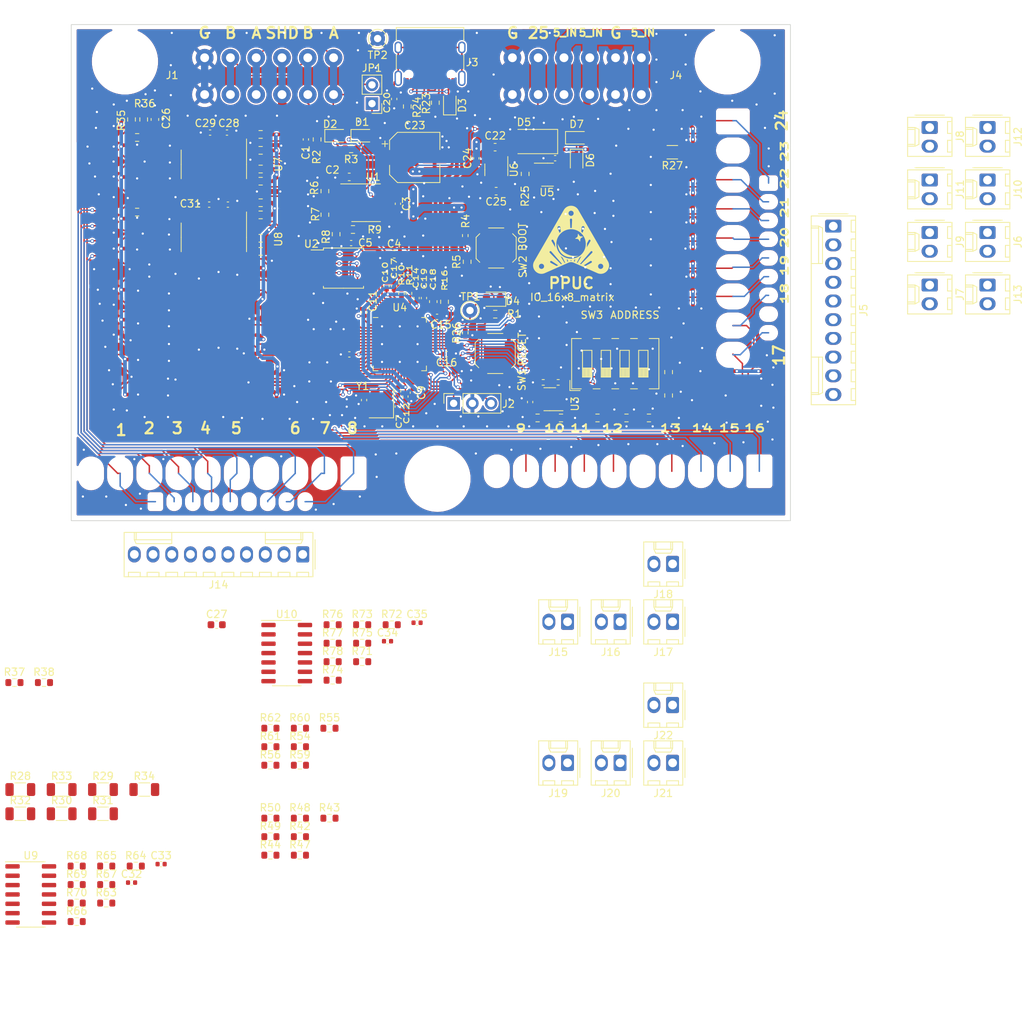
<source format=kicad_pcb>
(kicad_pcb (version 20211014) (generator pcbnew)
  (title_block (title "Opto_8") (date "2025-03-26") (rev "0.1.0"))
  (layers (0 "F.Cu" signal) (31 "B.Cu" signal) (34 "B.Paste" user) (35 "F.Paste" user) (36 "B.SilkS" user "B.Silkscreen") (37 "F.SilkS" user "F.Silkscreen") (38 "B.Mask" user) (39 "F.Mask" user) (44 "Edge.Cuts" user))
  (net 0 "")
  (net 1 "/SHD")
  (net 2 "GND")
  (net 3 "+3V3")
  (net 4 "Net-(C6-Pad2)")
  (net 5 "Net-(C7-Pad2)")
  (net 6 "/1V1")
  (net 7 "/3V3A")
  (net 8 "Net-(C20-Pad1)")
  (net 9 "+5V")
  (net 10 "/A")
  (net 11 "/B")
  (net 12 "Net-(D3-Pad2)")
  (net 13 "Net-(D4-Pad2)")
  (net 14 "/Out_S")
  (net 15 "/5V_IN")
  (net 16 "Net-(J2-Pad1)")
  (net 17 "Net-(J2-Pad3)")
  (net 18 "Net-(J3-PadA5)")
  (net 19 "/USB_D+")
  (net 20 "/USB_D-")
  (net 22 "Net-(J3-PadB5)")
  (net 24 "/Driver8/D1")
  (net 25 "/nReset")
  (net 26 "/In16/V_SW_D")
  (net 27 "/Q_nCS")
  (net 28 "/485_DE")
  (net 30 "/485_RX")
  (net 31 "/485_TX")
  (net 32 "Net-(R12-Pad2)")
  (net 33 "Net-(R13-Pad2)")
  (net 34 "Net-(JP1-Pad1)")
  (net 35 "Net-(R18-Pad1)")
  (net 36 "Net-(R7-Pad1)")
  (net 37 "Net-(U2-Pad2)")
  (net 38 "Net-(U2-Pad3)")
  (net 39 "Net-(U2-Pad5)")
  (net 40 "/Q_SCLK")
  (net 41 "Net-(U2-Pad7)")
  (net 42 "/Out_Special")
  (net 43 "Net-(R10-Pad2)")
  (net 44 "Net-(R11-Pad2)")
  (net 45 "Net-(R15-Pad1)")
  (net 46 "/V_addr")
  (net 47 "Net-(R59-Pad2)")
  (net 48 "Net-(R17-Pad2)")
  (net 49 "Net-(R18-Pad2)")
  (net 50 "Net-(R61-Pad2)")
  (net 51 "Net-(R19-Pad2)")
  (net 52 "/Driver8/D2")
  (net 53 "/Driver8/D3")
  (net 54 "/Driver8/D4")
  (net 55 "/Driver8/D5")
  (net 56 "/Driver8/D6")
  (net 57 "/Driver8/D7")
  (net 58 "/Driver8/D8")
  (net 59 "/In16/V_SWITCH")
  (net 60 "/In16/T1")
  (net 61 "/In16/T2")
  (net 62 "/In16/T3")
  (net 63 "/In16/T4")
  (net 64 "/In16/T5")
  (net 65 "/In16/T6")
  (net 66 "/In16/T7")
  (net 67 "/In16/T8")
  (net 68 "/In16/T9")
  (net 69 "/In16/T10")
  (net 70 "/In16/T11")
  (net 71 "/In16/T12")
  (net 72 "/In16/T13")
  (net 73 "/In16/T14")
  (net 74 "/In16/T15")
  (net 75 "/In16/T16")
  (net 77 "/In_1")
  (net 78 "/In_2")
  (net 79 "/In_3")
  (net 80 "/In_4")
  (net 81 "/In_5")
  (net 82 "/In_6")
  (net 83 "/In_7")
  (net 84 "/In_8")
  (net 85 "/In_9")
  (net 86 "/In_10")
  (net 87 "/In_11")
  (net 88 "/In_12")
  (net 89 "/In_13")
  (net 90 "/In_14")
  (net 91 "/In_15")
  (net 92 "/In_16")
  (net 93 "Net-(R4-Pad1)")
  (net 94 "Net-(R21-Pad2)")
  (net 95 "Net-(R25-Pad1)")
  (net 96 "Net-(R26-Pad1)")
  (net 97 "Net-(R42-Pad1)")
  (net 98 "Net-(R43-Pad2)")
  (net 99 "Net-(R47-Pad2)")
  (net 100 "Net-(R49-Pad2)")
  (net 101 "Net-(R53-Pad2)")
  (net 102 "Net-(R55-Pad2)")
  (net 103 "unconnected-(U4-Pad30)")
  (net 104 "unconnected-(U4-Pad31)")
  (net 105 "unconnected-(U4-Pad32)")
  (net 106 "unconnected-(U4-Pad34)")
  (net 107 "unconnected-(U4-Pad35)")
  (net 108 "unconnected-(U4-Pad36)")
  (net 109 "unconnected-(U4-Pad38)")
  (net 110 "unconnected-(U4-Pad39)")
  (footprint "Capacitor_SMD:C_0402_1005Metric" (layer "F.Cu") (at 151.8569 89.5102)
    (fp_text reference "C16")
    (fp_text value "100n")
  )
  (footprint "Connector_Molex:Molex_KK-254_AE-6410-10A_1x10_P2.54mm_Vertical" (layer "F.Cu") (at 132.334 116.693 180)
    (fp_text reference "J14")
    (fp_text value "Conn_01x10")
  )
  (footprint "Connector_Pin:Pin_D1.0mm_L10.0mm" (layer "F.Cu") (at 142.5 46.674)
    (fp_text reference "TP2")
    (fp_text value "TP_GND")
  )
  (footprint "Capacitor_SMD:C_0402_1005Metric" (layer "F.Cu") (at 145.2289 96.6302 90)
    (fp_text reference "C7")
    (fp_text value "27pF")
  )
  (footprint "Connector_Molex:Molex_KK-254_AE-6410-02A_1x02_P2.54mm_Vertical" (layer "F.Cu") (at 225.278 58.747 -90)
    (fp_text reference "J12")
    (fp_text value "Conn_01x02")
  )
  (footprint "Capacitor_SMD:C_0402_1005Metric" (layer "F.Cu") (at 155.8925 62.933 -90)
    (fp_text reference "C24")
    (fp_text value "100n")
  )
  (footprint "Out_8x10:Terminal_Block_RTMPin" (layer "F.Cu") (at 178.292 49.28 180)
    (fp_text reference "J4")
    (fp_text value "Conn_01x06")
  )
  (footprint "Resistor_SMD:R_0603_1608Metric" (layer "F.Cu") (at 136.39 131.258)
    (fp_text reference "R78")
    (fp_text value "1M")
  )
  (footprint "Resistor_SMD:R_0603_1608Metric" (layer "F.Cu") (at 150.3329 55.3862 -90)
    (fp_text reference "R23")
    (fp_text value "5k1")
  )
  (footprint "Resistor_SMD:R_1206_3216Metric" (layer "F.Cu") (at 99.61 148.608)
    (fp_text reference "R33")
    (fp_text value "180R")
  )
  (footprint "Resistor_SMD:R_0603_1608Metric" (layer "F.Cu") (at 127.94 142.798)
    (fp_text reference "R61")
    (fp_text value "1k")
  )
  (footprint "Resistor_SMD:R_0603_1608Metric" (layer "F.Cu") (at 131.95 152.498)
    (fp_text reference "R48")
    (fp_text value "2k")
  )
  (footprint "Diode_SMD:D_SOD-323" (layer "F.Cu") (at 136.8249 59.8622)
    (fp_text reference "D2")
    (fp_text value "SD15")
  )
  (footprint "Connector_Molex:Molex_KK-254_AE-6410-02A_1x02_P2.54mm_Vertical" (layer "F.Cu") (at 225.278 73.007 -90)
    (fp_text reference "J6")
    (fp_text value "Conn_01x02")
  )
  (footprint "Resistor_SMD:R_0603_1608Metric" (layer "F.Cu") (at 105.66 161.508)
    (fp_text reference "R67")
    (fp_text value "10k")
  )
  (footprint "Resistor_SMD:R_0603_1608Metric" (layer "F.Cu") (at 131.95 145.308)
    (fp_text reference "R59")
    (fp_text value "1k")
  )
  (footprint "Package_TO_SOT_SMD:SOT-23-5" (layer "F.Cu") (at 165.5614 65.151)
    (fp_text reference "U5")
    (fp_text value "SN74AHCT1G125")
  )
  (footprint "Resistor_SMD:R_0603_1608Metric" (layer "F.Cu") (at 154.6509 76.9762 90)
    (fp_text reference "R5")
    (fp_text value "10k")
  )
  (footprint "Connector_Molex:Molex_KK-254_AE-6410-02A_1x02_P2.54mm_Vertical" (layer "F.Cu") (at 175.405 125.837 180)
    (fp_text reference "J16")
    (fp_text value "Conn_01x02")
  )
  (footprint "Connector_Molex:Molex_KK-254_AE-6410-02A_1x02_P2.54mm_Vertical" (layer "F.Cu") (at 182.535 137.137 180)
    (fp_text reference "J22")
    (fp_text value "Conn_01x02")
  )
  (footprint "Capacitor_SMD:CP_Elec_6.3x7.7" (layer "F.Cu") (at 147.5329 62.8142)
    (fp_text reference "C23")
    (fp_text value "100µ 35V")
  )
  (footprint "Capacitor_SMD:C_0402_1005Metric" (layer "F.Cu") (at 143.7049 80.2782 90)
    (fp_text reference "C10")
    (fp_text value "100n")
  )
  (footprint "Capacitor_SMD:C_0603_1608Metric" (layer "F.Cu") (at 158.5849 67.3862 180)
    (fp_text reference "C25")
    (fp_text value "10u")
  )
  (footprint "Package_TO_SOT_SMD:SOT-23-5" (layer "F.Cu") (at 158.6073 64.4906 -90)
    (fp_text reference "U6")
    (fp_text value "AP2112K-3.3")
  )
  (footprint "Resistor_SMD:R_0603_1608Metric" (layer "F.Cu") (at 126.619 68.961 180)
    (fp_text reference "R51" hide)
    (fp_text value "10k")
  )
  (footprint "Resistor_SMD:R_0603_1608Metric" (layer "F.Cu") (at 181.991 91.948 90)
    (fp_text reference "R21" hide)
    (fp_text value "3k")
  )
  (footprint "Resistor_SMD:R_0603_1608Metric" (layer "F.Cu") (at 131.95 155.008)
    (fp_text reference "R42")
    (fp_text value "2k")
  )
  (footprint "Capacitor_SMD:C_0402_1005Metric" (layer "F.Cu") (at 122.047 59.436)
    (fp_text reference "C28")
    (fp_text value "100n")
  )
  (footprint "Resistor_SMD:R_0402_1005Metric" (layer "F.Cu") (at 145.2529 94.5172 90)
    (fp_text reference "R12" hide)
    (fp_text value "1k")
  )
  (footprint "Resistor_SMD:R_0603_1608Metric" (layer "F.Cu") (at 176.276 98.171)
    (fp_text reference "R18" hide)
    (fp_text value "2k")
  )
  (footprint "Diode_SMD:D_SOD-323" (layer "F.Cu") (at 169.5039 60.1472)
    (fp_text reference "D7")
    (fp_text value "1A")
  )
  (footprint "Capacitor_SMD:C_0402_1005Metric" (layer "F.Cu") (at 144.7449 54.8782 -90)
    (fp_text reference "C20")
    (fp_text value "100n")
  )
  (footprint "Capacitor_SMD:C_0402_1005Metric" (layer "F.Cu") (at 143.84 128.478)
    (fp_text reference "C34")
    (fp_text value "100n")
  )
  (footprint "Resistor_SMD:R_1206_3216Metric" (layer "F.Cu") (at 105.22 151.898)
    (fp_text reference "R31")
    (fp_text value "180R")
  )
  (footprint "Connector_Molex:Molex_KK-254_AE-6410-02A_1x02_P2.54mm_Vertical" (layer "F.Cu") (at 168.275 125.837 180)
    (fp_text reference "J15")
    (fp_text value "Conn_01x02")
  )
  (footprint "Resistor_SMD:R_1206_3216Metric" (layer "F.Cu") (at 99.61 151.898)
    (fp_text reference "R30")
    (fp_text value "180R")
  )
  (footprint "Resistor_SMD:R_0603_1608Metric" (layer "F.Cu") (at 134.2849 60.3702 -90)
    (fp_text reference "R2")
    (fp_text value "100R")
  )
  (footprint "Resistor_SMD:R_0603_1608Metric" (layer "F.Cu") (at 127.94 140.288)
    (fp_text reference "R62")
    (fp_text value "2k")
  )
  (footprint "Capacitor_SMD:C_0402_1005Metric" (layer "F.Cu") (at 145.2529 69.1022 -90)
    (fp_text reference "C3")
    (fp_text value "100n")
  )
  (footprint "Diode_SMD:D_SMA" (layer "F.Cu") (at 163.5349 60.6552 180)
    (fp_text reference "D5")
    (fp_text value "SMAJ5.0")
  )
  (footprint "Capacitor_SMD:C_0603_1608Metric" (layer "F.Cu") (at 150.0549 82.3812 90)
    (fp_text reference "C18")
    (fp_text value "10u")
  )
  (footprint "Diode_SMD:D_SOD-323" (layer "F.Cu") (at 140.3809 59.8622)
    (fp_text reference "D1")
    (fp_text value "SD15")
  )
  (footprint "Resistor_SMD:R_0402_1005Metric" (layer "F.Cu") (at 164.973 93.345 180)
    (fp_text reference "R15" hide)
    (fp_text value "1k")
  )
  (footprint "Resistor_SMD:R_1206_3216Metric" (layer "F.Cu") (at 94 148.608)
    (fp_text reference "R28")
    (fp_text value "180R")
  )
  (footprint "Capacitor_SMD:C_0402_1005Metric" (layer "F.Cu") (at 132.7609 60.3702 -90)
    (fp_text reference "C1")
    (fp_text value "100n")
  )
  (footprint "LED_SMD:LED_0805_2012Metric" (layer "F.Cu") (at 158.2069 82.0562 180)
    (fp_text reference "D4")
    (fp_text value "LED gn")
  )
  (footprint "Resistor_SMD:R_0603_1608Metric" (layer "F.Cu") (at 144.41 126.238)
    (fp_text reference "R72")
    (fp_text value "10k")
  )
  (footprint "Connector_USB:USB_C_Receptacle_XKB_U262-16XN-4BVC11" (layer "F.Cu") (at 149.612 48.96 180)
    (fp_text reference "J3")
    (fp_text value "USB_C_Receptacle_USB2.0")
  )
  (footprint "Connector_Molex:Molex_KK-254_AE-6410-02A_1x02_P2.54mm_Vertical" (layer "F.Cu") (at 175.405 144.987 180)
    (fp_text reference "J20")
    (fp_text value "Conn_01x02")
  )
  (footprint "Capacitor_SMD:C_0603_1608Metric" (layer "F.Cu") (at 138.6429 65.4558 180)
    (fp_text reference "C2")
    (fp_text value "10u")
  )
  (footprint "Resistor_SMD:R_0603_1608Metric" (layer "F.Cu") (at 158.4609 84.0882)
    (fp_text reference "R1")
    (fp_text value "10k")
  )
  (footprint "Package_TO_SOT_SMD:SOT-23-5" (layer "F.Cu") (at 165.862 95.631 180)
    (fp_text reference "U3")
    (fp_text value "LMV321")
  )
  (footprint "Resistor_SMD:R_0603_1608Metric" (layer "F.Cu") (at 126.619 61.849 180)
    (fp_text reference "R40" hide)
    (fp_text value "10k")
  )
  (footprint "Package_SO:SOIC-14_3.9x8.7mm_P1.27mm" (layer "F.Cu") (at 120.269 63.754 -90)
    (fp_text reference "U7")
    (fp_text value "LM339")
  )
  (footprint "Resistor_SMD:R_0603_1608Metric" (layer "F.Cu") (at 136.39 133.768)
    (fp_text reference "R74")
    (fp_text value "1M")
  )
  (footprint "Resistor_SMD:R_0603_1608Metric" (layer "F.Cu") (at 140.4 126.238)
    (fp_text reference "R73")
    (fp_text value "1M")
  )
  (footprint "Capacitor_SMD:C_0402_1005Metric" (layer "F.Cu") (at 166.5909 62.9158 180)
    (fp_text reference "C21" hide)
    (fp_text value "100n")
  )
  (footprint "Package_SO:SOIC-14_3.9x8.7mm_P1.27mm" (layer "F.Cu") (at 130.16 130.088)
    (fp_text reference "U10")
    (fp_text value "LM339")
  )
  (footprint "Resistor_SMD:R_0603_1608Metric" (layer "F.Cu") (at 109.855 70.231)
    (fp_text reference "R53" hide)
    (fp_text value "1k")
  )
  (footprint "Resistor_SMD:R_0603_1608Metric" (layer "F.Cu") (at 135.96 152.498)
    (fp_text reference "R43")
    (fp_text value "1k")
  )
  (footprint "Resistor_SMD:R_0402_1005Metric" (layer "F.Cu") (at 154.3969 73.4202 -90)
    (fp_text reference "R4")
    (fp_text value "1k")
  )
  (footprint "Capacitor_SMD:C_0402_1005Metric" (layer "F.Cu") (at 163.195 96.012 90)
    (fp_text reference "C8" hide)
    (fp_text value "100n")
  )
  (footprint "Resistor_SMD:R_0603_1608Metric" (layer "F.Cu") (at 167.386 98.171)
    (fp_text reference "R14" hide)
    (fp_text value "2k")
  )
  (footprint "Resistor_SMD:R_0603_1608Metric" (layer "F.Cu") (at 164.211 98.171)
    (fp_text reference "R13" hide)
    (fp_text value "33k")
  )
  (footprint "Resistor_SMD:R_0603_1608Metric" (layer "F.Cu") (at 101.65 164.018)
    (fp_text reference "R70")
    (fp_text value "1M")
  )
  (footprint "Resistor_SMD:R_0603_1608Metric" (layer "F.Cu") (at 131.95 140.288)
    (fp_text reference "R60")
    (fp_text value "2k")
  )
  (footprint "Resistor_SMD:R_0603_1608Metric" (layer "F.Cu") (at 139.1509 72.5932 180)
    (fp_text reference "R9")
    (fp_text value "10k")
  )
  (footprint "Connector_PinSocket_2.54mm:PinSocket_1x03_P2.54mm_Vertical" (layer "F.Cu") (at 152.8161 96.1898 90)
    (fp_text reference "J2")
    (fp_text value "nmount SW Debug")
  )
  (footprint "Resistor_SMD:R_0603_1608Metric" (layer "F.Cu") (at 138.9029 61.6402 180)
    (fp_text reference "R3")
    (fp_text value "120R")
  )
  (footprint "Resistor_SMD:R_0603_1608Metric" (layer "F.Cu") (at 135.3409 67.3862 -90)
    (fp_text reference "R6")
    (fp_text value "10k")
  )
  (footprint "Resistor_SMD:R_0603_1608Metric" (layer "F.Cu") (at 126.619 73.787 180)
    (fp_text reference "R57" hide)
    (fp_text value "10k")
  )
  (footprint "Resistor_SMD:R_0402_1005Metric" (layer "F.Cu") (at 167.005 93.345)
    (fp_text reference "R20" hide)
    (fp_text value "1k")
  )
  (footprint "Button_Switch_SMD:SW_SPST_SKQG_WithStem" (layer "F.Cu") (at 158.4609 89.4222 -90)
    (fp_text reference "SW1")
    (fp_text value "Reset")
  )
  (footprint "Package_DFN_QFN:QFN-56-1EP_7x7mm_P0.4mm_EP3.2x3.2mm" (layer "F.Cu") (at 145.5069 88.1522)
    (fp_text reference "U4")
    (fp_text value "RP2040")
  )
  (footprint "Resistor_SMD:R_0603_1608Metric" (layer "F.Cu") (at 136.8649 73.2282 90)
    (fp_text reference "R8")
    (fp_text value "10k")
  )
  (footprint "Capacitor_SMD:C_0402_1005Metric" (layer "F.Cu") (at 113.11 158.728)
    (fp_text reference "C33")
    (fp_text value "100n")
  )
  (footprint "Resistor_SMD:R_0603_1608Metric" (layer "F.Cu") (at 136.39 126.238)
    (fp_text reference "R76")
    (fp_text value "10k")
  )
  (footprint "Capacitor_SMD:C_0603_1608Metric" (layer "F.Cu") (at 158.4449 61.4172 180)
    (fp_text reference "C22")
    (fp_text value "10u")
  )
  (footprint "Resistor_SMD:R_0603_1608Metric" (layer "F.Cu") (at 162.5189 65.0494 -90)
    (fp_text reference "R25")
    (fp_text value "10k")
  )
  (footprint "Resistor_SMD:R_0402_1005Metric" (layer "F.Cu") (at 146.7529 81.2632 -90)
    (fp_text reference "R11")
    (fp_text value "27")
  )
  (footprint "Resistor_SMD:R_0603_1608Metric" (layer "F.Cu") (at 126.619 59.69 180)
    (fp_text reference "R39" hide)
    (fp_text value "10k")
  )
  (footprint "Resistor_SMD:R_0603_1608Metric" (layer "F.Cu") (at 101.65 161.508)
    (fp_text reference "R69")
    (fp_text value "1M")
  )
  (footprint "Package_SO:SOIC-8_3.9x4.9mm_P1.27mm" (layer "F.Cu") (at 140.9289 68.961)
    (fp_text reference "U1")
    (fp_text value "ADM3483")
  )
  (footprint "Resistor_SMD:R_0603_1608Metric" (layer "F.Cu") (at 131.95 142.798)
    (fp_text reference "R54")
    (fp_text value "2k")
  )
  (footprint "Resistor_SMD:R_0603_1608Metric" (layer "F.Cu") (at 126.619 75.565 180)
    (fp_text reference "R58" hide)
    (fp_text value "10k")
  )
  (footprint "Resistor_SMD:R_0603_1608Metric" (layer "F.Cu") (at 172.339 98.171 180)
    (fp_text reference "R19" hide)
    (fp_text value "2k")
  )
  (footprint "Connector_Molex:Molex_KK-254_AE-6410-02A_1x02_P2.54mm_Vertical" (layer "F.Cu") (at 168.275 144.987 180)
    (fp_text reference "J19")
    (fp_text value "Conn_01x02")
  )
  (footprint "Resistor_SMD:R_0603_1608Metric" (layer "F.Cu") (at 101.65 166.528)
    (fp_text reference "R66")
    (fp_text value "1M")
  )
  (footprint "Capacitor_SMD:C_0402_1005Metric" (layer "F.Cu") (at 147.2849 94.7362 -90)
    (fp_text reference "C9")
    (fp_text value "100n")
  )
  (footprint "Capacitor_SMD:C_0603_1608Metric" (layer "F.Cu") (at 144.7449 75.9602)
    (fp_text reference "C4")
    (fp_text value "10u")
  )
  (footprint "Resistor_SMD:R_0603_1608Metric" (layer "F.Cu") (at 127.94 157.518)
    (fp_text reference "R44")
    (fp_text value "2k")
  )
  (footprint "Out_8x10:Terminal_Block_RTMPin" (layer "F.Cu") (at 136.518 49.28 180)
    (fp_text reference "J1")
    (fp_text value "Conn_01x06")
  )
  (footprint "Connector_Molex:Molex_KK-254_AE-6410-10A_1x10_P2.54mm_Vertical" (layer "F.Cu") (at 204.343 72.136 -90)
    (fp_text reference "J5")
    (fp_text value "Conn_01x10")
  )
  (footprint "Connector_Molex:Molex_KK-254_AE-6410-02A_1x02_P2.54mm_Vertical" (layer "F.Cu") (at 217.428 73.007 -90)
    (fp_text reference "J9")
    (fp_text value "Conn_01x02")
  )
  (footprint "Button_Switch_SMD:SW_SPST_SKQG_WithStem" (layer "F.Cu") (at 158.5889 75.1022 -90)
    (fp_text reference "SW2")
    (fp_text value "Boot")
  )
  (footprint "Resistor_SMD:R_0603_1608Metric" (layer "F.Cu") (at 127.94 155.008)
    (fp_text reference "R49")
    (fp_text value "1k")
  )
  (footprint "Resistor_SMD:R_0603_1608Metric" (layer "F.Cu") (at 135.96 140.288)
    (fp_text reference "R55")
    (fp_text value "1k")
  )
  (footprint "Connector_Molex:Molex_KK-254_AE-6410-02A_1x02_P2.54mm_Vertical" (layer "F.Cu") (at 182.535 117.987 180)
    (fp_text reference "J18")
    (fp_text value "Conn_01x02")
  )
  (footprint "Package_SO:SOIC-14_3.9x8.7mm_P1.27mm" (layer "F.Cu") (at 120.269 73.66 -90)
    (fp_text reference "U8")
    (fp_text value "LM339")
  )
  (footprint "Capacitor_SMD:C_0402_1005Metric" (layer "F.Cu") (at 138.9029 74.4362 180)
    (fp_text reference "C5")
    (fp_text value "100n")
  )
  (footprint "Connector_Molex:Molex_KK-254_AE-6410-02A_1x02_P2.54mm_Vertical" (layer "F.Cu") (at 217.428 80.137 -90)
    (fp_text reference "J7")
    (fp_text value "Conn_01x02")
  )
  (footprint "Resistor_SMD:R_0603_1608Metric" (layer "F.Cu") (at 93.2 134.088)
    (fp_text reference "R37")
    (fp_text value "330k")
  )
  (footprint "Package_SO:SOIC-14_3.9x8.7mm_P1.27mm" (layer "F.Cu") (at 95.42 162.848)
    (fp_text reference "U9")
    (fp_text value "LM339")
  )
  (footprint "Resistor_SMD:R_1206_3216Metric" (layer "F.Cu") (at 110.83 148.608)
    (fp_text reference "R34")
    (fp_text value "180R")
  )
  (footprint "Connector_Molex:Molex_KK-254_AE-6410-02A_1x02_P2.54mm_Vertical" (layer "F.Cu") (at 225.278 80.137 -90)
    (fp_text reference "J13")
    (fp_text value "Conn_01x02")
  )
  (footprint "Resistor_SMD:R_0603_1608Metric" (layer "F.Cu") (at 179.324 98.171)
    (fp_text reference "R22" hide)
    (fp_text value "2k")
  )
  (footprint "Resistor_SMD:R_0603_1608Metric" (layer "F.Cu") (at 109.093 57.658 -90)
    (fp_text reference "R35")
    (fp_text value "2k")
  )
  (footprint "Connector_Molex:Molex_KK-254_AE-6410-02A_1x02_P2.54mm_Vertical" (layer "F.Cu") (at 225.278 65.877 -90)
    (fp_text reference "J10")
    (fp_text value "Conn_01x02")
  )
  (footprint "Resistor_SMD:R_0603_1608Metric" (layer "F.Cu") (at 126.619 70.612 180)
    (fp_text reference "R52" hide)
    (fp_text value "10k")
  )
  (footprint "Resistor_SMD:R_0603_1608Metric" (layer "F.Cu") (at 136.39 128.748)
    (fp_text reference "R77")
    (fp_text value "1M")
  )
  (footprint "Resistor_SMD:R_0402_1005Metric" (layer "F.Cu") (at 145.7369 81.2632 -90)
    (fp_text reference "R10")
    (fp_text value "27")
  )
  (footprint "Diode_SMD:D_SOD-323" (layer "F.Cu") (at 152.2909 55.5362 90)
    (fp_text reference "D3")
    (fp_text value "1A")
  )
  (footprint "Resistor_SMD:R_0603_1608Metric" (layer "F.Cu") (at 127.94 145.308)
    (fp_text reference "R56")
    (fp_text value "2k")
  )
  (footprint "Capacitor_SMD:C_0402_1005Metric" (layer "F.Cu") (at 119.634 69.215 180)
    (fp_text reference "C31")
    (fp_text value "100n")
  )
  (footprint "Connector_Molex:Molex_KK-254_AE-6410-02A_1x02_P2.54mm_Vertical" (layer "F.Cu") (at 217.428 65.877 -90)
    (fp_text reference "J11")
    (fp_text value "Conn_01x02")
  )
  (footprint "Resistor_SMD:R_0603_1608Metric" (layer "F.Cu") (at 140.4 131.258)
    (fp_text reference "R71")
    (fp_text value "10k")
  )
  (footprint "Capacitor_SMD:C_0603_1608Metric" (layer "F.Cu") (at 120.65 126.238)
    (fp_text reference "C27")
    (fp_text value "10u")
  )
  (footprint "Resistor_SMD:R_1206_3216Metric" (layer "F.Cu") (at 94 151.898)
    (fp_text reference "R32")
    (fp_text value "180R")
  )
  (footprint "Capacitor_SMD:C_0402_1005Metric" (layer "F.Cu") (at 147.7829 81.8982 90)
    (fp_text reference "C14")
    (fp_text value "1u")
  )
  (footprint "Connector_Molex:Molex_KK-254_AE-6410-02A_1x02_P2.54mm_Vertical" (layer "F.Cu") (at 217.428 58.747 -90)
    (fp_text reference "J8")
    (fp_text value "Conn_01x02")
  )
  (footprint "Capacitor_SMD:C_0402_1005Metric" (layer "F.Cu") (at 109.1 161.238)
    (fp_text reference "C32")
    (fp_text value "100n")
  )
  (footprint "Capacitor_SMD:C_0402_1005Metric" (layer "F.Cu") (at 144.7209 80.2782 90)
    (fp_text reference "C17")
    (fp_text value "100n")
  )
  (footprint "Resistor_SMD:R_0603_1608Metric" (layer "F.Cu") (at 151.5789 82.4062 -90)
    (fp_text reference "R16")
    (fp_text value "100R")
  )
  (footprint "Capacitor_SMD:C_0402_1005Metric" (layer "F.Cu") (at 150.5629 84.4462)
    (fp_text reference "C15")
    (fp_text value "100n")
  )
  (footprint "Resistor_SMD:R_0603_1608Metric" (layer "F.Cu") (at 101.65 158.998)
    (fp_text reference "R68")
    (fp_text value "10k")
  )
  (footprint "Resistor_SMD:R_0603_1608Metric" (layer "F.Cu") (at 126.619 64.389 180)
    (fp_text reference "R45" hide)
    (fp_text value "10k")
  )
  (footprint "Capacitor_SMD:C_0603_1608Metric" (layer "F.Cu") (at 112.268 57.658 90)
    (fp_text reference "C26")
    (fp_text value "10u")
  )
  (footprint "Resistor_SMD:R_0603_1608Metric" (layer "F.Cu") (at 135.3409 70.5866 -90)
    (fp_text reference "R7")
    (fp_text value "0")
  )
  (footprint "Resistor_SMD:R_0402_1005Metric" (layer "F.Cu") (at 154.3909 86.6282 90)
    (fp_text reference "R26")
    (fp_text value "1k")
  )
  (footprint "Resistor_SMD:R_1206_3216Metric" (layer "F.Cu") (at 105.22 148.608)
    (fp_text reference "R29")
    (fp_text value "180R")
  )
  (footprint "Connector_PinHeader_2.54mm:PinHeader_1x02_P2.54mm_Vertical" (layer "F.Cu") (at 141.732 55.504 180)
    (fp_text reference "JP1")
    (fp_text value "Jumper_2_Open" hide)
  )
  (footprint "Connector_Molex:Molex_KK-254_AE-6410-02A_1x02_P2.54mm_Vertical" (layer "F.Cu") (at 182.535 125.837 180)
    (fp_text reference "J17")
    (fp_text value "Conn_01x02")
  )
  (footprint "Capacitor_SMD:C_0402_1005Metric" (layer "F.Cu") (at 119.761 59.436 180)
    (fp_text reference "C29")
    (fp_text value "100n")
  )
  (footprint "Capacitor_SMD:C_0402_1005Metric" (layer "F.Cu") (at 146.2689 95.2642 -90)
    (fp_text reference "C12")
    (fp_text value "100n")
  )
  (footprint "Resistor_SMD:R_0603_1608Metric" (layer "F.Cu") (at 105.66 164.018)
    (fp_text reference "R63")
    (fp_text value "10k")
  )
  (footprint "Button_Switch_SMD:SW_DIP_SPSTx04_Slide_6.7x11.72mm_W8.61mm_P2.54mm_LowProfile" (layer "F.Cu") (at 174.752 90.805 90)
    (fp_text reference "SW3")
    (fp_text value "ADDRESS")
  )
  (footprint "Resistor_SMD:R_0603_1608Metric" (layer "F.Cu") (at 140.4 128.748)
    (fp_text reference "R75")
    (fp_text value "10k")
  )
  (footprint "Resistor_SMD:R_0603_1608Metric" (layer "F.Cu") (at 127.94 152.498)
    (fp_text reference "R50")
    (fp_text value "2k")
  )
  (footprint "Capacitor_SMD:C_0402_1005Metric" (layer "F.Cu") (at 122.174 69.215)
    (fp_text reference "C30" hide)
    (fp_text value "100n")
  )
  (footprint "Resistor_SMD:R_0603_1608Metric" (layer "F.Cu") (at 110.744 57.658 90)
    (fp_text reference "R36")
    (fp_text value "1k")
  )
  (footprint "Diode_SMD:D_SOD-323" (layer "F.Cu") (at 169.5039 63.1952 -90)
    (fp_text reference "D6")
    (fp_text value "SD05")
  )
  (footprint "Capacitor_SMD:C_0402_1005Metric" (layer "F.Cu") (at 140.6569 95.7442 90)
    (fp_text reference "C6" hide)
    (fp_text value "27pF")
  )
  (footprint "Resistor_SMD:R_0603_1608Metric" (layer "F.Cu") (at 105.66 158.998)
    (fp_text reference "R65")
    (fp_text value "1M")
  )
  (footprint "Resistor_SMD:R_0603_1608Metric" (layer "F.Cu") (at 146.5229 55.8942 -90)
    (fp_text reference "R24")
    (fp_text value "5k1")
  )
  (footprint "Capacitor_SMD:C_0402_1005Metric" (layer "F.Cu") (at 147.85 125.968)
    (fp_text reference "C35")
    (fp_text value "100n")
  )
  (footprint "Resistor_SMD:R_1206_3216Metric" (layer "F.Cu") (at 182.499 62.103 180)
    (fp_text reference "R27")
    (fp_text value "180R")
  )
  (footprint "Resistor_SMD:R_0603_1608Metric" (layer "F.Cu") (at 131.95 157.518)
    (fp_text reference "R47")
    (fp_text value "1k")
  )
  (footprint "Resistor_SMD:R_0603_1608Metric" (layer "F.Cu") (at 109.67 158.998)
    (fp_text reference "R64")
    (fp_text value "10k")
  )
  (footprint "Connector_Molex:Molex_KK-254_AE-6410-02A_1x02_P2.54mm_Vertical" (layer "F.Cu") (at 182.535 144.987 180)
    (fp_text reference "J21")
    (fp_text value "Conn_01x02")
  )
  (footprint "Connector_Pin:Pin_D1.0mm_L10.0mm" (layer "F.Cu") (at 155.0319 83.5802)
    (fp_text reference "TP1")
    (fp_text value "TP_LED")
  )
  (footprint "Crystal:Crystal_SMD_3225-4Pin_3.2x2.5mm" (layer "F.Cu") (at 143.0069 96.1532 90)
    (fp_text reference "Y1")
    (fp_text value "12MHz,18pF")
  )
  (footprint "Capacitor_SMD:C_0402_1005Metric" (layer "F.Cu") (at 148.7849 81.8982 90)
    (fp_text reference "C19")
    (fp_text value "1u")
  )
  (footprint "Capacitor_SMD:C_0402_1005Metric" (layer "F.Cu") (at 138.6569 89.5492 180)
    (fp_text reference "C13" hide)
    (fp_text value "100n")
  )
  (footprint "Resistor_SMD:R_0603_1608Metric" (layer "F.Cu") (at 97.21 134.088)
    (fp_text reference "R38")
    (fp_text value "6k8")
  )
  (footprint "Package_SO:SOIC-8_5.23x5.23mm_P1.27mm" (layer "F.Cu") (at 137.8629 77.8342)
    (fp_text reference "U2")
    (fp_text value "W25Q128JVSIQ")
  )
  (footprint "Capacitor_SMD:C_0402_1005Metric" (layer "F.Cu") (at 140.6809 83.8342 90)
    (fp_text reference "C11")
    (fp_text value "100n")
  )
  (footprint "Resistor_SMD:R_0603_1608Metric" (layer "F.Cu") (at 126.619 66.04 180)
    (fp_text reference "R46" hide)
    (fp_text value "10k")
  )
  (footprint "Resistor_SMD:R_0603_1608Metric" (layer "F.Cu") (at 109.855 60.1025)
    (fp_text reference "R41" hide)
    (fp_text value "1k")
  )
  (footprint "Resistor_SMD:R_0603_1608Metric" (layer "F.Cu") (at 181.991 95.123 90)
    (fp_text reference "R17" hide)
    (fp_text value "5k")
  )
  (gr_poly (pts (xy 167.014902 74.700993) (xy 167.109922 74.876881) (xy 167.209982 75.038675) (xy 167.31453 75.186939) (xy 167.423013 75.322238) (xy 167.534878 75.445135) (xy 167.649572 75.556197) (xy 167.766541 75.655988) (xy 167.885234 75.745072) (xy 168.005096 75.824013) (xy 168.125574 75.893378) (xy 168.246117 75.953729) (xy 168.36617 76.005633) (xy 168.485181 76.049653) (xy 168.602596 76.086354) (xy 168.717863 76.116301) (xy 168.830429 76.140058) (xy 168.93974 76.158191) (xy 169.045244 76.171263) (xy 169.146387 76.17984) (xy 169.333381 76.185765) (xy 169.496296 76.180483) (xy 169.63071 76.168512) (xy 169.732197 76.154368) (xy 169.818695 76.137633) (xy 169.679067 76.194109) (xy 169.540608 76.242563) (xy 169.403519 76.283106) (xy 169.268 76.315847) (xy 169.134253 76.340895) (xy 169.002478 76.358361) (xy 168.872875 76.368353) (xy 168.745645 76.370983) (xy 168.620988 76.366359) (xy 168.499105 76.354592) (xy 168.380197 76.33579) (xy 168.264465 76.310064) (xy 168.152108 76.277524) (xy 168.043327 76.238279) (xy 167.938323 76.192439) (xy 167.837297 76.140113) (xy 167.740449 76.081412) (xy 167.647979 76.016446) (xy 167.560088 75.945323) (xy 167.476978 75.868153) (xy 167.398847 75.785047) (xy 167.325898 75.696114) (xy 167.25833 75.601464) (xy 167.196344 75.501207) (xy 167.14014 75.395451) (xy 167.08992 75.284308) (xy 167.045883 75.167887) (xy 167.008231 75.046296) (xy 166.977164 74.919648) (xy 166.952882 74.78805) (xy 166.935586 74.651612) (xy 166.925477 74.510446)) (layer "F.SilkS") (width 0) (fill solid))
  (gr_poly (pts (xy 168.79351 69.370214) (xy 168.831673 69.372071) (xy 168.869535 69.37515) (xy 168.907077 69.379439) (xy 168.944275 69.384924) (xy 168.981109 69.391593) (xy 169.017556 69.399434) (xy 169.053595 69.408432) (xy 169.089204 69.418575) (xy 169.12436 69.429851) (xy 169.159043 69.442247) (xy 169.19323 69.455749) (xy 169.2269 69.470346) (xy 169.26003 69.486023) (xy 169.2926 69.502769) (xy 169.324586 69.52057) (xy 169.355968 69.539413) (xy 169.386724 69.559287) (xy 169.416831 69.580177) (xy 169.446269 69.602071) (xy 169.475014 69.624957) (xy 169.503046 69.648821) (xy 169.530343 69.67365) (xy 169.556882 69.699432) (xy 169.582642 69.726154) (xy 169.607602 69.753803) (xy 169.631739 69.782366) (xy 169.655031 69.811831) (xy 169.677457 69.842184) (xy 169.698995 69.873413) (xy 169.719624 69.905504) (xy 169.73932 69.938446) (xy 173.760986 76.904925) (xy 173.783536 76.945853) (xy 173.804308 76.98725) (xy 173.840535 77.071276) (xy 173.869704 77.156659) (xy 173.891852 77.243054) (xy 173.907016 77.330115) (xy 173.915233 77.417498) (xy 173.916539 77.504858) (xy 173.910972 77.591849) (xy 173.898568 77.678127) (xy 173.879364 77.763347) (xy 173.853397 77.847165) (xy 173.820704 77.929234) (xy 173.781321 78.00921) (xy 173.735285 78.086749) (xy 173.682634 78.161504) (xy 173.653839 78.197731) (xy 173.623403 78.233132) (xy 173.558627 78.299767) (xy 173.490034 78.360215) (xy 173.417965 78.4144) (xy 173.342759 78.462245) (xy 173.264754 78.503671) (xy 173.184291 78.538602) (xy 173.101707 78.56696) (xy 173.017342 78.588666) (xy 172.931536 78.603645) (xy 172.844627 78.611817) (xy 172.756954 78.613107) (xy 172.668857 78.607435) (xy 172.580675 78.594725) (xy 172.492747 78.5749) (xy 172.405411 78.547881) (xy 172.319008 78.513591) (xy 170.228861 77.591518) (xy 172.419549 77.591518) (xy 172.420003 77.609513) (xy 172.421349 77.62727) (xy 172.423567 77.644765) (xy 172.426634 77.661979) (xy 172.430528 77.678888) (xy 172.435228 77.695471) (xy 172.440712 77.711706) (xy 172.446958 77.727572) (xy 172.453944 77.743046) (xy 172.461649 77.758107) (xy 172.470051 77.772733) (xy 172.479127 77.786901) (xy 172.488856 77.800592) (xy 172.499217 77.813782) (xy 172.510187 77.826449) (xy 172.521745 77.838573) (xy 172.533868 77.85013) (xy 172.546536 77.8611) (xy 172.559726 77.871461) (xy 172.573416 77.88119) (xy 172.587585 77.890266) (xy 172.602211 77.898668) (xy 172.617271 77.906372) (xy 172.632746 77.913359) (xy 172.648611 77.919605) (xy 172.664846 77.925089) (xy 172.681429 77.929789) (xy 172.698338 77.933683) (xy 172.715552 77.93675) (xy 172.733047 77.938967) (xy 172.750804 77.940314) (xy 172.768799 77.940768) (xy 172.786678 77.940314) (xy 172.804333 77.938967) (xy 172.821741 77.93675) (xy 172.83888 77.933683) (xy 172.855728 77.929789) (xy 172.872261 77.925089) (xy 172.888457 77.919605) (xy 172.904295 77.913359) (xy 172.91975 77.906372) (xy 172.934802 77.898668) (xy 172.949426 77.890266) (xy 172.963601 77.88119) (xy 172.977305 77.871461) (xy 172.990513 77.8611) (xy 173.003205 77.85013) (xy 173.015358 77.838573) (xy 173.026948 77.826449) (xy 173.037954 77.813782) (xy 173.048353 77.800592) (xy 173.058123 77.786901) (xy 173.06724 77.772733) (xy 173.075683 77.758107) (xy 173.083428 77.743046) (xy 173.090454 77.727572) (xy 173.096738 77.711706) (xy 173.102257 77.695471) (xy 173.106988 77.678888) (xy 173.11091 77.661979) (xy 173.114 77.644765) (xy 173.116235 77.62727) (xy 173.117592 77.609513) (xy 173.11805 77.591518) (xy 173.117596 77.573522) (xy 173.116249 77.555766) (xy 173.114032 77.53827) (xy 173.110965 77.521057) (xy 173.10707 77.504148) (xy 173.10237 77.487565) (xy 173.096886 77.471329) (xy 173.09064 77.455464) (xy 173.083654 77.43999) (xy 173.075949 77.424929) (xy 173.067548 77.410303) (xy 173.058472 77.396134) (xy 173.048742 77.382444) (xy 173.038382 77.369254) (xy 173.027412 77.356586) (xy 173.015854 77.344463) (xy 173.00373 77.332905) (xy 172.991063 77.321935) (xy 172.977873 77.311575) (xy 172.964183 77.301845) (xy 172.950014 77.292769) (xy 172.935388 77.284368) (xy 172.920327 77.276663) (xy 172.904853 77.269677) (xy 172.888987 77.263431) (xy 172.872752 77.257947) (xy 172.856169 77.253247) (xy 172.83926 77.249353) (xy 172.822046 77.246286) (xy 172.804551 77.244068) (xy 172.786794 77.242721) (xy 172.768799 77.242268) (xy 172.750804 77.242721) (xy 172.733047 77.244068) (xy 172.715551 77.246286) (xy 172.698338 77.249353) (xy 172.681429 77.253247) (xy 172.664846 77.257947) (xy 172.648611 77.263431) (xy 172.632745 77.269677) (xy 172.617271 77.276663) (xy 172.60221 77.284368) (xy 172.587584 77.292769) (xy 172.573416 77.301845) (xy 172.559725 77.311575) (xy 172.546535 77.321935) (xy 172.533868 77.332905) (xy 172.521744 77.344463) (xy 172.510187 77.356587) (xy 172.499217 77.369254) (xy 172.488856 77.382444) (xy 172.479127 77.396134) (xy 172.47005 77.410303) (xy 172.461649 77.424929) (xy 172.453944 77.43999) (xy 172.446958 77.455464) (xy 172.440712 77.47133) (xy 172.435228 77.487565) (xy 172.430528 77.504148) (xy 172.426634 77.521057) (xy 172.423567 77.53827) (xy 172.421349 77.555766) (xy 172.420003 77.573522) (xy 172.419549 77.591518) (xy 170.228861 77.591518) (xy 169.919988 77.455258) (xy 170.490736 77.455258) (xy 170.709018 77.538601) (xy 171.509383 77.10733) (xy 171.515696 77.103709) (xy 171.521734 77.099799) (xy 171.527494 77.095614) (xy 171.532973 77.091169) (xy 171.538167 77.086476) (xy 171.543073 77.08155) (xy 171.547687 77.076405) (xy 171.552005 77.071054) (xy 171.556026 77.065511) (xy 171.559745 77.05979) (xy 171.563158 77.053905) (xy 171.566263 77.047869) (xy 171.569056 77.041697) (xy 171.571533 77.035402) (xy 171.573692 77.028998) (xy 171.575528 77.022499) (xy 171.577039 77.015918) (xy 171.578221 77.00927) (xy 171.579071 77.002568) (xy 171.579585 76.995826) (xy 171.57976 76.989058) (xy 171.579592 76.982277) (xy 171.579078 76.975499) (xy 171.578215 76.968735) (xy 171.577 76.962) (xy 171.575428 76.955308) (xy 171.573497 76.948673) (xy 171.571203 76.942109) (xy 171.568543 76.935628) (xy 171.565513 76.929246) (xy 171.56211 76.922976) (xy 171.558331 76.916831) (xy 171.554368 76.911251) (xy 171.550175 76.905921) (xy 171.545765 76.900846) (xy 171.541148 76.896029) (xy 171.536336 76.891472) (xy 171.531338 76.887179) (xy 171.526167 76.883152) (xy 171.520834 76.879396) (xy 171.51535 76.875914) (xy 171.509726 76.872707) (xy 171.503973 76.86978) (xy 171.498102 76.867136) (xy 171.492125 76.864778) (xy 171.486052 76.862708) (xy 171.479894 76.860931) (xy 171.473664 76.859449) (xy 171.467372 76.858266) (xy 171.461029 76.857384) (xy 171.454646 76.856807) (xy 171.448234 76.856537) (xy 171.441805 76.856579) (xy 171.43537 76.856935) (xy 171.42894 76.857608) (xy 171.422525 76.858602) (xy 171.416138 76.859919) (xy 171.409789 76.861563) (xy 171.403489 76.863537) (xy 171.39725 76.865844) (xy 171.391083 76.868487) (xy 171.384998 76.87147) (xy 171.379008 76.874795) (xy 171.373122 76.878466) (xy 170.490736 77.455258) (xy 169.919988 77.455258) (xy 169.476169 77.259466) (xy 169.976122 77.259466) (xy 170.100476 77.307091) (xy 171.623153 75.751341) (xy 171.628068 75.74615) (xy 171.632642 75.740757) (xy 171.636877 75.735175) (xy 171.640772 75.72942) (xy 171.64433 75.723506) (xy 171.64755 75.717448) (xy 171.650434 75.71126) (xy 171.652981 75.704957) (xy 171.655193 75.698552) (xy 171.657071 75.692062) (xy 171.658615 75.6855) (xy 171.659826 75.678881) (xy 171.660704 75.672219) (xy 171.661251 75.665529) (xy 171.661467 75.658825) (xy 171.661353 75.652123) (xy 171.660909 75.645436) (xy 171.660137 75.638778) (xy 171.659036 75.632166) (xy 171.657609 75.625613) (xy 171.655855 75.619133) (xy 171.653775 75.612741) (xy 171.65137 75.606452) (xy 171.64864 75.600281) (xy 171.645587 75.594241) (xy 171.642211 75.588347) (xy 171.638513 75.582615) (xy 171.634494 75.577057) (xy 171.630154 75.57169) (xy 171.625494 75.566527) (xy 171.620514 75.561583) (xy 171.615216 75.556873) (xy 171.609924 75.552567) (xy 171.604473 75.548577) (xy 171.598876 75.544904) (xy 171.593145 75.541545) (xy 171.587292 75.538501) (xy 171.581328 75.535769) (xy 171.575267 75.53335) (xy 171.56912 75.531241) (xy 171.5629 75.529443) (xy 171.556618 75.527953) (xy 171.550286 75.526772) (xy 171.543918 75.525898) (xy 171.537524 75.52533) (xy 171.531117 75.525067) (xy 171.524709 75.525109) (xy 171.518312 75.525453) (xy 171.511938 75.526101) (xy 171.5056 75.527049) (xy 171.499309 75.528298) (xy 171.493078 75.529846) (xy 171.486919 75.531693) (xy 171.480843 75.533837) (xy 171.474864 75.536277) (xy 171.468992 75.539013) (xy 171.46324 75.542044) (xy 171.457621 75.545368) (xy 171.452146 75.548985) (xy 171.446828 75.552894) (xy 171.441678 75.557093) (xy 171.436709 75.561582) (xy 171.431933 75.56636) (xy 171.427361 75.571425) (xy 169.976122 77.259466) (xy 169.476169 77.259466) (xy 169.104321 77.095424) (xy 169.097896 77.092779) (xy 169.539559 77.092779) (xy 169.622903 77.124529) (xy 170.173236 76.19981) (xy 170.141675 76.226842) (xy 170.109509 76.253347) (xy 170.076754 76.279294) (xy 170.043425 76.304651) (xy 170.009538 76.329389) (xy 169.975109 76.353475) (xy 169.940152 76.376879) (xy 169.904684 76.399571) (xy 169.539559 77.092779) (xy 169.097896 77.092779) (xy 169.062525 77.078216) (xy 169.020049 77.063302) (xy 168.976988 77.050683) (xy 168.933437 77.040358) (xy 168.88949 77.032327) (xy 168.845243 77.026591) (xy 168.800791 77.023149) (xy 168.756228 77.022002) (xy 168.711649 77.023149) (xy 168.667151 77.026591) (xy 168.622826 77.032327) (xy 168.578771 77.040358) (xy 168.53508 77.050683) (xy 168.491849 77.063302) (xy 168.449171 77.078216) (xy 168.407143 77.095424) (xy 165.192456 78.513591) (xy 165.16387 78.525606) (xy 165.13517 78.536845) (xy 165.106365 78.54731) (xy 165.077466 78.556999) (xy 165.048481 78.565913) (xy 165.01942 78.574052) (xy 164.990294 78.581416) (xy 164.961111 78.588005) (xy 164.931882 78.593819) (xy 164.902616 78.598857) (xy 164.873323 78.60312) (xy 164.844012 78.606609) (xy 164.814694 78.609322) (xy 164.785378 78.61126) (xy 164.756073 78.612422) (xy 164.726789 78.61281) (xy 164.668158 78.611263) (xy 164.609902 78.60664) (xy 164.55212 78.598962) (xy 164.494907 78.588253) (xy 164.438361 78.574537) (xy 164.382578 78.557836) (xy 164.327655 78.538175) (xy 164.27369 78.515575) (xy 164.22078 78.490061) (xy 164.16902 78.461656) (xy 164.118508 78.430383) (xy 164.069341 78.396265) (xy 164.021616 78.359325) (xy 163.97543 78.319587) (xy 163.930879 78.277074) (xy 163.88806 78.231809) (xy 163.828597 78.160414) (xy 163.775742 78.085862) (xy 163.729529 78.008501) (xy 163.689995 77.928676) (xy 163.657173 77.846735) (xy 163.631099 77.763024) (xy 163.611808 77.677892) (xy 163.599334 77.591684) (xy 163.599323 77.591518) (xy 164.392091 77.591518) (xy 164.392545 77.609513) (xy 164.393892 77.62727) (xy 164.396109 77.644765) (xy 164.399176 77.661979) (xy 164.40307 77.678888) (xy 164.407771 77.695471) (xy 164.413254 77.711706) (xy 164.4195 77.727572) (xy 164.426487 77.743046) (xy 164.434191 77.758107) (xy 164.442593 77.772733) (xy 164.451669 77.786901) (xy 164.461398 77.800592) (xy 164.471759 77.813782) (xy 164.482729 77.826449) (xy 164.494286 77.838573) (xy 164.50641 77.85013) (xy 164.519078 77.8611) (xy 164.532267 77.871461) (xy 164.545958 77.88119) (xy 164.560127 77.890266) (xy 164.574752 77.898668) (xy 164.589813 77.906372) (xy 164.605287 77.913359) (xy 164.621153 77.919605) (xy 164.637388 77.925089) (xy 164.653971 77.929789) (xy 164.67088 77.933683) (xy 164.688094 77.93675) (xy 164.705589 77.938967) (xy 164.723346 77.940314) (xy 164.741341 77.940768) (xy 164.759336 77.940314) (xy 164.777093 77.938967) (xy 164.794589 77.93675) (xy 164.811802 77.933683) (xy 164.828711 77.929789) (xy 164.845294 77.925089) (xy 164.861529 77.919605) (xy 164.877395 77.913359) (xy 164.892869 77.906372) (xy 164.90793 77.898668) (xy 164.922556 77.890266) (xy 164.936724 77.88119) (xy 164.950415 77.871461) (xy 164.963605 77.8611) (xy 164.976272 77.85013) (xy 164.988396 77.838573) (xy 164.999953 77.826449) (xy 165.010923 77.813782) (xy 165.021284 77.800592) (xy 165.031013 77.786901) (xy 165.040089 77.772733) (xy 165.048491 77.758107) (xy 165.056196 77.743046) (xy 165.063182 77.727572) (xy 165.069428 77.711706) (xy 165.074912 77.695471) (xy 165.079612 77.678888) (xy 165.083506 77.661979) (xy 165.086573 77.644765) (xy 165.088791 77.62727) (xy 165.090137 77.609513) (xy 165.090591 77.591518) (xy 165.090137 77.573522) (xy 165.088791 77.555766) (xy 165.086573 77.53827) (xy 165.083506 77.521057) (xy 165.079612 77.504148) (xy 165.074912 77.487565) (xy 165.069428 77.471329) (xy 165.063182 77.455464) (xy 165.056196 77.43999) (xy 165.048491 77.424929) (xy 165.04009 77.410303) (xy 165.031013 77.396134) (xy 165.021284 77.382444) (xy 165.010923 77.369254) (xy 164.999953 77.356586) (xy 164.988396 77.344463) (xy 164.976272 77.332905) (xy 164.963605 77.321935) (xy 164.950415 77.311575) (xy 164.936725 77.301845) (xy 164.922556 77.292769) (xy 164.90793 77.284368) (xy 164.892869 77.276663) (xy 164.877395 77.269677) (xy 164.861529 77.263431) (xy 164.845294 77.257947) (xy 164.828711 77.253247) (xy 164.811802 77.249353) (xy 164.794589 77.246286) (xy 164.777093 77.244068) (xy 164.759336 77.242721) (xy 164.741341 77.242268) (xy 164.723346 77.242721) (xy 164.705589 77.244068) (xy 164.688094 77.246286) (xy 164.67088 77.249353) (xy 164.653971 77.253247) (xy 164.637388 77.257947) (xy 164.621153 77.263431) (xy 164.605287 77.269677) (xy 164.589813 77.276663) (xy 164.574753 77.284368) (xy 164.560127 77.292769) (xy 164.545958 77.301845) (xy 164.532267 77.311575) (xy 164.519078 77.321935) (xy 164.50641 77.332905) (xy 164.494287 77.344463) (xy 164.482729 77.356587) (xy 164.471759 77.369254) (xy 164.461398 77.382444) (xy 164.451669 77.396134) (xy 164.442593 77.410303) (xy 164.434191 77.424929) (xy 164.426487 77.43999) (xy 164.4195 77.455464) (xy 164.413254 77.47133) (xy 164.407771 77.487565) (xy 164.40307 77.504148) (xy 164.399176 77.521057) (xy 164.396109 77.53827) (xy 164.393892 77.555766) (xy 164.392545 77.573522) (xy 164.392091 77.591518) (xy 163.599323 77.591518) (xy 163.593712 77.504747) (xy 163.594977 77.417428) (xy 163.603165 77.330075) (xy 163.618309 77.243033) (xy 163.640446 77.156651) (xy 163.669608 77.071274) (xy 163.70468 76.989923) (xy 165.910957 76.989923) (xy 165.911139 76.996403) (xy 165.911629 77.002854) (xy 165.912421 77.009263) (xy 165.913514 77.015618) (xy 165.914904 77.021908) (xy 165.916587 77.028121) (xy 165.918561 77.034245) (xy 165.920823 77.040267) (xy 165.923369 77.046177) (xy 165.926196 77.051962) (xy 165.929302 77.05761) (xy 165.932682 77.06311) (xy 165.936334 77.06845) (xy 165.940255 77.073617) (xy 165.944441 77.0786) (xy 165.94889 77.083387) (xy 165.953598 77.087967) (xy 165.958561 77.092326) (xy 165.963778 77.096454) (xy 165.969245 77.100339) (xy 165.974958 77.103968) (xy 165.980914 77.10733) (xy 166.785247 77.541247) (xy 167.002205 77.45658) (xy 166.117174 76.877142) (xy 166.11103 76.873363) (xy 166.104759 76.86996) (xy 166.098377 76.86693) (xy 166.091897 76.86427) (xy 166.085332 76.861976) (xy 166.078697 76.860045) (xy 166.072005 76.858473) (xy 166.06527 76.857257) (xy 166.058507 76.856395) (xy 166.051728 76.855881) (xy 166.044947 76.855713) (xy 166.038179 76.855888) (xy 166.031437 76.856402) (xy 166.024735 76.857252) (xy 166.018087 76.858434) (xy 166.011506 76.859945) (xy 166.005007 76.861781) (xy 165.998603 76.86394) (xy 165.992308 76.866418) (xy 165.986136 76.869211) (xy 165.9801 76.872315) (xy 165.974215 76.875729) (xy 165.968494 76.879448) (xy 165.962951 76.883468) (xy 165.9576 76.887787) (xy 165.952455 76.892401) (xy 165.947529 76.897307) (xy 165.942836 76.902501) (xy 165.938391 76.907979) (xy 165.934206 76.91374) (xy 165.930296 76.919778) (xy 165.926674 76.926091) (xy 165.92362 76.932217) (xy 165.920903 76.938431) (xy 165.918521 76.944723) (xy 165.916471 76.951079) (xy 165.914749 76.957489) (xy 165.913352 76.963941) (xy 165.912278 76.970422) (xy 165.911523 76.97692) (xy 165.911083 76.983425) (xy 165.910957 76.989923) (xy 163.70468 76.989923) (xy 163.705833 76.98725) (xy 163.749154 76.904925) (xy 164.469996 75.656256) (xy 165.830597 75.656256) (xy 165.830658 75.662675) (xy 165.831024 75.669085) (xy 165.831697 75.675475) (xy 165.832677 75.681834) (xy 165.833965 75.688149) (xy 165.835559 75.694408) (xy 165.837462 75.700601) (xy 165.839672 75.706713) (xy 165.84219 75.712735) (xy 165.845017 75.718654) (xy 165.848152 75.724458) (xy 165.851596 75.730136) (xy 165.855349 75.735675) (xy 165.859412 75.741063) (xy 165.863784 75.746289) (xy 165.868466 75.751341) (xy 167.393789 77.308414) (xy 167.519466 77.260789) (xy 166.607091 76.19981) (xy 167.318382 76.19981) (xy 167.870039 77.127174) (xy 167.953383 77.095424) (xy 167.722088 76.656216) (xy 168.170341 76.656216) (xy 168.218958 76.817777) (xy 168.265591 76.976361) (xy 168.292049 76.965778) (xy 168.350258 76.941966) (xy 168.349636 76.93932) (xy 169.142685 76.93932) (xy 169.210153 76.967101) (xy 169.227351 76.973716) (xy 169.273984 76.815958) (xy 169.322601 76.656217) (xy 169.292836 76.664112) (xy 169.26307 76.671761) (xy 169.233305 76.678913) (xy 169.218422 76.682225) (xy 169.203539 76.68532) (xy 169.172616 76.813313) (xy 169.142685 76.93932) (xy 168.349636 76.93932) (xy 168.320326 76.814635) (xy 168.300792 76.732945) (xy 168.706122 76.732945) (xy 168.708768 76.870529) (xy 168.714165 76.870092) (xy 168.719455 76.869764) (xy 168.724651 76.869529) (xy 168.729769 76.869371) (xy 168.739836 76.869226) (xy 168.749778 76.869206) (xy 168.790789 76.870529) (xy 168.793434 76.732945) (xy 168.706122 76.732945) (xy 168.300792 76.732945) (xy 168.289403 76.68532) (xy 168.259079 76.678354) (xy 168.229376 76.671264) (xy 168.19992 76.663926) (xy 168.170341 76.656216) (xy 167.722088 76.656216) (xy 167.586934 76.399571) (xy 167.551521 76.376879) (xy 167.516696 76.353475) (xy 167.482429 76.329389) (xy 167.44869 76.304651) (xy 167.415446 76.279294) (xy 167.382668 76.253347) (xy 167.350324 76.226842) (xy 167.318382 76.19981) (xy 166.607091 76.19981) (xy 166.065581 75.570101) (xy 166.060754 75.564803) (xy 166.055708 75.559824) (xy 166.050458 75.555164) (xy 166.045016 75.550824) (xy 166.039397 75.546804) (xy 166.033615 75.543106) (xy 166.027682 75.53973) (xy 166.021614 75.536677) (xy 166.015424 75.533948) (xy 166.009126 75.531543) (xy 166.002733 75.529463) (xy 165.996259 75.527709) (xy 165.989719 75.526281) (xy 165.983125 75.525181) (xy 165.976493 75.524409) (xy 165.969834 75.523965) (xy 165.963165 75.523851) (xy 165.956497 75.524067) (xy 165.949845 75.524614) (xy 165.943224 75.525492) (xy 165.936645 75.526703) (xy 165.930125 75.528247) (xy 165.923675 75.530125) (xy 165.917311 75.532337) (xy 165.911045 75.534884) (xy 165.904892 75.537768) (xy 165.898865 75.540988) (xy 165.892979 75.544545) (xy 165.887246 75.548441) (xy 165.881682 75.552676) (xy 165.876299 75.55725) (xy 165.871112 75.562164) (xy 165.866302 75.567096) (xy 165.861795 75.57221) (xy 165.85759 75.577494) (xy 165.853689 75.582936) (xy 165.850091 75.588524) (xy 165.846796 75.594246) (xy 165.843806 75.600092) (xy 165.841119 75.606048) (xy 165.838736 75.612103) (xy 165.836658 75.618244) (xy 165.834885 75.624461) (xy 165.833416 75.630741) (xy 165.832253 75.637073) (xy 165.831395 75.643444) (xy 165.830843 75.649842) (xy 165.830597 75.656256) (xy 164.469996 75.656256) (xy 165.364017 74.1076) (xy 166.095957 74.1076) (xy 166.096064 74.114051) (xy 166.096479 74.12051) (xy 166.097207 74.126965) (xy 166.098248 74.133404) (xy 166.099605 74.139817) (xy 166.101281 74.14619) (xy 166.103278 74.152513) (xy 166.105599 74.158775) (xy 166.108246 74.164962) (xy 166.111222 74.171065) (xy 166.114528 74.17707) (xy 166.622528 75.030351) (xy 166.610436 74.973055) (xy 166.599956 74.915278) (xy 166.591088 74.857037) (xy 166.583833 74.798345) (xy 166.57819 74.73922) (xy 166.574159 74.679675) (xy 166.571741 74.619728) (xy 166.570935 74.559393) (xy 166.570941 74.552779) (xy 166.75482 74.552779) (xy 166.757419 74.655577) (xy 166.765133 74.757018) (xy 166.777835 74.856977) (xy 166.795399 74.955328) (xy 166.817701 75.051946) (xy 166.844614 75.146707) (xy 166.876013 75.239486) (xy 166.911772 75.330157) (xy 166.951765 75.418596) (xy 166.995867 75.504678) (xy 167.043951 75.588277) (xy 167.095893 75.669268) (xy 167.151565 75.747528) (xy 167.210844 75.822929) (xy 167.273602 75.895349) (xy 167.339715 75.964661) (xy 167.409056 76.030741) (xy 167.4815 76.093463) (xy 167.556921 76.152703) (xy 167.635193 76.208336) (xy 167.716191 76.260236) (xy 167.799789 76.30828) (xy 167.885861 76.35234) (xy 167.974281 76.392294) (xy 168.064924 76.428015) (xy 168.157664 76.459379) (xy 168.252375 76.48626) (xy 168.348932 76.508535) (xy 168.447209 76.526077) (xy 168.54708 76.538762) (xy 168.64842 76.546464) (xy 168.751102 76.549059) (xy 168.85378 76.546464) (xy 168.955109 76.538762) (xy 169.054962 76.526077) (xy 169.153217 76.508535) (xy 169.249746 76.48626) (xy 169.344426 76.459379) (xy 169.437131 76.428015) (xy 169.527736 76.392294) (xy 169.616117 76.35234) (xy 169.702148 76.30828) (xy 169.785704 76.260236) (xy 169.866661 76.208336) (xy 169.944893 76.152703) (xy 170.020276 76.093463) (xy 170.092684 76.030741) (xy 170.161992 75.964661) (xy 170.228075 75.895349) (xy 170.290809 75.822929) (xy 170.350069 75.747528) (xy 170.405729 75.669268) (xy 170.457664 75.588277) (xy 170.50575 75.504678) (xy 170.549861 75.418596) (xy 170.589872 75.330157) (xy 170.625659 75.239486) (xy 170.657097 75.146707) (xy 170.68406 75.051946) (xy 170.689058 75.030351) (xy 170.870413 75.030351) (xy 171.37709 74.178393) (xy 171.380505 74.17214) (xy 171.383559 74.16579) (xy 171.386256 74.159357) (xy 171.388598 74.152852) (xy 171.39059 74.146288) (xy 171.392234 74.139677) (xy 171.393535 74.133032) (xy 171.394495 74.126365) (xy 171.395117 74.119689) (xy 171.395406 74.113015) (xy 171.395365 74.106355) (xy 171.394996 74.099724) (xy 171.394304 74.093132) (xy 171.393291 74.086592) (xy 171.391962 74.080116) (xy 171.390319 74.073718) (xy 171.388366 74.067408) (xy 171.386107 74.0612) (xy 171.383544 74.055106) (xy 171.380682 74.049138) (xy 171.377522 74.043308) (xy 171.37407 74.03763) (xy 171.370328 74.032114) (xy 171.3663 74.026775) (xy 171.361989 74.021623) (xy 171.357398 74.016672) (xy 171.352531 74.011933) (xy 171.347391 74.007419) (xy 171.341982 74.003143) (xy 171.336307 73.999116) (xy 171.33037 73.995352) (xy 171.324173 73.991862) (xy 171.318051 73.988811) (xy 171.311848 73.986105) (xy 171.305574 73.983741) (xy 171.299242 73.981715) (xy 171.292862 73.980023) (xy 171.286446 73.978662) (xy 171.280005 73.977628) (xy 171.273551 73.976917) (xy 171.267095 73.976526) (xy 171.260648 73.976451) (xy 171.254223 73.976689) (xy 171.247829 73.977235) (xy 171.241479 73.978087) (xy 171.235184 73.97924) (xy 171.228956 73.980691) (xy 171.222805 73.982436) (xy 171.216743 73.984472) (xy 171.210782 73.986796) (xy 171.204933 73.989402) (xy 171.199207 73.992289) (xy 171.193615 73.995451) (xy 171.18817 73.998886) (xy 171.182883 74.00259) (xy 171.177764 74.006559) (xy 171.172825 74.01079) (xy 171.168078 74.015278) (xy 171.163534 74.020021) (xy 171.159204 74.025015) (xy 171.1551 74.030256) (xy 171.151233 74.03574) (xy 171.147615 74.041464) (xy 171.144257 74.047424) (xy 170.919361 74.474726) (xy 170.919589 74.495583) (xy 170.920188 74.516564) (xy 170.922007 74.559393) (xy 170.921147 74.619728) (xy 170.918596 74.679675) (xy 170.914403 74.739219) (xy 170.908612 74.798345) (xy 170.901272 74.857036) (xy 170.892427 74.915278) (xy 170.882126 74.973055) (xy 170.870413 75.030351) (xy 170.689058 75.030351) (xy 170.706423 74.955328) (xy 170.724062 74.856977) (xy 170.736851 74.757018) (xy 170.744666 74.655577) (xy 170.747382 74.552779) (xy 170.744783 74.44998) (xy 170.737069 74.348539) (xy 170.724367 74.248581) (xy 170.706803 74.15023) (xy 170.684501 74.053611) (xy 170.657588 73.95885) (xy 170.626189 73.866071) (xy 170.59043 73.7754) (xy 170.550437 73.686961) (xy 170.506336 73.60088) (xy 170.458251 73.517281) (xy 170.40631 73.436289) (xy 170.350637 73.35803) (xy 170.291359 73.282628) (xy 170.2286 73.210208) (xy 170.162488 73.140896) (xy 170.093147 73.074817) (xy 170.020703 73.012094) (xy 169.945282 72.952854) (xy 169.86701 72.897221) (xy 169.849347 72.885904) (xy 170.134872 72.885904) (xy 170.157568 72.904939) (xy 170.180016 72.92433) (xy 170.202217 72.944063) (xy 170.224169 72.964121) (xy 170.245873 72.98449) (xy 170.267329 73.005153) (xy 170.288537 73.026094) (xy 170.309497 73.0473) (xy 170.562174 72.395102) (xy 170.566141 72.384258) (xy 170.569372 72.373325) (xy 170.571883 72.362327) (xy 170.57369 72.351293) (xy 170.574807 72.340248) (xy 170.575251 72.329219) (xy 170.575038 72.318232) (xy 170.574183 72.307314) (xy 170.572703 72.29649) (xy 170.570612 72.285788) (xy 170.567926 72.275234) (xy 170.564662 72.264854) (xy 170.560835 72.254674) (xy 170.556461 72.244722) (xy 170.551555 72.235023) (xy 170.546134 72.225603) (xy 170.540212 72.21649) (xy 170.533807 72.207709) (xy 170.526932 72.199287) (xy 170.519606 72.191251) (xy 170.511842 72.183627) (xy 170.503657 72.17644) (xy 170.495066 72.169719) (xy 170.486086 72.163488) (xy 170.476731 72.157775) (xy 170.467019 72.152605) (xy 170.456964 72.148006) (xy 170.446582 72.144003) (xy 170.435889 72.140624) (xy 170.424901 72.137894) (xy 170.413633 72.135839) (xy 170.402101 72.134487) (xy 170.392216 72.133749) (xy 170.382414 72.133512) (xy 170.372708 72.133765) (xy 170.363111 72.134498) (xy 170.353636 72.135699) (xy 170.344297 72.137359) (xy 170.335105 72.139467) (xy 170.326075 72.142011) (xy 170.317219 72.144982) (xy 170.308551 72.148369) (xy 170.300083 72.15216) (xy 170.291829 72.156346) (xy 170.283801 72.160916) (xy 170.276014 72.165859) (xy 170.268479 72.171164) (xy 170.26121 72.176821) (xy 170.254221 72.182818) (xy 170.247523 72.189147) (xy 170.241131 72.195795) (xy 170.235057 72.202752) (xy 170.229314 72.210007) (xy 170.223916 72.217551) (xy 170.218875 72.225371) (xy 170.214205 72.233458) (xy 170.209919 72.241801) (xy 170.206029 72.250388) (xy 170.20255 72.259211) (xy 170.199493 72.268257) (xy 170.196872 72.277516) (xy 170.194701 72.286978) (xy 170.192991 72.296632) (xy 170.191757 72.306466) (xy 170.134872 72.885904) (xy 169.849347 72.885904) (xy 169.786012 72.845321) (xy 169.702414 72.797278) (xy 169.616342 72.753217) (xy 169.527922 72.713264) (xy 169.437279 72.677542) (xy 169.344539 72.646179) (xy 169.249828 72.619297) (xy 169.153271 72.597023) (xy 169.054994 72.579481) (xy 168.955123 72.566796) (xy 168.853784 72.559093) (xy 168.751102 72.556498) (xy 168.648303 72.559097) (xy 168.546862 72.56681) (xy 168.446904 72.579512) (xy 168.348553 72.597077) (xy 168.251934 72.619379) (xy 168.157173 72.646292) (xy 168.064394 72.677691) (xy 167.973723 72.71345) (xy 167.885284 72.753443) (xy 167.799202 72.797544) (xy 167.715603 72.845629) (xy 167.634612 72.89757) (xy 167.556352 72.953243) (xy 167.48095 73.012522) (xy 167.408531 73.07528) (xy 167.339219 73.141393) (xy 167.273139 73.210734) (xy 167.210417 73.283177) (xy 167.151176 73.358598) (xy 167.095544 73.436871) (xy 167.043643 73.517868) (xy 166.9956 73.601466) (xy 166.951539 73.687538) (xy 166.911586 73.775958) (xy 166.875865 73.866601) (xy 166.844501 73.959341) (xy 166.817619 74.054053) (xy 166.795345 74.15061) (xy 166.777803 74.248886) (xy 166.765118 74.348757) (xy 166.757416 74.450097) (xy 166.75482 74.552779) (xy 166.570941 74.552779) (xy 166.570955 74.53835) (xy 166.5711 74.51706) (xy 166.571493 74.495769) (xy 166.572258 74.474726) (xy 166.347362 74.047424) (xy 166.343868 74.041224) (xy 166.340093 74.035276) (xy 166.336049 74.029584) (xy 166.33175 74.024152) (xy 166.327209 74.018985) (xy 166.322439 74.014087) (xy 166.317452 74.009461) (xy 166.312263 74.005112) (xy 166.306884 74.001044) (xy 166.301328 73.997261) (xy 166.295608 73.993768) (xy 166.289737 73.990568) (xy 166.283729 73.987665) (xy 166.277597 73.985064) (xy 166.271352 73.982768) (xy 166.26501 73.980783) (xy 166.258582 73.979111) (xy 166.252083 73.977757) (xy 166.245524 73.976726) (xy 166.238919 73.976021) (xy 166.232281 73.975646) (xy 166.225623 73.975606) (xy 166.218958 73.975904) (xy 166.2123 73.976545) (xy 166.205661 73.977533) (xy 166.199055 73.978872) (xy 166.192494 73.980566) (xy 166.185992 73.98262) (xy 166.179561 73.985036) (xy 166.173215 73.98782) (xy 166.166967 73.990976) (xy 166.16083 73.994508) (xy 166.155006 73.99811) (xy 166.149439 74.001965) (xy 166.144133 74.006059) (xy 166.13909 74.010383) (xy 166.134313 74.014923) (xy 166.129803 74.019669) (xy 166.125564 74.024609) (xy 166.121598 74.02973) (xy 166.117907 74.035023) (xy 166.114493 74.040474) (xy 166.111359 74.046072) (xy 166.108508 74.051807) (xy 166.105942 74.057665) (xy 166.103663 74.063635) (xy 166.101674 74.069707) (xy 166.099976 74.075867) (xy 166.098574 74.082105) (xy 166.097468 74.088409) (xy 166.096662 74.094767) (xy 166.096158 74.101168) (xy 166.095957 74.1076) (xy 165.364017 74.1076) (xy 166.390686 72.329166) (xy 166.916415 72.329166) (xy 166.91683 72.338593) (xy 166.917715 72.348044) (xy 166.919079 72.357502) (xy 166.920927 72.366952) (xy 166.923266 72.376379) (xy 166.926103 72.385768) (xy 166.929445 72.395102) (xy 167.182122 73.045977) (xy 167.203082 73.024772) (xy 167.22429 73.00383) (xy 167.245746 72.983167) (xy 167.26745 72.962798) (xy 167.289402 72.94274) (xy 167.311602 72.923007) (xy 167.334051 72.903616) (xy 167.356747 72.884581) (xy 167.299862 72.306466) (xy 167.298513 72.294931) (xy 167.29647 72.283653) (xy 167.293757 72.272647) (xy 167.2904 72.261932) (xy 167.286424 72.251522) (xy 167.281857 72.241435) (xy 167.276722 72.231688) (xy 167.271047 72.222296) (xy 167.264856 72.213276) (xy 167.258175 72.204644) (xy 167.25103 72.196418) (xy 167.243446 72.188613) (xy 167.23545 72.181246) (xy 167.227067 72.174334) (xy 167.218322 72.167892) (xy 167.209242 72.161938) (xy 167.199851 72.156487) (xy 167.190176 72.151557) (xy 167.180243 72.147164) (xy 167.170076 72.143324) (xy 167.159702 72.140053) (xy 167.149146 72.137369) (xy 167.138435 72.135288) (xy 167.127593 72.133826) (xy 167.116646 72.132999) (xy 167.105621 72.132824) (xy 167.094542 72.133318) (xy 167.083435 72.134497) (xy 167.072327 72.136378) (xy 167.061242 72.138976) (xy 167.050207 72.142309) (xy 167.039247 72.146393) (xy 167.030093 72.150201) (xy 167.021241 72.154419) (xy 167.012698 72.159032) (xy 167.004469 72.164025) (xy 166.996561 72.169383) (xy 166.988983 72.175089) (xy 166.981739 72.181129) (xy 166.974837 72.187486) (xy 166.968285 72.194146) (xy 166.962088 72.201093) (xy 166.956253 72.208311) (xy 166.950787 72.215784) (xy 166.945698 72.223498) (xy 166.940991 72.231437) (xy 166.936673 72.239585) (xy 166.932752 72.247927) (xy 166.929234 72.256447) (xy 166.926126 72.26513) (xy 166.923435 72.27396) (xy 166.921166 72.282922) (xy 166.919329 72.292001) (xy 166.917928 72.30118) (xy 166.91697 72.310444) (xy 166.916464 72.319778) (xy 166.916415 72.329166) (xy 166.390686 72.329166) (xy 167.006189 71.262969) (xy 168.596145 71.262969) (xy 168.59632 71.270622) (xy 168.647914 72.385841) (xy 168.696862 72.384022) (xy 168.721212 72.383422) (xy 168.74581 72.383195) (xy 168.770594 72.383422) (xy 168.795254 72.384022) (xy 168.819666 72.384869) (xy 168.843706 72.385841) (xy 168.895299 71.270622) (xy 168.895448 71.262481) (xy 168.895159 71.254437) (xy 168.894443 71.246501) (xy 168.893312 71.238684) (xy 168.891777 71.230998) (xy 168.889849 71.223454) (xy 168.887539 71.216063) (xy 168.88486 71.208838) (xy 168.881823 71.201789) (xy 168.878438 71.194928) (xy 168.874717 71.188266) (xy 168.870673 71.181814) (xy 168.866315 71.175584) (xy 168.861655 71.169588) (xy 168.856706 71.163836) (xy 168.851478 71.15834) (xy 168.845982 71.153112) (xy 168.84023 71.148162) (xy 168.834233 71.143503) (xy 168.828004 71.139145) (xy 168.821552 71.1351) (xy 168.81489 71.131379) (xy 168.808029 71.127995) (xy 168.80098 71.124957) (xy 168.793754 71.122278) (xy 168.786364 71.119969) (xy 168.77882 71.118041) (xy 168.771134 71.116505) (xy 168.763317 71.115374) (xy 168.755381 71.114658) (xy 168.747336 71.114369) (xy 168.739195 71.114518) (xy 168.731441 71.115083) (xy 168.723813 71.116024) (xy 168.716317 71.117334) (xy 168.708965 71.119001) (xy 168.701763 71.121016) (xy 168.694721 71.12337) (xy 168.687848 71.126051) (xy 168.681152 71.12905) (xy 168.674643 71.132357) (xy 168.668328 71.135962) (xy 168.662216 71.139856) (xy 168.656317 71.144028) (xy 168.650638 71.148468) (xy 168.64519 71.153167) (xy 168.639979 71.158115) (xy 168.635016 71.163301) (xy 168.630308 71.168715) (xy 168.625865 71.174349) (xy 168.621695 71.180191) (xy 168.617808 71.186232) (xy 168.61421 71.192462) (xy 168.610913 71.198871) (xy 168.607923 71.205449) (xy 168.60525 71.212187) (xy 168.602903 71.219073) (xy 168.60089 71.226099) (xy 168.59922 71.233254) (xy 168.597902 71.240529) (xy 168.596944 71.247913) (xy 168.596355 71.255396) (xy 168.596145 71.262969) (xy 167.006189 71.262969) (xy 167.50887 70.392206) (xy 168.405821 70.392206) (xy 168.406274 70.410201) (xy 168.407621 70.427958) (xy 168.409838 70.445453) (xy 168.412905 70.462667) (xy 168.4168 70.479576) (xy 168.4215 70.496159) (xy 168.426984 70.512394) (xy 168.43323 70.52826) (xy 168.440216 70.543734) (xy 168.447921 70.558794) (xy 168.456322 70.57342) (xy 168.465398 70.587589) (xy 168.475128 70.601279) (xy 168.485488 70.614469) (xy 168.496458 70.627137) (xy 168.508016 70.63926) (xy 168.520139 70.650818) (xy 168.532807 70.661788) (xy 168.545997 70.672149) (xy 168.559687 70.681878) (xy 168.573856 70.690954) (xy 168.588482 70.699355) (xy 168.603543 70.70706) (xy 168.619017 70.714046) (xy 168.634882 70.720292) (xy 168.651118 70.725776) (xy 168.667701 70.730476) (xy 168.68461 70.734371) (xy 168.701823 70.737438) (xy 168.719319 70.739655) (xy 168.737075 70.741002) (xy 168.755071 70.741456) (xy 168.773066 70.741002) (xy 168.790822 70.739655) (xy 168.808318 70.737438) (xy 168.825531 70.734371) (xy 168.84244 70.730476) (xy 168.859024 70.725776) (xy 168.875259 70.720292) (xy 168.891124 70.714046) (xy 168.906598 70.70706) (xy 168.921659 70.699355) (xy 168.936285 70.690954) (xy 168.950454 70.681878) (xy 168.964144 70.672149) (xy 168.977334 70.661788) (xy 168.990002 70.650818) (xy 169.002125 70.63926) (xy 169.013683 70.627137) (xy 169.024653 70.614469) (xy 169.035014 70.601279) (xy 169.044743 70.587589) (xy 169.053819 70.57342) (xy 169.06222 70.558794) (xy 169.069925 70.543734) (xy 169.076911 70.52826) (xy 169.083157 70.512394) (xy 169.088641 70.496159) (xy 169.093341 70.479576) (xy 169.097236 70.462667) (xy 169.100303 70.445453) (xy 169.10252 70.427958) (xy 169.103867 70.410201) (xy 169.104321 70.392206) (xy 169.103867 70.374211) (xy 169.10252 70.356454) (xy 169.100303 70.338958) (xy 169.097236 70.321745) (xy 169.093341 70.304836) (xy 169.088641 70.288253) (xy 169.083157 70.272018) (xy 169.076911 70.256152) (xy 169.069925 70.240678) (xy 169.06222 70.225617) (xy 169.053819 70.210991) (xy 169.044743 70.196823) (xy 169.035013 70.183132) (xy 169.024653 70.169942) (xy 169.013683 70.157275) (xy 169.002125 70.145151) (xy 168.990001 70.133594) (xy 168.977334 70.122624) (xy 168.964144 70.112263) (xy 168.950453 70.102534) (xy 168.936284 70.093457) (xy 168.921659 70.085056) (xy 168.906598 70.077351) (xy 168.891124 70.070365) (xy 168.875258 70.064119) (xy 168.859023 70.058635) (xy 168.84244 70.053935) (xy 168.825531 70.050041) (xy 168.808317 70.046974) (xy 168.790822 70.044756) (xy 168.773065 70.04341) (xy 168.75507 70.042956) (xy 168.737075 70.04341) (xy 168.719318 70.044756) (xy 168.701822 70.046974) (xy 168.684609 70.050041) (xy 168.6677 70.053935) (xy 168.651117 70.058635) (xy 168.634882 70.064119) (xy 168.619016 70.070365) (xy 168.603542 70.077351) (xy 168.588481 70.085056) (xy 168.573855 70.093457) (xy 168.559687 70.102534) (xy 168.545996 70.112263) (xy 168.532806 70.122624) (xy 168.520139 70.133594) (xy 168.508015 70.145151) (xy 168.496458 70.157275) (xy 168.485488 70.169942) (xy 168.475127 70.183132) (xy 168.465398 70.196823) (xy 168.456322 70.210991) (xy 168.44792 70.225617) (xy 168.440216 70.240678) (xy 168.433229 70.256152) (xy 168.426984 70.272018) (xy 168.4215 70.288253) (xy 168.4168 70.304836) (xy 168.412905 70.321745) (xy 168.409838 70.338958) (xy 168.407621 70.356454) (xy 168.406274 70.374211) (xy 168.405821 70.392206) (xy 167.50887 70.392206) (xy 167.770821 69.938446) (xy 167.811146 69.873413) (xy 167.85511 69.811831) (xy 167.902539 69.753803) (xy 167.953259 69.699432) (xy 168.007095 69.648821) (xy 168.063872 69.602071) (xy 168.123417 69.559287) (xy 168.185555 69.52057) (xy 168.250111 69.486023) (xy 168.316911 69.455749) (xy 168.385781 69.429851) (xy 168.456546 69.408432) (xy 168.529032 69.391593) (xy 168.603064 69.379439) (xy 168.678469 69.372071) (xy 168.755071 69.369592)) (layer "F.SilkS") (width 0) (fill solid))
  (gr_poly (pts (xy 169.713967 73.175781) (xy 169.717097 73.176473) (xy 169.720303 73.177568) (xy 169.72358 73.179069) (xy 169.726923 73.180976) (xy 169.730328 73.183291) (xy 169.73379 73.186015) (xy 169.737302 73.189149) (xy 169.74086 73.192694) (xy 169.744459 73.196652) (xy 169.748094 73.201024) (xy 169.75176 73.20581) (xy 169.755452 73.211013) (xy 169.759164 73.216633) (xy 169.875581 73.397873) (xy 169.883625 73.409676) (xy 169.892804 73.42123) (xy 169.903015 73.432475) (xy 169.914152 73.443348) (xy 169.92611 73.453786) (xy 169.938786 73.463729) (xy 169.952074 73.473113) (xy 169.96587 73.481878) (xy 169.980068 73.48996) (xy 169.994565 73.497298) (xy 170.009256 73.50383) (xy 170.024036 73.509494) (xy 170.038801 73.514227) (xy 170.053445 73.517968) (xy 170.067865 73.520656) (xy 170.081955 73.522226) (xy 170.296268 73.539424) (xy 170.303023 73.540013) (xy 170.309397 73.540782) (xy 170.315388 73.541727) (xy 170.320995 73.542843) (xy 170.326216 73.544124) (xy 170.33105 73.545566) (xy 170.335496 73.547164) (xy 170.339552 73.548912) (xy 170.343216 73.550806) (xy 170.346487 73.552839) (xy 170.349364 73.555008) (xy 170.351846 73.557307) (xy 170.35393 73.559731) (xy 170.355615 73.562275) (xy 170.3569 73.564934) (xy 170.357783 73.567702) (xy 170.358264 73.570575) (xy 170.358339 73.573548) (xy 170.358009 73.576615) (xy 170.357272 73.579771) (xy 170.356125 73.583012) (xy 170.354568 73.586332) (xy 170.3526 73.589726) (xy 170.350218 73.593189) (xy 170.347421 73.596716) (xy 170.344209 73.600302) (xy 170.340578 73.603941) (xy 170.336529 73.60763) (xy 170.332059 73.611362) (xy 170.327167 73.615132) (xy 170.321852 73.618936) (xy 170.316112 73.622769) (xy 170.134872 73.737862) (xy 170.123069 73.745906) (xy 170.111514 73.755086) (xy 170.100269 73.765297) (xy 170.089396 73.776434) (xy 170.078958 73.788392) (xy 170.069015 73.801068) (xy 170.059631 73.814356) (xy 170.050866 73.828151) (xy 170.042784 73.84235) (xy 170.035446 73.856847) (xy 170.028914 73.871538) (xy 170.02325 73.886318) (xy 170.018517 73.901083) (xy 170.014775 73.915728) (xy 170.012088 73.930147) (xy 170.010517 73.944238) (xy 169.99332 74.15855) (xy 169.992611 74.165305) (xy 169.99173 74.171679) (xy 169.99068 74.177671) (xy 169.989467 74.183279) (xy 169.988097 74.188503) (xy 169.986573 74.193341) (xy 169.984902 74.197792) (xy 169.983088 74.201855) (xy 169.981136 74.205528) (xy 169.979052 74.20881) (xy 169.976841 74.2117) (xy 169.974507 74.214198) (xy 169.972056 74.216301) (xy 169.969493 74.218008) (xy 169.966823 74.219318) (xy 169.96405 74.220231) (xy 169.961181 74.220744) (xy 169.95822 74.220857) (xy 169.955173 74.220569) (xy 169.952043 74.219877) (xy 169.948837 74.218781) (xy 169.94556 74.217281) (xy 169.942217 74.215373) (xy 169.938812 74.213058) (xy 169.93535 74.210334) (xy 169.931838 74.2072) (xy 169.92828 74.203655) (xy 169.924681 74.199697) (xy 169.921046 74.195326) (xy 169.91738 74.190539) (xy 169.913688 74.185337) (xy 169.909976 74.179717) (xy 169.794882 73.998477) (xy 169.786838 73.986674) (xy 169.777659 73.975119) (xy 169.767448 73.963874) (xy 169.756311 73.953001) (xy 169.744352 73.942563) (xy 169.731677 73.93262) (xy 169.718389 73.923236) (xy 169.704593 73.914471) (xy 169.690394 73.906389) (xy 169.675897 73.899051) (xy 169.661206 73.892519) (xy 169.646426 73.886856) (xy 169.631661 73.882122) (xy 169.617017 73.878381) (xy 169.602597 73.875694) (xy 169.588507 73.874123) (xy 169.374194 73.856925) (xy 169.367439 73.856216) (xy 169.361065 73.855335) (xy 169.355073 73.854285) (xy 169.349465 73.853072) (xy 169.344241 73.851701) (xy 169.339403 73.850178) (xy 169.334952 73.848507) (xy 169.33089 73.846693) (xy 169.327217 73.844741) (xy 169.323934 73.842657) (xy 169.321044 73.840446) (xy 169.318547 73.838112) (xy 169.316444 73.835661) (xy 169.314737 73.833098) (xy 169.313426 73.830427) (xy 169.312514 73.827655) (xy 169.312 73.824786) (xy 169.311887 73.821825) (xy 169.312176 73.818777) (xy 169.312868 73.815648) (xy 169.313963 73.812442) (xy 169.315464 73.809165) (xy 169.317371 73.805821) (xy 169.319686 73.802416) (xy 169.32241 73.798955) (xy 169.325544 73.795443) (xy 169.32909 73.791885) (xy 169.333047 73.788286) (xy 169.337419 73.78465) (xy 169.342206 73.780985) (xy 169.347408 73.777293) (xy 169.353028 73.773581) (xy 169.534268 73.658487) (xy 169.546071 73.650443) (xy 169.557626 73.641264) (xy 169.568871 73.631053) (xy 169.579744 73.619916) (xy 169.590182 73.607957) (xy 169.600125 73.595282) (xy 169.609509 73.581994) (xy 169.618273 73.568198) (xy 169.626356 73.553999) (xy 169.633694 73.539502) (xy 169.640226 73.524811) (xy 169.645889 73.510031) (xy 169.650623 73.495267) (xy 169.654364 73.480622) (xy 169.657052 73.466203) (xy 169.658623 73.452112) (xy 169.67582 73.2378) (xy 169.676529 73.231044) (xy 169.67741 73.22467) (xy 169.67846 73.218678) (xy 169.679673 73.21307) (xy 169.681043 73.207846) (xy 169.682567 73.203008) (xy 169.684238 73.198557) (xy 169.686052 73.194495) (xy 169.688004 73.190822) (xy 169.690088 73.187539) (xy 169.692299 73.184649) (xy 169.694633 73.182152) (xy 169.697084 73.180049) (xy 169.699647 73.178342) (xy 169.702318 73.177031) (xy 169.70509 73.176119) (xy 169.707959 73.175605) (xy 169.71092 73.175492)) (layer "F.SilkS") (width 0) (fill solid))
  (gr_rect (start 100.914 44.78) (end 198.5264 112.1156) (layer "Edge.Cuts") (width 0.1) (fill none))
  (gr_text "6" (at 131.318 99.568) (layer "F.SilkS") (effects (font (size 1.5 1.5) (thickness 0.3))))
  (gr_text "17" (at 196.977 89.662 90) (layer "F.SilkS") (effects (font (size 1.5 1.5) (thickness 0.3))))
  (gr_text "8" (at 139.065 99.568) (layer "F.SilkS") (effects (font (size 1.5 1.5) (thickness 0.3))))
  (gr_text "B" (at 133.0504 45.9232) (layer "F.SilkS") (effects (font (size 1.5 1.5) (thickness 0.3))))
  (gr_text "B" (at 122.5504 45.9232) (layer "F.SilkS") (effects (font (size 1.5 1.5) (thickness 0.3))))
  (gr_text "1" (at 107.696 99.822) (layer "F.SilkS") (effects (font (size 1.5 1.5) (thickness 0.3))))
  (gr_text "5_IN" (at 171.45 45.8724) (layer "F.SilkS") (effects (font (size 1 1) (thickness 0.25))))
  (gr_text "PPUC" (at 168.783 79.883) (layer "F.SilkS") (effects (font (size 1.5 1.5) (thickness 0.3))))
  (gr_text "15" (at 190.246 99.568) (layer "F.SilkS") (effects (font (size 1 1.5) (thickness 0.25))))
  (gr_text "5" (at 123.317 99.568) (layer "F.SilkS") (effects (font (size 1.5 1.5) (thickness 0.3))))
  (gr_text "5_IN" (at 167.9448 45.8724) (layer "F.SilkS") (effects (font (size 1 1) (thickness 0.25))))
  (gr_text "G" (at 160.8328 45.9232) (layer "F.SilkS") (effects (font (size 1.5 1.5) (thickness 0.3))))
  (gr_text "11" (at 170.053 99.568) (layer "F.SilkS") (effects (font (size 1 1.5) (thickness 0.25))))
  (gr_text "IO_16x8_matrix" (at 168.91 81.788) (layer "F.SilkS") (effects (font (size 1 1))))
  (gr_text "12" (at 174.371 99.568) (layer "F.SilkS") (effects (font (size 1 1.5) (thickness 0.25))))
  (gr_text "25" (at 164.3328 45.9232) (layer "F.SilkS") (effects (font (size 1.5 1.5) (thickness 0.3))))
  (gr_text "19" (at 197.739 77.47 90) (layer "F.SilkS") (effects (font (size 1 1.5) (thickness 0.25))))
  (gr_text "A" (at 136.5504 45.9232) (layer "F.SilkS") (effects (font (size 1.5 1.5) (thickness 0.3))))
  (gr_text "24" (at 197.358 57.785 90) (layer "F.SilkS") (effects (font (size 1.5 1.5) (thickness 0.3))))
  (gr_text "21" (at 197.739 69.596 90) (layer "F.SilkS") (effects (font (size 1 1.5) (thickness 0.25))))
  (gr_text "9" (at 161.925 99.568) (layer "F.SilkS") (effects (font (size 1 1.5) (thickness 0.25))))
  (gr_text "20" (at 197.739 73.66 90) (layer "F.SilkS") (effects (font (size 1 1.5) (thickness 0.25))))
  (gr_text "2" (at 111.506 99.568) (layer "F.SilkS") (effects (font (size 1.5 1.5) (thickness 0.3))))
  (gr_text "23" (at 197.739 61.976 90) (layer "F.SilkS") (effects (font (size 1 1.5) (thickness 0.25))))
  (gr_text "18" (at 197.739 81.28 90) (layer "F.SilkS") (effects (font (size 1 1.5) (thickness 0.25))))
  (gr_text "4" (at 119.126 99.568) (layer "F.SilkS") (effects (font (size 1.5 1.5) (thickness 0.3))))
  (gr_text "A" (at 126.0504 45.9232) (layer "F.SilkS") (effects (font (size 1.5 1.5) (thickness 0.3))))
  (gr_text "14" (at 186.563 99.568) (layer "F.SilkS") (effects (font (size 1 1.5) (thickness 0.25))))
  (gr_text "10" (at 166.497 99.568) (layer "F.SilkS") (effects (font (size 1 1.5) (thickness 0.25))))
  (gr_text "16" (at 193.675 99.568) (layer "F.SilkS") (effects (font (size 1 1.5) (thickness 0.25))))
  (gr_text "G" (at 118.963 45.909) (layer "F.SilkS") (effects (font (size 1.5 1.5) (thickness 0.3))))
  (gr_text "5_IN" (at 178.5112 45.8724) (layer "F.SilkS") (effects (font (size 1 1) (thickness 0.25))))
  (gr_text "13" (at 182.245 99.568) (layer "F.SilkS") (effects (font (size 1 1.5) (thickness 0.25))))
  (gr_text "22" (at 197.739 65.659 90) (layer "F.SilkS") (effects (font (size 1 1.5) (thickness 0.25))))
  (gr_text "G" (at 174.8328 45.9232) (layer "F.SilkS") (effects (font (size 1.5 1.5) (thickness 0.3))))
  (gr_text "SHD" (at 129.5504 45.9232) (layer "F.SilkS") (effects (font (size 1.5 1.5) (thickness 0.3))))
  (gr_text "3" (at 115.316 99.568) (layer "F.SilkS") (effects (font (size 1.5 1.5) (thickness 0.3))))
  (gr_text "7" (at 135.382 99.568) (layer "F.SilkS") (effects (font (size 1.5 1.5) (thickness 0.3))))
  (segment (start 119.361 98.19) (end 116.224 98.19) (width 0.2) (layer "F.Cu") (net 0))
  (segment (start 113.919 91.567) (end 114.3 91.186) (width 0.2) (layer "F.Cu") (net 0))
  (segment (start 110.236 67.691) (end 110.68 67.247) (width 0.2) (layer "F.Cu") (net 0))
  (segment (start 178.0055 67.63) (end 176.528 67.63) (width 0.2) (layer "F.Cu") (net 0))
  (segment (start 118.999 80.645) (end 118.237 79.883) (width 0.2) (layer "F.Cu") (net 0))
  (segment (start 115.09 89.281) (end 115.062 89.309) (width 0.2) (layer "F.Cu") (net 0))
  (segment (start 109.905 73.52) (end 110.68 74.295) (width 0.2) (layer "F.Cu") (net 0))
  (segment (start 107.73 72.424) (end 108.026 72.72) (width 0.2) (layer "F.Cu") (net 0))
  (segment (start 176.466 60.516) (end 176.718 60.264) (width 0.2) (layer "F.Cu") (net 0))
  (segment (start 114.645 97.056) (end 113.855 96.266) (width 0.2) (layer "F.Cu") (net 0))
  (segment (start 110.934 72.136) (end 112.078 72.136) (width 0.2) (layer "F.Cu") (net 0))
  (segment (start 111.188 91.567) (end 110.807 91.186) (width 0.2) (layer "F.Cu") (net 0))
  (segment (start 114.653 86.741) (end 115.062 87.15) (width 0.2) (layer "F.Cu") (net 0))
  (segment (start 118.999 81.345) (end 118.999 80.645) (width 0.2) (layer "F.Cu") (net 0))
  (segment (start 107.857 81.788) (end 107.857 82.203) (width 0.2) (layer "F.Cu") (net 0))
  (segment (start 112.078 76.327) (end 110.68 76.327) (width 0.2) (layer "F.Cu") (net 0))
  (segment (start 186.753 96.711) (end 187.1018 96.3622) (width 0.2) (layer "F.Cu") (net 0))
  (segment (start 178.0055 63.947) (end 176.528 63.947) (width 0.2) (layer "F.Cu") (net 0))
  (segment (start 108.331 86.106) (end 108.331 86.589107) (width 0.2) (layer "F.Cu") (net 0))
  (segment (start 109.127 98.044) (end 109.601 98.044) (width 0.2) (layer "F.Cu") (net 0))
  (segment (start 107.73 66.963) (end 108.458 67.691) (width 0.2) (layer "F.Cu") (net 0))
  (segment (start 178.0055 78.679) (end 176.401 78.679) (width 0.2) (layer "F.Cu") (net 0))
  (segment (start 107.73 74.12) (end 108.33 73.52) (width 0.2) (layer "F.Cu") (net 0))
  (segment (start 114.046 82.423) (end 114.653 81.816) (width 0.2) (layer "F.Cu") (net 0))
  (segment (start 110.255 63.773) (end 110.68 64.198) (width 0.2) (layer "F.Cu") (net 0))
  (segment (start 107.857 79.722) (end 108.331 79.248) (width 0.2) (layer "F.Cu") (net 0))
  (segment (start 110.109 88.392) (end 110.807 89.09) (width 0.2) (layer "F.Cu") (net 0))
  (segment (start 107.73 64.389) (end 108.346 63.773) (width 0.2) (layer "F.Cu") (net 0))
  (segment (start 110.363 79.248) (end 110.807 79.692) (width 0.2) (layer "F.Cu") (net 0))
  (segment (start 109.9312 62.9727) (end 110.68 62.2239) (width 0.2) (layer "F.Cu") (net 0))
  (segment (start 112.078 62.3885) (end 110.934 62.3885) (width 0.2) (layer "F.Cu") (net 0))
  (segment (start 115.062 89.309) (end 113.954 89.309) (width 0.2) (layer "F.Cu") (net 0))
  (segment (start 110.68 62.2239) (end 110.68 62.1345) (width 0.2) (layer "F.Cu") (net 0))
  (segment (start 111.061 96.266) (end 110.807 96.012) (width 0.2) (layer "F.Cu") (net 0))
  (segment (start 112.205 86.741) (end 111.315 86.741) (width 0.2) (layer "F.Cu") (net 0))
  (segment (start 110.16 72.72) (end 110.68 72.2) (width 0.2) (layer "F.Cu") (net 0))
  (segment (start 115.09 94.869) (end 115.062 94.897) (width 0.2) (layer "F.Cu") (net 0))
  (segment (start 110.68 71.882) (end 110.934 72.136) (width 0.2) (layer "F.Cu") (net 0))
  (segment (start 110.68 72.2) (end 110.68 71.882) (width 0.2) (layer "F.Cu") (net 0))
  (segment (start 112.078 64.579) (end 110.7755 64.579) (width 0.2) (layer "F.Cu") (net 0))
  (segment (start 107.707 62.3095) (end 108.3702 62.9727) (width 0.2) (layer "F.Cu") (net 0))
  (segment (start 107.73 72.088) (end 107.73 72.424) (width 0.2) (layer "F.Cu") (net 0))
  (segment (start 114.3 91.186) (end 115.034 91.186) (width 0.2) (layer "F.Cu") (net 0))
  (segment (start 115.217 87.15) (end 115.062 87.15) (width 0.2) (layer "F.Cu") (net 0))
  (segment (start 176.528 71.313) (end 176.149 71.692) (width 0.2) (layer "F.Cu") (net 0))
  (segment (start 120.269 87.249) (end 119.488 88.03) (width 0.2) (layer "F.Cu") (net 0))
  (segment (start 108.331 91.567) (end 108.725 91.961) (width 0.2) (layer "F.Cu") (net 0))
  (segment (start 109.601 98.044) (end 110.807 96.838) (width 0.2) (layer "F.Cu") (net 0))
  (segment (start 108.331 79.248) (end 110.363 79.248) (width 0.2) (layer "F.Cu") (net 0))
  (segment (start 117.729 86.295) (end 117.729 85.217) (width 0.2) (layer "F.Cu") (net 0))
  (segment (start 118.999 90.678) (end 117.602 89.281) (width 0.2) (layer "F.Cu") (net 0))
  (segment (start 107.965 83.712) (end 110.382 83.712) (width 0.2) (layer "F.Cu") (net 0))
  (segment (start 108.026 72.72) (end 110.16 72.72) (width 0.2) (layer "F.Cu") (net 0))
  (segment (start 115.062 97.056) (end 114.645 97.056) (width 0.2) (layer "F.Cu") (net 0))
  (segment (start 110.807 96.838) (end 110.807 96.012) (width 0.2) (layer "F.Cu") (net 0))
  (segment (start 115.471 97.056) (end 115.062 97.056) (width 0.2) (layer "F.Cu") (net 0))
  (segment (start 120.269 86.295) (end 120.269 87.249) (width 0.2) (layer "F.Cu") (net 0))
  (segment (start 110.8385 66.548) (end 110.68 66.7065) (width 0.2) (layer "F.Cu") (net 0))
  (segment (start 107.73 66.421) (end 107.73 66.963) (width 0.2) (layer "F.Cu") (net 0))
  (segment (start 110.35 87.008) (end 110.807 86.551) (width 0.2) (layer "F.Cu") (net 0))
  (segment (start 110.807 93.408) (end 110.807 93.98) (width 0.2) (layer "F.Cu") (net 0))
  (segment (start 110.807 89.09) (end 110.807 89.408) (width 0.2) (layer "F.Cu") (net 0))
  (segment (start 115.062 81.816) (end 115.988 81.816) (width 0.2) (layer "F.Cu") (net 0))
  (segment (start 108.3702 62.9727) (end 109.9312 62.9727) (width 0.2) (layer "F.Cu") (net 0))
  (segment (start 176.401 78.679) (end 176.149 78.931) (width 0.2) (layer "F.Cu") (net 0))
  (segment (start 110.68 64.198) (end 110.68 64.6745) (width 0.2) (layer "F.Cu") (net 0))
  (segment (start 187.1066 92.6744) (end 188.2925 92.6744) (width 0.2) (layer "F.Cu") (net 0))
  (segment (start 113.855 91.567) (end 113.919 91.567) (width 0.2) (layer "F.Cu") (net 0))
  (segment (start 110.807 86.551) (end 110.807 86.233) (width 0.2) (layer "F.Cu") (net 0))
  (segment (start 107.857 82.203) (end 108.331 82.677) (width 0.2) (layer "F.Cu") (net 0))
  (segment (start 112.205 93.98) (end 110.807 93.98) (width 0.2) (layer "F.Cu") (net 0))
  (segment (start 110.68 67.247) (end 110.68 66.7065) (width 0.2) (layer "F.Cu") (net 0))
  (segment (start 115.697 97.663) (end 115.697 97.282) (width 0.2) (layer "F.Cu") (net 0))
  (segment (start 115.062 94.897) (end 115.062 94.488) (width 0.2) (layer "F.Cu") (net 0))
  (segment (start 107.442 90.771) (end 107.789 90.771) (width 0.2) (layer "F.Cu") (net 0))
  (segment (start 117.475 84.963) (end 115.09 84.963) (width 0.2) (layer "F.Cu") (net 0))
  (segment (start 110.382 83.712) (end 110.807 84.137) (width 0.2) (layer "F.Cu") (net 0))
  (segment (start 115.062 94.488) (end 114.554 93.98) (width 0.2) (layer "F.Cu") (net 0))
  (segment (start 110.7755 64.579) (end 110.68 64.6745) (width 0.2) (layer "F.Cu") (net 0))
  (segment (start 186.436 96.711) (end 186.753 96.711) (width 0.2) (layer "F.Cu") (net 0))
  (segment (start 112.078 74.295) (end 110.68 74.295) (width 0.2) (layer "F.Cu") (net 0))
  (segment (start 115.988 81.816) (end 116.459 81.345) (width 0.2) (layer "F.Cu") (net 0))
  (segment (start 110.617 93.218) (end 110.807 93.408) (width 0.2) (layer "F.Cu") (net 0))
  (segment (start 111.315 86.741) (end 110.807 86.233) (width 0.2) (layer "F.Cu") (net 0))
  (segment (start 112.205 84.582) (end 110.807 84.582) (width 0.2) (layer "F.Cu") (net 0))
  (segment (start 113.855 80.137) (end 113.855 80.074) (width 0.2) (layer "F.Cu") (net 0))
  (segment (start 114.653 81.816) (end 115.062 81.816) (width 0.2) (layer "F.Cu") (net 0))
  (segment (start 120.269 96.328) (end 120.269 97.282) (width 0.2) (layer "F.Cu") (net 0))
  (segment (start 110.807 91.504) (end 110.807 91.186) (width 0.2) (layer "F.Cu") (net 0))
  (segment (start 112.205 80.137) (end 110.807 80.137) (width 0.2) (layer "F.Cu") (net 0))
  (segment (start 110.807 82.233) (end 110.807 81.788) (width 0.2) (layer "F.Cu") (net 0))
  (segment (start 176.718 60.264) (end 178.0055 60.264) (width 0.2) (layer "F.Cu") (net 0))
  (segment (start 118.999 91.378) (end 118.999 90.678) (width 0.2) (layer "F.Cu") (net 0))
  (segment (start 115.062 91.214) (end 116.295 91.214) (width 0.2) (layer "F.Cu") (net 0))
  (segment (start 109.564107 93.205) (end 109.577107 93.218) (width 0.2) (layer "F.Cu") (net 0))
  (segment (start 110.35 91.961) (end 110.807 91.504) (width 0.2) (layer "F.Cu") (net 0))
  (segment (start 115.034 91.186) (end 115.062 91.214) (width 0.2) (layer "F.Cu") (net 0))
  (segment (start 112.205 96.266) (end 111.061 96.266) (width 0.2) (layer "F.Cu") (net 0))
  (segment (start 107.73 76.152) (end 107.73 76.869) (width 0.2) (layer "F.Cu") (net 0))
  (segment (start 186.436 93.028) (end 186.753 93.028) (width 0.2) (layer "F.Cu") (net 0))
  (segment (start 110.807 79.692) (end 110.807 80.137) (width 0.2) (layer "F.Cu") (net 0))
  (segment (start 178.0055 71.313) (end 176.528 71.313) (width 0.2) (layer "F.Cu") (net 0))
  (segment (start 114.653 84.582) (end 115.062 84.991) (width 0.2) (layer "F.Cu") (net 0))
  (segment (start 176.528 74.996) (end 176.149 75.375) (width 0.2) (layer "F.Cu") (net 0))
  (segment (start 108.331 82.677) (end 110.363 82.677) (width 0.2) (layer "F.Cu") (net 0))
  (segment (start 108.749893 87.008) (end 110.35 87.008) (width 0.2) (layer "F.Cu") (net 0))
  (segment (start 186.753 93.028) (end 187.1066 92.6744) (width 0.2) (layer "F.Cu") (net 0))
  (segment (start 107.789 90.771) (end 108.331 91.313) (width 0.2) (layer "F.Cu") (net 0))
  (segment (start 107.857 79.756) (end 107.857 79.722) (width 0.2) (layer "F.Cu") (net 0))
  (segment (start 119.488 88.03) (end 116.097 88.03) (width 0.2) (layer "F.Cu") (net 0))
  (segment (start 108.346 63.773) (end 110.255 63.773) (width 0.2) (layer "F.Cu") (net 0))
  (segment (start 109.577107 93.218) (end 110.617 93.218) (width 0.2) (layer "F.Cu") (net 0))
  (segment (start 113.855 82.423) (end 114.046 82.423) (width 0.2) (layer "F.Cu") (net 0))
  (segment (start 115.09 84.963) (end 115.062 84.991) (width 0.2) (layer "F.Cu") (net 0))
  (segment (start 108.458 67.691) (end 110.236 67.691) (width 0.2) (layer "F.Cu") (net 0))
  (segment (start 117.729 85.217) (end 117.475 84.963) (width 0.2) (layer "F.Cu") (net 0))
  (segment (start 176.528 63.947) (end 176.149 64.326) (width 0.2) (layer "F.Cu") (net 0))
  (segment (start 108.725 91.961) (end 110.35 91.961) (width 0.2) (layer "F.Cu") (net 0))
  (segment (start 113.954 89.309) (end 113.855 89.408) (width 0.2) (layer "F.Cu") (net 0))
  (segment (start 112.078 66.548) (end 110.8385 66.548) (width 0.2) (layer "F.Cu") (net 0))
  (segment (start 110.807 84.137) (end 110.807 84.582) (width 0.2) (layer "F.Cu") (net 0))
  (segment (start 110.68 76.899) (end 110.68 76.327) (width 0.2) (layer "F.Cu") (net 0))
  (segment (start 120.269 97.282) (end 119.361 98.19) (width 0.2) (layer "F.Cu") (net 0))
  (segment (start 107.442 94.327) (end 107.603 94.327) (width 0.2) (layer "F.Cu") (net 0))
  (segment (start 113.855 86.741) (end 114.653 86.741) (width 0.2) (layer "F.Cu") (net 0))
  (segment (start 113.855 84.582) (end 114.653 84.582) (width 0.2) (layer "F.Cu") (net 0))
  (segment (start 107.857 83.82) (end 107.965 83.712) (width 0.2) (layer "F.Cu") (net 0))
  (segment (start 117.729 95.25) (end 117.348 94.869) (width 0.2) (layer "F.Cu") (net 0))
  (segment (start 113.855 80.074) (end 114.046 79.883) (width 0.2) (layer "F.Cu") (net 0))
  (segment (start 178.0055 74.996) (end 176.528 74.996) (width 0.2) (layer "F.Cu") (net 0))
  (segment (start 108.077 77.216) (end 110.363 77.216) (width 0.2) (layer "F.Cu") (net 0))
  (segment (start 114.554 93.98) (end 113.855 93.98) (width 0.2) (layer "F.Cu") (net 0))
  (segment (start 108.077 85.852) (end 108.331 86.106) (width 0.2) (layer "F.Cu") (net 0))
  (segment (start 107.603 94.327) (end 108.725 93.205) (width 0.2) (layer "F.Cu") (net 0))
  (segment (start 108.33 73.52) (end 109.905 73.52) (width 0.2) (layer "F.Cu") (net 0))
  (segment (start 107.442 87.469) (end 107.662 87.469) (width 0.2) (layer "F.Cu") (net 0))
  (segment (start 114.046 79.883) (end 115.062 79.883) (width 0.2) (layer "F.Cu") (net 0))
  (segment (start 117.729 96.328) (end 117.729 95.25) (width 0.2) (layer "F.Cu") (net 0))
  (segment (start 110.363 82.677) (end 110.807 82.233) (width 0.2) (layer "F.Cu") (net 0))
  (segment (start 187.1018 96.3622) (end 188.2925 96.3622) (width 0.2) (layer "F.Cu") (net 0))
  (segment (start 108.585 88.392) (end 110.109 88.392) (width 0.2) (layer "F.Cu") (net 0))
  (segment (start 115.697 97.282) (end 115.471 97.056) (width 0.2) (layer "F.Cu") (net 0))
  (segment (start 117.602 89.281) (end 115.09 89.281) (width 0.2) (layer "F.Cu") (net 0))
  (segment (start 111.442 82.423) (end 110.807 81.788) (width 0.2) (layer "F.Cu") (net 0))
  (segment (start 116.097 88.03) (end 115.217 87.15) (width 0.2) (layer "F.Cu") (net 0))
  (segment (start 112.205 91.567) (end 111.188 91.567) (width 0.2) (layer "F.Cu") (net 0))
  (segment (start 107.73 76.869) (end 108.077 77.216) (width 0.2) (layer "F.Cu") (net 0))
  (segment (start 107.662 87.469) (end 108.585 88.392) (width 0.2) (layer "F.Cu") (net 0))
  (segment (start 112.205 82.423) (end 111.442 82.423) (width 0.2) (layer "F.Cu") (net 0))
  (segment (start 116.224 98.19) (end 115.697 97.663) (width 0.2) (layer "F.Cu") (net 0))
  (segment (start 112.205 89.408) (end 110.807 89.408) (width 0.2) (layer "F.Cu") (net 0))
  (segment (start 110.934 62.3885) (end 110.68 62.1345) (width 0.2) (layer "F.Cu") (net 0))
  (segment (start 176.149 60.516) (end 176.466 60.516) (width 0.2) (layer "F.Cu") (net 0))
  (segment (start 108.331 91.313) (end 108.331 91.567) (width 0.2) (layer "F.Cu") (net 0))
  (segment (start 116.295 91.214) (end 116.459 91.378) (width 0.2) (layer "F.Cu") (net 0))
  (segment (start 108.725 93.205) (end 109.564107 93.205) (width 0.2) (layer "F.Cu") (net 0))
  (segment (start 117.348 94.869) (end 115.09 94.869) (width 0.2) (layer "F.Cu") (net 0))
  (segment (start 110.363 77.216) (end 110.68 76.899) (width 0.2) (layer "F.Cu") (net 0))
  (segment (start 107.857 85.852) (end 108.077 85.852) (width 0.2) (layer "F.Cu") (net 0))
  (segment (start 108.331 86.589107) (end 108.749893 87.008) (width 0.2) (layer "F.Cu") (net 0))
  (segment (start 176.528 67.63) (end 176.149 68.009) (width 0.2) (layer "F.Cu") (net 0))
  (segment (start 118.237 79.883) (end 115.062 79.883) (width 0.2) (layer "F.Cu") (net 0))
  (segment (start 132.6799 59.8092) (end 132.7609 59.8902) (width 0.2) (layer "F.Cu") (net 1))
  (segment (start 132.7119 59.5452) (end 132.6799 59.5772) (width 0.2) (layer "F.Cu") (net 1))
  (segment (start 134.2849 59.5452) (end 132.7119 59.5452) (width 0.2) (layer "F.Cu") (net 1))
  (segment (start 129.4769 54.3562) (end 129.4769 55.4852) (width 1) (layer "F.Cu") (net 1))
  (segment (start 132.6799 59.5772) (end 132.6799 59.8092) (width 0.2) (layer "F.Cu") (net 1))
  (segment (start 132.6799 58.6882) (end 132.6799 59.5772) (width 1) (layer "F.Cu") (net 1))
  (segment (start 129.4769 55.4852) (end 132.6799 58.6882) (width 1) (layer "F.Cu") (net 1))
  (segment (start 129.518 54.28) (end 129.518 49.28) (width 1) (layer "B.Cu") (net 1))
  (segment (start 156.5529 63.3922) (end 155.9153 63.3922) (width 0.2) (layer "F.Cu") (net 2))
  (segment (start 121.539 77.597) (end 120.904 78.232) (width 0.2) (layer "F.Cu") (net 2))
  (segment (start 158.6109 64.0012) (end 158.1215 64.4906) (width 0.2) (layer "F.Cu") (net 2))
  (segment (start 141.6539 97.2532) (end 142.1569 97.2532) (width 0.2) (layer "F.Cu") (net 2))
  (segment (start 121.539 87.687686) (end 120.904 88.322686) (width 0.2) (layer "F.Cu") (net 2))
  (segment (start 137.9937 74.4362) (end 138.4229 74.4362) (width 0.2) (layer "F.Cu") (net 2))
  (segment (start 142.9669 96.0262) (end 142.9669 96.1532) (width 0.2) (layer "F.Cu") (net 2))
  (segment (start 115.062 62.837) (end 114.963 62.837) (width 0.2) (layer "F.Cu") (net 2))
  (segment (start 137.7775 65.5462) (end 136.7439 65.5462) (width 0.2) (layer "F.Cu") (net 2))
  (segment (start 156.8069 62.2802) (end 156.8069 63.1382) (width 0.2) (layer "F.Cu") (net 2))
  (segment (start 129.178 60.979) (end 125.368 60.979) (width 0.2) (layer "F.Cu") (net 2))
  (segment (start 139.9749 96.2242) (end 139.9189 96.2802) (width 0.2) (layer "F.Cu") (net 2))
  (segment (start 143.8569 95.1362) (end 142.9669 96.0262) (width 0.2) (layer "F.Cu") (net 2))
  (segment (start 146.2209 53.418202) (end 145.641901 53.997201) (width 0.2) (layer "F.Cu") (net 2))
  (segment (start 160.792 47.934) (end 160.792 49.28) (width 2) (layer "F.Cu") (net 2))
  (segment (start 120.904 68.453) (end 120.904 73.406) (width 0.2) (layer "F.Cu") (net 2))
  (segment (start 106.68 82.804) (end 107.061 83.185) (width 0.2) (layer "F.Cu") (net 2))
  (segment (start 106.68 68.199) (end 115.062 68.199) (width 0.2) (layer "F.Cu") (net 2))
  (segment (start 115.062 95.857) (end 114.78 95.857) (width 0.2) (layer "F.Cu") (net 2))
  (segment (start 114.78 95.857) (end 114.046 95.123) (width 0.2) (layer "F.Cu") (net 2))
  (segment (start 113.792 78.613) (end 115.062 78.613) (width 0.2) (layer "F.Cu") (net 2))
  (segment (start 162.6247 65.9802) (end 162.5189 65.8744) (width 0.2) (layer "F.Cu") (net 2))
  (segment (start 107.765314 93.599) (end 108.559315 92.805) (width 0.2) (layer "F.Cu") (net 2))
  (segment (start 129.286 67.437) (end 126.111 67.437) (width 0.2) (layer "F.Cu") (net 2))
  (segment (start 155.9153 63.3902) (end 155.8925 63.413) (width 0.2) (layer "F.Cu") (net 2))
  (segment (start 162.306 46.42) (end 160.792 47.934) (width 2) (layer "F.Cu") (net 2))
  (segment (start 114.173 63.373) (end 114.3 63.5) (width 0.2) (layer "F.Cu") (net 2))
  (segment (start 145.2529 97.1342) (end 145.2289 97.1102) (width 0.2) (layer "F.Cu") (net 2))
  (segment (start 131.7849 73.4822) (end 131.6449 73.6222) (width 0.2) (layer "F.Cu") (net 2))
  (segment (start 144.7449 55.3582) (end 144.7449 56.1482) (width 0.2) (layer "F.Cu") (net 2))
  (segment (start 138.3879 78.7612) (end 137.3789 79.7702) (width 0.2) (layer "F.Cu") (net 2))
  (segment (start 143.7049 79.7982) (end 143.7049 78.2702) (width 0.2) (layer "F.Cu") (net 2))
  (segment (start 164.084 78.867) (end 163.068 79.883) (width 0.2) (layer "F.Cu") (net 2))
  (segment (start 106.68 86.868) (end 107.823 86.868) (width 0.2) (layer "F.Cu") (net 2))
  (segment (start 115.062 98.016) (end 115.062 98.298) (width 0.2) (layer "F.Cu") (net 2))
  (segment (start 150.0549 81.6312) (end 150.0549 80.6832) (width 0.2) (layer "F.Cu") (net 2))
  (segment (start 138.3879 74.4712) (end 138.3879 78.7612) (width 0.2) (layer "F.Cu") (net 2))
  (segment (start 121.539 67.564) (end 121.539 66.229) (width 0.2) (layer "F.Cu") (net 2))
  (segment (start 121.539 84.201) (end 121.539 86.295) (width 0.2) (layer "F.Cu") (net 2))
  (segment (start 137.3789 79.7702) (end 134.2939 79.7702) (width 0.2) (layer "F.Cu") (net 2))
  (segment (start 121.539 67.564) (end 120.904 68.199) (width 0.2) (layer "F.Cu") (net 2))
  (segment (start 115.062 75.664) (end 114.653 75.664) (width 0.2) (layer "F.Cu") (net 2))
  (segment (start 164.4374 65.9802) (end 162.6247 65.9802) (width 0.2) (layer "F.Cu") (net 2))
  (segment (start 162.2308 99.1118) (end 161.0868 97.9678) (width 0.2) (layer "F.Cu") (net 2))
  (segment (start 137.8679 65.4558) (end 137.7775 65.5462) (width 0.2) (layer "F.Cu") (net 2))
  (segment (start 114.582 70.838) (end 115.062 70.838) (width 0.2) (layer "F.Cu") (net 2))
  (segment (start 146.2209 52.7062) (end 146.2209 53.418202) (width 0.2) (layer "F.Cu") (net 2))
  (segment (start 174.792 49.28) (end 174.792 47.222) (width 2) (layer "F.Cu") (net 2))
  (segment (start 150.3329 56.2112) (end 150.3329 57.2912) (width 0.2) (layer "F.Cu") (net 2))
  (segment (start 156.9681 64.4906) (end 155.8925 63.415) (width 0.2) (layer "F.Cu") (net 2))
  (segment (start 156.8069 63.1382) (end 156.5529 63.3922) (width 0.2) (layer "F.Cu") (net 2))
  (segment (start 157.6699 61.4172) (end 156.8069 62.2802) (width 0.2) (layer "F.Cu") (net 2))
  (segment (start 145.7499 75.9712) (end 145.7499 77.3262) (width 0.2) (layer "F.Cu") (net 2))
  (segment (start 129.921 63.627) (end 129.508 63.214) (width 0.2) (layer "F.Cu") (net 2))
  (segment (start 174.792 47.222) (end 173.99 46.42) (width 2) (layer "F.Cu") (net 2))
  (segment (start 110.49 87.63) (end 110.998 88.138) (width 0.2) (layer "F.Cu") (net 2))
  (segment (start 120.986 98.597) (end 121.539 98.044) (width 0.2) (layer "F.Cu") (net 2))
  (segment (start 114.963 60.551) (end 114.3 61.214) (width 0.2) (layer "F.Cu") (net 2))
  (segment (start 158.6109 63.1817) (end 158.6109 64.0012) (width 0.2) (layer "F.Cu") (net 2))
  (segment (start 122.654 69.215) (end 122.936 69.215) (width 0.2) (layer "F.Cu") (net 2))
  (segment (start 114.836 65.123) (end 114.3 65.659) (width 0.2) (layer "F.Cu") (net 2))
  (segment (start 145.2529 69.7372) (end 145.7609 70.2452) (width 0.2) (layer "F.Cu") (net 2))
  (segment (start 147.9412 95.2362) (end 147.955 95.25) (width 0.2) (layer "F.Cu") (net 2))
  (segment (start 114.014 92.805) (end 114.046 92.837) (width 0.2) (layer "F.Cu") (net 2))
  (segment (start 166.37 68.58) (end 166.37 68.453) (width 0.2) (layer "F.Cu") (net 2))
  (segment (start 120.904 93.726) (end 121.539 94.361) (width 0.2) (layer "F.Cu") (net 2))
  (segment (start 143.520958 93.6132) (end 144.5069 92.627258) (width 0.2) (layer "F.Cu") (net 2))
  (segment (start 139.9189 96.8659) (end 141.351 98.298) (width 0.2) (layer "F.Cu") (net 2))
  (segment (start 140.6569 96.2562) (end 141.6539 97.2532) (width 0.2) (layer "F.Cu") (net 2))
  (segment (start 173.99 46.42) (end 162.306 46.42) (width 2) (layer "F.Cu") (net 2))
  (segment (start 123.063 59.436) (end 123.317 59.182) (width 0.2) (layer "F.Cu") (net 2))
  (segment (start 114.681 72.771) (end 114.173 73.279) (width 0.2) (layer "F.Cu") (net 2))
  (segment (start 129.508 63.214) (end 125.317 63.214) (width 0.2) (layer "F.Cu") (net 2))
  (segment (start 121.539 94.361) (end 121.539 96.328) (width 0.2) (layer "F.Cu") (net 2))
  (segment (start 188.2367 98.2622) (end 187.3871 99.1118) (width 0.2) (layer "F.Cu") (net 2))
  (segment (start 145.2529 97.9312) (end 145.2529 97.1342) (width 0.2) (layer "F.Cu") (net 2))
  (segment (start 144.5069 92.627258) (end 144.5069 91.5897) (width 0.2) (layer "F.Cu") (net 2))
  (segment (start 121.539 98.044) (end 121.539 96.328) (width 0.2) (layer "F.Cu") (net 2))
  (segment (start 131.6449 73.6222) (end 131.6449 83.4342) (width 0.2) (layer "F.Cu") (net 2))
  (segment (start 160.3109 86.3222) (end 160.3109 92.5222) (width 0.2) (layer "F.Cu") (net 2))
  (segment (start 140.6569 96.2242) (end 139.9749 96.2242) (width 0.2) (layer "F.Cu") (net 2))
  (segment (start 146.9252 95.7442) (end 147.066 95.885) (width 0.2) (layer "F.Cu") (net 2))
  (segment (start 126.848107 88.9) (end 126.340107 89.408) (width 0.2) (layer "F.Cu") (net 2))
  (segment (start 163.068 79.883) (end 160.528 82.423) (width 0.2) (layer "F.Cu") (net 2))
  (segment (start 153.4511 98.298) (end 153.7813 97.9678) (width 0.2) (layer "F.Cu") (net 2))
  (segment (start 143.7049 78.2702) (end 143.7289 78.2462) (width 0.2) (layer "F.Cu") (net 2))
  (segment (start 139.6649 83.3262) (end 139.6929 83.3542) (width 0.2) (layer "F.Cu") (net 2))
  (segment (start 143.8569 95.0532) (end 143.8569 95.1362) (width 0.2) (layer "F.Cu") (net 2))
  (segment (start 120.904 83.566) (end 121.539 84.201) (width 0.2) (layer "F.Cu") (net 2))
  (segment (start 152.9209 53.4022) (end 153.3809 53.8622) (width 0.2) (layer "F.Cu") (net 2))
  (segment (start 113.157 77.978) (end 113.792 78.613) (width 0.2) (layer "F.Cu") (net 2))
  (segment (start 164.084 70.866) (end 164.084 78.867) (width 0.2) (layer "F.Cu") (net 2))
  (segment (start 139.573 95.123) (end 141.0828 93.6132) (width 0.2) (layer "F.Cu") (net 2))
  (segment (start 131.191 93.853) (end 130.664 93.326) (width 0.2) (layer "F.Cu") (net 2))
  (segment (start 106.775 73.12) (end 106.68 73.025) (width 0.2) (layer "F.Cu") (net 2))
  (segment (start 137.5059 89.5492) (end 138.1969 89.5492) (width 0.2) (layer "F.Cu") (net 2))
  (segment (start 115.062 65.123) (end 114.836 65.123) (width 0.2) (layer "F.Cu") (net 2))
  (segment (start 114.014 73.12) (end 106.775 73.12) (width 0.2) (layer "F.Cu") (net 2))
  (segment (start 120.904 78.232) (end 120.904 83.566) (width 0.2) (layer "F.Cu") (net 2))
  (segment (start 111.379 83.185) (end 111.76 83.566) (width 0.2) (layer "F.Cu") (net 2))
  (segment (start 137.5761 74.8538) (end 137.9937 74.4362) (width 0.2) (layer "F.Cu") (net 2))
  (segment (start 141.0828 93.6132) (end 143.520958 93.6132) (width 0.2) (layer "F.Cu") (net 2))
  (segment (start 108.585 87.63) (end 108.966 87.63) (width 0.2) (layer "F.Cu") (net 2))
  (segment (start 153.0389 89.5102) (end 153.1269 89.4222) (width 0.2) (layer "F.Cu") (net 2))
  (segment (start 164.719 70.231) (end 166.37 68.58) (width 0.2) (layer "F.Cu") (net 2))
  (segment (start 150.0549 80.6832) (end 150.0789 80.6592) (width 0.2) (layer "F.Cu") (net 2))
  (segment (start 106.553 93.599) (end 107.765314 93.599) (width 0.2) (layer "F.Cu") (net 2))
  (segment (start 106.68 77.978) (end 113.157 77.978) (width 0.2) (layer "F.Cu") (net 2))
  (segment (start 152.9209 52.7062) (end 152.9209 53.4022) (width 0.2) (layer "F.Cu") (net 2))
  (segment (start 161.0868 97.9678) (end 153.7813 97.9678) (width 0.2) (layer "F.Cu") (net 2))
  (segment (start 114.963 62.837) (end 114.3 63.5) (width 0.2) (layer "F.Cu") (net 2))
  (segment (start 145.7609 75.9602) (end 145.7499 75.9712) (width 0.2) (layer "F.Cu") (net 2))
  (segment (start 120.904 88.322686) (end 120.904 93.726) (width 0.2) (layer "F.Cu") (net 2))
  (segment (start 107.061 83.185) (end 111.379 83.185) (width 0.2) (layer "F.Cu") (net 2))
  (segment (start 125.368 60.979) (end 125.222 60.833) (width 0.2) (layer "F.Cu") (net 2))
  (segment (start 148.7849 80.3022) (end 148.7849 81.4182) (width 0.2) (layer "F.Cu") (net 2))
  (segment (start 145.2529 70.2452) (end 144.6321 70.866) (width 0.2) (layer "F.Cu") (net 2))
  (segment (start 121.539 76.135) (end 121.539 77.597) (width 0.2) (layer "F.Cu") (net 2))
  (segment (start 147.7829 81.4182) (end 147.7829 80.6692) (width 0.2) (layer "F.Cu") (net 2))
  (segment (start 144.6321 70.866) (end 143.4039 70.866) (width 0.2) (layer "F.Cu") (net 2))
  (segment (start 114.2365 71.1835) (end 114.582 70.838) (width 0.2) (layer "F.Cu") (net 2))
  (segment (start 134.2939 79.7702) (end 134.2629 79.7392) (width 0.2) (layer "F.Cu") (net 2))
  (segment (start 124.987 93.326) (end 124.968 93.345) (width 0.2) (layer "F.Cu") (net 2))
  (segment (start 142.9669 96.1532) (end 142.1569 96.9632) (width 0.2) (layer "F.Cu") (net 2))
  (segment (start 147.2849 95.2362) (end 147.9412 95.2362) (width 0.2) (layer "F.Cu") (net 2))
  (segment (start 115.062 72.771) (end 114.681 72.771) (width 0.2) (layer "F.Cu") (net 2))
  (segment (start 165.0081 62.9158) (end 166.1109 62.9158) (width 0.2) (layer "F.Cu") (net 2))
  (segment (start 120.904 73.406) (end 121.539 74.041) (width 0.2) (layer "F.Cu") (net 2))
  (segment (start 146.2689 95.7442) (end 146.9252 95.7442) (width 0.2) (layer "F.Cu") (net 2))
  (segment (start 125.317 63.214) (end 125.222 63.119) (width 0.2) (layer "F.Cu") (net 2))
  (segment (start 115.062 98.298) (end 115.361 98.597) (width 0.2) (layer "F.Cu") (net 2))
  (segment (start 145.2529 69.5822) (end 145.2529 70.2452) (width 0.2) (layer "F.Cu") (net 2))
  (segment (start 108.966 87.63) (end 110.49 87.63) (width 0.2) (layer "F.Cu") (net 2))
  (segment (start 160.4389 72.0022) (end 160.4389 78.2022) (width 0.2) (layer "F.Cu") (net 2))
  (segment (start 111.76 83.566) (end 114.173 83.566) (width 0.2) (layer "F.Cu") (net 2))
  (segment (start 122.527 59.436) (end 123.063 59.436) (width 0.2) (layer "F.Cu") (net 2))
  (segment (start 108.559315 92.805) (end 114.014 92.805) (width 0.2) (layer "F.Cu") (net 2))
  (segment (start 121.539 86.295) (end 121.539 87.687686) (width 0.2) (layer "F.Cu") (net 2))
  (segment (start 114.173 73.279) (end 114.014 73.12) (width 0.2) (layer "F.Cu") (net 2))
  (segment (start 107.823 86.868) (end 108.585 87.63) (width 0.2) (layer "F.Cu") (net 2))
  (segment (start 151.8621 84.3422) (end 151.7581 84.4462) (width 0.2) (layer "F.Cu") (net 2))
  (segment (start 129.413 61.214) (end 129.178 60.979) (width 0.2) (layer "F.Cu") (net 2))
  (segment (start 127.127 88.9) (end 126.848107 88.9) (width 0.2) (layer "F.Cu") (net 2))
  (segment (start 115.361 98.597) (end 120.986 98.597) (width 0.2) (layer "F.Cu") (net 2))
  (segment (start 151.7581 84.4462) (end 151.0429 84.4462) (width 0.2) (layer "F.Cu") (net 2))
  (segment (start 122.936 69.215) (end 123.444 68.707) (width 0.2) (layer "F.Cu") (net 2))
  (segment (start 110.998 88.138) (end 114.173 88.138) (width 0.2) (layer "F.Cu") (net 2))
  (segment (start 121.539 74.041) (end 121.539 76.135) (width 0.2) (layer "F.Cu") (net 2))
  (segment (start 187.3871 99.1118) (end 162.2308 99.1118) (width 0.2) (layer "F.Cu") (net 2))
  (segment (start 141.351 98.298) (end 153.4511 98.298) (width 0.2) (layer "F.Cu") (net 2))
  (segment (start 145.2529 69.5822) (end 145.2529 69.7372) (width 0.2) (layer "F.Cu") (net 2))
  (segment (start 158.1215 64.4906) (end 156.9681 64.4906) (width 0.2) (layer "F.Cu") (net 2))
  (segment (start 152.3369 89.5102) (end 153.0389 89.5102) (width 0.2) (layer "F.Cu") (net 2))
  (segment (start 147.7829 80.6692) (end 147.7929 80.6592) (width 0.2) (layer "F.Cu") (net 2))
  (segment (start 106.657 63.373) (end 114.173 63.373) (width 0.2) (layer "F.Cu") (net 2))
  (segment (start 138.4229 74.4362) (end 138.3879 74.4712) (width 0.2) (layer "F.Cu") (net 2))
  (segment (start 114.653 75.664) (end 114.3 75.311) (width 0.2) (layer "F.Cu") (net 2))
  (segment (start 139.6929 83.3542) (end 140.6809 83.3542) (width 0.2) (layer "F.Cu") (net 2))
  (segment (start 130.664 93.326) (end 124.987 93.326) (width 0.2) (layer "F.Cu") (net 2))
  (segment (start 144.7209 79.1112) (end 144.7209 79.7982) (width 0.2) (layer "F.Cu") (net 2))
  (segment (start 148.8089 80.2782) (end 148.7849 80.3022) (width 0.2) (layer "F.Cu") (net 2))
  (segment (start 115.062 60.551) (end 114.963 60.551) (width 0.2) (layer "F.Cu") (net 2))
  (segment (start 164.719 70.231) (end 164.084 70.866) (width 0.2) (layer "F.Cu") (net 2))
  (segment (start 142.1569 96.9632) (end 142.1569 97.2532) (width 0.2) (layer "F.Cu") (net 2))
  (segment (start 139.9189 96.2802) (end 139.9189 96.8659) (width 0.2) (layer "F.Cu") (net 2))
  (segment (start 120.904 68.199) (end 120.904 68.453) (width 0.2) (layer "F.Cu") (net 2))
  (segment (start 126.340107 89.408) (end 124.333 89.408) (width 0.2) (layer "F.Cu") (net 2))
  (segment (start 144.6179 79.0082) (end 144.7209 79.1112) (width 0.2) (layer "F.Cu") (net 2))
  (via (at 113.411 57.531) (size 0.5) (drill 0.3) (layers "F.Cu" "B.Cu") (net 2))
  (via (at 136.3061 75.1078) (size 0.5) (drill 0.3) (layers "F.Cu" "B.Cu") (net 2))
  (via (at 188.214 101.6) (size 0.5) (drill 0.3) (layers "F.Cu" "B.Cu") (net 2))
  (via (at 151.7299 77.7382) (size 0.5) (drill 0.3) (layers "F.Cu" "B.Cu") (net 2))
  (via (at 131.7849 73.4822) (size 0.5) (drill 0.3) (layers "F.Cu" "B.Cu") (net 2))
  (via (at 127.127 88.9) (size 0.5) (drill 0.3) (layers "F.Cu" "B.Cu") (net 2))
  (via (at 114.3 75.311) (size 0.5) (drill 0.3) (layers "F.Cu" "B.Cu") (net 2))
  (via (at 196.3928 46.228) (size 0.5) (drill 0.3) (layers "F.Cu" "B.Cu") (net 2))
  (via (at 168.148 85.217) (size 0.5) (drill 0.3) (layers "F.Cu" "B.Cu") (net 2))
  (via (at 106.68 80.645) (size 0.5) (drill 0.3) (layers "F.Cu" "B.Cu") (net 2))
  (via (at 179.578 81.407) (size 0.5) (drill 0.3) (layers "F.Cu" "B.Cu") (net 2))
  (via (at 104.267 58.801) (size 0.5) (drill 0.3) (layers "F.Cu" "B.Cu") (net 2))
  (via (at 177.292 97.028) (size 0.5) (drill 0.3) (layers "F.Cu" "B.Cu") (net 2))
  (via (at 137.8869 86.1202) (size 0.5) (drill 0.3) (layers "F.Cu" "B.Cu") (net 2))
  (via (at 162.5189 78.2066) (size 0.5) (drill 0.3) (layers "F.Cu" "B.Cu") (net 2))
  (via (at 137.5761 74.8538) (size 0.5) (drill 0.3) (layers "F.Cu" "B.Cu") (net 2))
  (via (at 106.68 61.341) (size 0.5) (drill 0.3) (layers "F.Cu" "B.Cu") (net 2))
  (via (at 136.017 97.79) (size 0.5) (drill 0.3) (layers "F.Cu" "B.Cu") (net 2))
  (via (at 133.223 93.218) (size 0.5) (drill 0.3) (layers "F.Cu" "B.Cu") (net 2))
  (via (at 163.068 82.677) (size 0.5) (drill 0.3) (layers "F.Cu" "B.Cu") (net 2))
  (via (at 151.2921 59.9694) (size 0.5) (drill 0.3) (layers "F.Cu" "B.Cu") (net 2))
  (via (at 153.1269 89.4222) (size 0.5) (drill 0.3) (layers "F.Cu" "B.Cu") (net 2))
  (via (at 195.326 89.662) (size 0.5) (drill 0.3) (layers "F.Cu" "B.Cu") (net 2))
  (via (at 139.9189 96.2802) (size 0.5) (drill 0.3) (layers "F.Cu" "B.Cu") (net 2))
  (via (at 186.436 57.277) (size 0.5) (drill 0.3) (layers "F.Cu" "B.Cu") (net 2))
  (via (at 186.309 91.821) (size 0.5) (drill 0.3) (layers "F.Cu" "B.Cu") (net 2))
  (via (at 176.53 101.727) (size 0.5) (drill 0.3) (layers "F.Cu" "B.Cu") (net 2))
  (via (at 144.0785 72.2122) (size 0.5) (drill 0.3) (layers "F.Cu" "B.Cu") (net 2))
  (via (at 156.0419 65.1002) (size 0.5) (drill 0.3) (layers "F.Cu" "B.Cu") (net 2))
  (via (at 174.117 77.851) (size 0.5) (drill 0.3) (layers "F.Cu" "B.Cu") (net 2))
  (via (at 115.062 68.199) (size 0.5) (drill 0.3) (layers "F.Cu" "B.Cu") (net 2))
  (via (at 129.794 91.694) (size 0.5) (drill 0.3) (layers "F.Cu" "B.Cu") (net 2))
  (via (at 163.6619 59.0042) (size 0.5) (drill 0.3) (layers "F.Cu" "B.Cu") (net 2))
  (via (at 150.3329 57.2912) (size 0.5) (drill 0.3) (layers "F.Cu" "B.Cu") (net 2))
  (via (at 117.475 103.759) (size 0.5) (drill 0.3) (layers "F.Cu" "B.Cu") (net 2))
  (via (at 136.8709 85.1042) (size 0.5) (drill 0.3) (layers "F.Cu" "B.Cu") (net 2))
  (via (at 174.117 65.024) (size 0.5) (drill 0.3) (layers "F.Cu" "B.Cu") (net 2))
  (via (at 172.018065 67.358507) (size 0.5) (drill 0.3) (layers "F.Cu" "B.Cu") (net 2))
  (via (at 160.528 82.423) (size 0.5) (drill 0.3) (layers "F.Cu" "B.Cu") (net 2))
  (via (at 184.404 60.452) (size 0.5) (drill 0.3) (layers "F.Cu" "B.Cu") (net 2))
  (via (at 106.68 55.626) (size 0.5) (drill 0.3) (layers "F.Cu" "B.Cu") (net 2))
  (via (at 114.56 45.912) (size 0.5) (drill 0.3) (layers "F.Cu" "B.Cu") (net 2))
  (via (at 162.687 74.93) (size 0.5) (drill 0.3) (layers "F.Cu" "B.Cu") (net 2))
  (via (at 171.323 83.058) (size 0.5) (drill 0.3) (layers "F.Cu" "B.Cu") (net 2))
  (via (at 160.274 99.314) (size 0.5) (drill 0.3) (layers "F.Cu" "B.Cu") (net 2))
  (via (at 116.713 57.15) (size 0.5) (drill 0.3) (layers "F.Cu" "B.Cu") (net 2))
  (via (at 120.523 57.15) (size 0.5) (drill 0.3) (layers "F.Cu" "B.Cu") (net 2))
  (via (at 167.5989 57.6326) (size 0.5) (drill 0.3) (layers "F.Cu" "B.Cu") (net 2))
  (via (at 189.738 95.123) (size 0.5) (drill 0.3) (layers "F.Cu" "B.Cu") (net 2))
  (via (at 160.655 102.489) (size 0.5) (drill 0.3) (layers "F.Cu" "B.Cu") (net 2))
  (via (at 165.0589 58.1152) (size 0.5) (drill 0.3) (layers "F.Cu" "B.Cu") (net 2))
  (via (at 153.6797 81.6102) (size 0.5) (drill 0.3) (layers "F.Cu" "B.Cu") (net 2))
  (via (at 135.0929 82.5642) (size 0.5) (drill 0.3) (layers "F.Cu" "B.Cu") (net 2))
  (via (at 124.079 98.171) (size 0.5) (drill 0.3) (layers "F.Cu" "B.Cu") (net 2))
  (via (at 133.0549 67.8322) (size 0.5) (drill 0.3) (layers "F.Cu" "B.Cu") (net 2))
  (via (at 171.958 70.358) (size 0.5) (drill 0.3) (layers "F.Cu" "B.Cu") (net 2))
  (via (at 148.6819 73.4202) (size 0.5) (drill 0.3) (layers "F.Cu" "B.Cu") (net 2))
  (via (at 155.194 91.694) (size 0.5) (drill 0.3) (layers "F.Cu" "B.Cu") (net 2))
  (via (at 154.3969 71.1342) (size 0.5) (drill 0.3) (layers "F.Cu" "B.Cu") (net 2))
  (via (at 136.1537 93.218) (size 0.5) (drill 0.3) (layers "F.Cu" "B.Cu") (net 2))
  (via (at 108.458 97.155) (size 0.5) (drill 0.3) (layers "F.Cu" "B.Cu") (net 2))
  (via (at 113.411 103.759) (size 0.5) (drill 0.3) (layers "F.Cu" "B.Cu") (net 2))
  (via (at 120.904 78.359) (size 0.5) (drill 0.3) (layers "F.Cu" "B.Cu") (net 2))
  (via (at 147.9199 88.1522) (size 0.5) (drill 0.3) (layers "F.Cu" "B.Cu") (net 2))
  (via (at 184.277 75.184) (size 0.5) (drill 0.3) (layers "F.Cu" "B.Cu") (net 2))
  (via (at 143.0939 90.5652) (size 0.5) (drill 0.3) (layers "F.Cu" "B.Cu") (net 2))
  (via (at 174.625 97.028) (size 0.5) (drill 0.3) (layers "F.Cu" "B.Cu") (net 2))
  (via (at 106.68 58.547) (size 0.5) (drill 0.3) (layers "F.Cu" "B.Cu") (net 2))
  (via (at 156.5499 66.2432) (size 0.5) (drill 0.3) (layers "F.Cu" "B.Cu") (net 2))
  (via (at 179.832 99.314) (size 0.5) (drill 0.3) (layers "F.Cu" "B.Cu") (net 2))
  (via (at 160.401 93.98) (size 0.5) (drill 0.3) (layers "F.Cu" "B.Cu") (net 2))
  (via (at 195.453 98.679) (size 0.5) (drill 0.3) (layers "F.Cu" "B.Cu") (net 2))
  (via (at 192.151 101.473) (size 0.5) (drill 0.3) (layers "F.Cu" "B.Cu") (net 2))
  (via (at 140.5225 73.533) (size 0.5) (drill 0.3) (layers "F.Cu" "B.Cu") (net 2))
  (via (at 114.173 83.566) (size 0.5) (drill 0.3) (layers "F.Cu" "B.Cu") (net 2))
  (via (at 153.9337 78.867) (size 0.5) (drill 0.3) (layers "F.Cu" "B.Cu") (net 2))
  (via (at 109.855 65.659) (size 0.5) (drill 0.3) (layers "F.Cu" "B.Cu") (net 2))
  (via (at 108.458 55.118) (size 0.5) (drill 0.3) (layers "F.Cu" "B.Cu") (net 2))
  (via (at 108.585 68.326) (size 0.5) (drill 0.3) (layers "F.Cu" "B.Cu") (net 2))
  (via (at 103.759 53.467) (size 0.5) (drill 0.3) (layers "F.Cu" "B.Cu") (net 2))
  (via (at 125.095 84.709) (size 0.5) (drill 0.3) (layers "F.Cu" "B.Cu") (net 2))
  (via (at 159.458191 97.271393) (size 0.5) (drill 0.3) (layers "F.Cu" "B.Cu") (net 2))
  (via (at 167.386 91.313) (size 0.5) (drill 0.3) (layers "F.Cu" "B.Cu") (net 2))
  (via (at 180.467 101.727) (size 0.5) (drill 0.3) (layers "F.Cu" "B.Cu") (net 2))
  (via (at 168.783 102.108) (size 0.5) (drill 0.3) (layers "F.Cu" "B.Cu") (net 2))
  (via (at 177.546 83.185) (size 0.5) (drill 0.3) (layers "F.Cu" "B.Cu") (net 2))
  (via (at 179.578 62.738) (size 0.5) (drill 0.3) (layers "F.Cu" "B.Cu") (net 2))
  (via (at 143.4689 58.1406) (size 0.5) (drill 0.3) (layers "F.Cu" "B.Cu") (net 2))
  (via (at 177.165 93.472) (size 0.5) (drill 0.3) (layers "F.Cu" "B.Cu") (net 2))
  (via (at 157.8453 80.3402) (size 0.5) (drill 0.3) (layers "F.Cu" "B.Cu") (net 2))
  (via (at 169.011027 76.35608) (size 0.5) (drill 0.3) (layers "F.Cu" "B.Cu") (net 2))
  (via (at 133.731 98.298) (size 0.5) (drill 0.3) (layers "F.Cu" "B.Cu") (net 2))
  (via (at 150.241 96.266) (size 0.5) (drill 0.3) (layers "F.Cu" "B.Cu") (net 2))
  (via (at 151.8621 84.3422) (size 0.5) (drill 0.3) (layers "F.Cu" "B.Cu") (net 2))
  (via (at 160.401 95.631) (size 0.5) (drill 0.3) (layers "F.Cu" "B.Cu") (net 2))
  (via (at 156.9817 83.2358) (size 0.5) (drill 0.3) (layers "F.Cu" "B.Cu") (net 2))
  (via (at 145.5069 85.7392) (size 0.5) (drill 0.3) (layers "F.Cu" "B.Cu") (net 2))
  (via (at 114.173 81.28) (size 0.5) (drill 0.3) (layers "F.Cu" "B.Cu") (net 2))
  (via (at 173.355 72.517) (size 0.5) (drill 0.3) (layers "F.Cu" "B.Cu") (net 2))
  (via (at 147.7929 80.6592) (size 0.5) (drill 0.3) (layers "F.Cu" "B.Cu") (net 2))
  (via (at 174.498 70.739) (size 0.5) (drill 0.3) (layers "F.Cu" "B.Cu") (net 2))
  (via (at 112.268 53.721) (size 0.5) (drill 0.3) (layers "F.Cu" "B.Cu") (net 2))
  (via (at 108.839 77.978) (size 0.5) (drill 0.3) (layers "F.Cu" "B.Cu") (net 2))
  (via (at 123.444 68.707) (size 0.5) (drill 0.3) (layers "F.Cu" "B.Cu") (net 2))
  (via (at 106.553 93.599) (size 0.5) (drill 0.3) (layers "F.Cu" "B.Cu") (net 2))
  (via (at 125.222 63.119) (size 0.5) (drill 0.3) (layers "F.Cu" "B.Cu") (net 2))
  (via (at 154.0099 66.7512) (size 0.5) (drill 0.3) (layers "F.Cu" "B.Cu") (net 2))
  (via (at 135.509 96.012) (size 0.5) (drill 0.3) (layers "F.Cu" "B.Cu") (net 2))
  (via (at 162.052 95.504) (size 0.5) (drill 0.3) (layers "F.Cu" "B.Cu") (net 2))
  (via (at 104.648 67.818) (size 0.5) (drill 0.3) (layers "F.Cu" "B.Cu") (net 2))
  (via (at 118.491 59.436) (size 0.5) (drill 0.3) (layers "F.Cu" "B.Cu") (net 2))
  (via (at 179.578 66.548) (size 0.5) (drill 0.3) (layers "F.Cu" "B.Cu") (net 2))
  (via (at 109.982 85.344) (size 0.5) (drill 0.3) (layers "F.Cu" "B.Cu") (net 2))
  (via (at 102.489 108.839) (size 0.5) (drill 0.3) (layers "F.Cu" "B.Cu") (net 2))
  (via (at 147.32 99.314) (size 0.5) (drill 0.3) (layers "F.Cu" "B.Cu") (net 2))
  (via (at 195.58 64.008) (size 0.5) (drill 0.3) (layers "F.Cu" "B.Cu") (net 2))
  (via (at 174.879 61.214) (size 0.5) (drill 0.3) (layers "F.Cu" "B.Cu") (net 2))
  (via (at 165.0081 62.9158) (size 0.5) (drill 0.3) (layers "F.Cu" "B.Cu") (net 2))
  (via (at 196.088 101.092) (size 0.5) (drill 0.3) (layers "F.Cu" "B.Cu") (net 2))
  (via (at 135.6583 90.6272) (size 0.5) (drill 0.3) (layers "F.Cu" "B.Cu") (net 2))
  (via (at 151.3489 79.8972) (size 0.5) (drill 0.3) (layers "F.Cu" "B.Cu") (net 2))
  (via (at 134.88 45.912) (size 0.5) (drill 0.3) (layers "F.Cu" "B.Cu") (net 2))
  (via (at 162.179 98.044) (size 0.5) (drill 0.3) (layers "F.Cu" "B.Cu") (net 2))
  (via (at 132.9279 65.9892) (size 0.5) (drill 0.3) (layers "F.Cu" "B.Cu") (net 2))
  (via (at 196.3928 57.4548) (size 0.5) (drill 0.3) (layers "F.Cu" "B.Cu") (net 2))
  (via (at 179.578 77.47) (size 0.5) (drill 0.3) (layers "F.Cu" "B.Cu") (net 2))
  (via (at 110.49 55.753) (size 0.5) (drill 0.3) (layers "F.Cu" "B.Cu") (net 2))
  (via (at 179.324 91.567) (size 0.5) (drill 0.3) (layers "F.Cu" "B.Cu") (net 2))
  (via (at 169.545 86.5124) (size 0.5) (drill 0.3) (layers "F.Cu" "B.Cu") (net 2))
  (via (at 148.8089 80.2782) (size 0.5) (drill 0.3) (layers "F.Cu" "B.Cu") (net 2))
  (via (at 161.925 93.345) (size 0.5) (drill 0.3) (layers "F.Cu" "B.Cu") (net 2))
  (via (at 184.404 64.135) (size 0.5) (drill 0.3) (layers "F.Cu" "B.Cu") (net 2))
  (via (at 109.855 61.087) (size 0.5) (drill 0.3) (layers "F.Cu" "B.Cu") (net 2))
  (via (at 133.8229 86.1202) (size 0.5) (drill 0.3) (layers "F.Cu" "B.Cu") (net 2))
  (via (at 133.8229 81.2942) (size 0.5) (drill 0.3) (layers "F.Cu" "B.Cu") (net 2))
  (via (at 147.066 95.885) (size 0.5) (drill 0.3) (layers "F.Cu" "B.Cu") (net 2))
  (via (at 167.64 83.058) (size 0.5) (drill 0.3) (layers "F.Cu" "B.Cu") (net 2))
  (via (at 156.1689 97.9678) (size 0.5) (drill 0.3) (layers "F.Cu" "B.Cu") (net 2))
  (via (at 136.1089 86.1202) (size 0.5) (drill 0.3) (layers "F.Cu" "B.Cu") (net 2))
  (via (at 120.904 88.646) (size 0.5) (drill 0.3) (layers "F.Cu" "B.Cu") (net 2))
  (via (at 190.627 55.118) (size 0.5) (drill 0.3) (layers "F.Cu" "B.Cu") (net 2))
  (via (at 106.68 68.199) (size 0.5) (drill 0.3) (layers "F.Cu" "B.Cu") (net 2))
  (via (at 184.3024 46.1772) (size 0.5) (drill 0.3) (layers "F.Cu" "B.Cu") (net 2))
  (via (at 139.573 95.123) (size 0.5) (drill 0.3) (layers "F.Cu" "B.Cu") (net 2))
  (via (at 110.871 63.373) (size 0.5) (drill 0.3) (layers "F.Cu" "B.Cu") (net 2))
  (via (at 104.14 65.405) (size 0.5) (drill 0.3) (layers "F.Cu" "B.Cu") (net 2))
  (via (at 156.4259 68.3452) (size 0.5) (drill 0.3) (layers "F.Cu" "B.Cu") (net 2))
  (via (at 109.982 94.996) (size 0.5) (drill 0.3) (layers "F.Cu" "B.Cu") (net 2))
  (via (at 140.081 108.839) (size 0.5) (drill 0.3) (layers "F.Cu" "B.Cu") (net 2))
  (via (at 139.7919 82.0562) (size 0.5) (drill 0.3) (layers "F.Cu" "B.Cu") (net 2))
  (via (at 180.34 56.388) (size 0.5) (drill 0.3) (layers "F.Cu" "B.Cu") (net 2))
  (via (at 148.8089 66.3082) (size 0.5) (drill 0.3) (layers "F.Cu" "B.Cu") (net 2))
  (via (at 146.558 58.166) (size 0.5) (drill 0.3) (layers "F.Cu" "B.Cu") (net 2))
  (via (at 172.4249 57.5818) (size 0.5) (drill 0.3) (layers "F.Cu" "B.Cu") (net 2))
  (via (at 186.309 53.848) (size 0.5) (drill 0.3) (layers "F.Cu" "B.Cu") (net 2))
  (via (at 110.363 110.49) (size 0.5) (drill 0.3) (layers "F.Cu" "B.Cu") (net 2))
  (via (at 155.3561 86.9442) (size 0.5) (drill 0.3) (layers "F.Cu" "B.Cu") (net 2))
  (via (at 166.37 68.453) (size 0.5) (drill 0.3) (layers "F.Cu" "B.Cu") (net 2))
  (via (at 179.578 73.914) (size 0.5) (drill 0.3) (layers "F.Cu" "B.Cu") (net 2))
  (via (at 153.7813 97.9678) (size 0.5) (drill 0.3) (layers "F.Cu" "B.Cu") (net 2))
  (via (at 145.5069 90.5652) (size 0.5) (drill 0.3) (layers "F.Cu" "B.Cu") (net 2))
  (via (at 179.832 96.901) (size 0.5) (drill 0.3) (layers "F.Cu" "B.Cu") (net 2))
  (via (at 139.7 55.372) (size 0.5) (drill 0.3) (layers "F.Cu" "B.Cu") (net 2))
  (via (at 160.4869 69.8754) (size 0.5) (drill 0.3) (layers "F.Cu" "B.Cu") (net 2))
  (via (at 124.587 57.15) (size 0.5) (drill 0.3) (layers "F.Cu" "B.Cu") (net 2))
  (via (at 183.896 56.388) (size 0.5) (drill 0.3) (layers "F.Cu" "B.Cu") (net 2))
  (via (at 106.68 86.868) (size 0.5) (drill 0.3) (layers "F.Cu" "B.Cu") (net 2))
  (via (at 143.0939 88.1522) (size 0.5) (drill 0.3) (layers "F.Cu" "B.Cu") (net 2))
  (via (at 125.349 103.378) (size 0.5) (drill 0.3) (layers "F.Cu" "B.Cu") (net 2))
  (via (at 170.434 99.314) (size 0.5) (drill 0.3) (layers "F.Cu" "B.Cu") (net 2))
  (via (at 148.844 94.234) (size 0.5) (drill 0.3) (layers "F.Cu" "B.Cu") (net 2))
  (via (at 196.215 96.774) (size 0.5) (drill 0.3) (layers "F.Cu" "B.Cu") (net 2))
  (via (at 190.627 99.441) (size 0.5) (drill 0.3) (layers "F.Cu" "B.Cu") (net 2))
  (via (at 124.968 93.345) (size 0.5) (drill 0.3) (layers "F.Cu" "B.Cu") (net 2))
  (via (at 173.228 99.314) (size 0.5) (drill 0.3) (layers "F.Cu" "B.Cu") (net 2))
  (via (at 154.8989 68.1482) (size 0.5) (drill 0.3) (layers "F.Cu" "B.Cu") (net 2))
  (via (at 126.111 67.437) (size 0.5) (drill 0.3) (layers "F.Cu" "B.Cu") (net 2))
  (via (at 114.3 65.659) (size 0.5) (drill 0.3) (layers "F.Cu" "B.Cu") (net 2))
  (via (at 145.7609 70.2452) (size 0.5) (drill 0.3) (layers "F.Cu" "B.Cu") (net 2))
  (via (at 109.093 92.583) (size 0.5) (drill 0.3) (layers "F.Cu" "B.Cu") (net 2))
  (via (at 136.7439 65.5462) (size 0.5) (drill 0.3) (layers "F.Cu" "B.Cu") (net 2))
  (via (at 114.046 98.044) (size 0.5) (drill 0.3) (layers "F.Cu" "B.Cu") (net 2))
  (via (at 135.8489 73.8378) (size 0.5) (drill 0.3) (layers "F.Cu" "B.Cu") (net 2))
  (via (at 154.178 99.314) (size 0.5) (drill 0.3) (layers "F.Cu" "B.Cu") (net 2))
  (via (at 104.013 77.978) (size 0.5) (drill 0.3) (layers "F.Cu" "B.Cu") (net 2))
  (via (at 151.2921 61.4426) (size 0.5) (drill 0.3) (layers "F.Cu" "B.Cu") (net 2))
  (via (at 161.8077 84.3534) (size 0.5) (drill 0.3) (layers "F.Cu" "B.Cu") (net 2))
  (via (at 142.8593 60.1726) (size 0.5) (drill 0.3) (layers "F.Cu" "B.Cu") (net 2))
  (via (at 168.0561 75.1586) (size 0.5) (drill 0.3) (layers "F.Cu" "B.Cu") (net 2))
  (via (at 129.8 45.912) (size 0.5) (drill 0.3) (layers "F.Cu" "B.Cu") (net 2))
  (via (at 106.68 82.804) (size 0.5) (drill 0.3) (layers "F.Cu" "B.Cu") (net 2))
  (via (at 183.388 98.171) (size 0.5) (drill 0.3) (layers "F.Cu" "B.Cu") (net 2))
  (via (at 169.672 67.818) (size 0.5) (drill 0.3) (layers "F.Cu" "B.Cu") (net 2))
  (via (at 123.317 59.182) (size 0.5) (drill 0.3) (layers "F.Cu" "B.Cu") (net 2))
  (via (at 134.112 110.617) (size 0.5) (drill 0.3) (layers "F.Cu" "B.Cu") (net 2))
  (via (at 161.1473 57.3786) (size 0.5) (drill 0.3) (layers "F.Cu" "B.Cu") (net 2))
  (via (at 196.215 91.313) (size 0.5) (drill 0.3) (layers "F.Cu" "B.Cu") (net 2))
  (via (at 151.8509 60.579) (size 0.5) (drill 0.3) (layers "F.Cu" "B.Cu") (net 2))
  (via (at 158.242 51.562) (size 0.5) (drill 0.3) (layers "F.Cu" "B.Cu") (net 2))
  (via (at 164.3985 81.2546) (size 0.5) (drill 0.3) (layers "F.Cu" "B.Cu") (net 2))
  (via (at 124.333 89.408) (size 0.5) (drill 0.3) (layers "F.Cu" "B.Cu") (net 2))
  (via (at 163.068 99.314) (size 0.5) (drill 0.3) (layers "F.Cu" "B.Cu") (net 2))
  (via (at 183.388 83.312) (size 0.5) (drill 0.3) (layers "F.Cu" "B.Cu") (net 2))
  (via (at 114.3 61.214) (size 0.5) (drill 0.3) (layers "F.Cu" "B.Cu") (net 2))
  (via (at 106.68 71.12) (size 0.5) (drill 0.3) (layers "F.Cu" "B.Cu") (net 2))
  (via (at 149.098 97.536) (size 0.5) (drill 0.3) (layers "F.Cu" "B.Cu") (net 2))
  (via (at 160.782 45.912) (size 0.5) (drill 0.3) (layers "F.Cu" "B.Cu") (net 2))
  (via (at 108.331 109.982) (size 0.5) (drill 0.3) (layers "F.Cu" "B.Cu") (net 2))
  (via (at 119.64 45.912) (size 0.5) (drill 0.3) (layers "F.Cu" "B.Cu") (net 2))
  (via (at 153.924 91.821) (size 0.5) (drill 0.3) (layers "F.Cu" "B.Cu") (net 2))
  (via (at 114.173 88.138) (size 0.5) (drill 0.3) (layers "F.Cu" "B.Cu") (net 2))
  (via (at 114.046 95.123) (size 0.5) (drill 0.3) (layers "F.Cu" "B.Cu") (net 2))
  (via (at 139.827 48.26) (size 0.5) (drill 0.3) (layers "F.Cu" "B.Cu") (net 2))
  (via (at 173.228 76.327) (size 0.5) (drill 0.3) (layers "F.Cu" "B.Cu") (net 2))
  (via (at 155.7117 57.0738) (size 0.5) (drill 0.3) (layers "F.Cu" "B.Cu") (net 2))
  (via (at 196.088 93.6752) (size 0.5) (drill 0.3) (layers "F.Cu" "B.Cu") (net 2))
  (via (at 133.0549 69.4182) (size 0.5) (drill 0.3) (layers "F.Cu" "B.Cu") (net 2))
  (via (at 114.173 85.725) (size 0.5) (drill 0.3) (layers "F.Cu" "B.Cu") (net 2))
  (via (at 114.046 92.837) (size 0.5) (drill 0.3) (layers "F.Cu" "B.Cu") (net 2))
  (via (at 182.372 99.314) (size 0.5) (drill 0.3) (layers "F.Cu" "B.Cu") (net 2))
  (via (at 138.303 95.631) (size 0.5) (drill 0.3) (layers "F.Cu" "B.Cu") (net 2))
  (via (at 143.7289 78.2462) (size 0.5) (drill 0.3) (layers "F.Cu" "B.Cu") (net 2))
  (via (at 114.2365 71.1835) (size 0.5) (drill 0.3) (layers "F.Cu" "B.Cu") (net 2))
  (via (at 105.156 84.963) (size 0.5) (drill 0.3) (layers "F.Cu" "B.Cu") (net 2))
  (via (at 184.404 67.818) (size 0.5) (drill 0.3) (layers "F.Cu" "B.Cu") (net 2))
  (via (at 184.3024 50.1904) (size 0.5) (drill 0.3) (layers "F.Cu" "B.Cu") (net 2))
  (via (at 168.148 95.631) (size 0.5) (drill 0.3) (layers "F.Cu" "B.Cu") (net 2))
  (via (at 137.668 97.79) (size 0.5) (drill 0.3) (layers "F.Cu" "B.Cu") (net 2))
  (via (at 147.9199 90.5652) (size 0.5) (drill 0.3) (layers "F.Cu" "B.Cu") (net 2))
  (via (at 195.072 58.801) (size 0.5) (drill 0.3) (layers "F.Cu" "B.Cu") (net 2))
  (via (at 110.617 73.152) (size 0.5) (drill 0.3) (layers "F.Cu" "B.Cu") (net 2))
  (via (at 123.444 88.773) (size 0.5) (drill 0.3) (layers "F.Cu" "B.Cu") (net 2))
  (via (at 180.34 49.53) (size 0.5) (drill 0.3) (layers "F.Cu" "B.Cu") (net 2))
  (via (at 163.7381 68.2498) (size 0.5) (drill 0.3) (layers "F.Cu" "B.Cu") (net 2))
  (via (at 142.7069 73.6346) (size 0.5) (drill 0.3) (layers "F.Cu" "B.Cu") (net 2))
  (via (at 162.4173 67.3862) (size 0.5) (drill 0.3) (layers "F.Cu" "B.Cu") (net 2))
  (via (at 176.657 56.388) (size 0.5) (drill 0.3) (layers "F.Cu" "B.Cu") (net 2))
  (via (at 137.5059 89.5492) (size 0.5) (drill 0.3) (layers "F.Cu" "B.Cu") (net 2))
  (via (at 124.72 45.912) (size 0.5) (drill 0.3) (layers "F.Cu" "B.Cu") (net 2))
  (via (at 163.576 93.345) (size 0.5) (drill 0.3) (layers "F.Cu" "B.Cu") (net 2))
  (via (at 109.982 80.899) (size 0.5) (drill 0.3) (layers "F.Cu" "B.Cu") (net 2))
  (via (at 162.7729 72.2122) (size 0.5) (drill 0.3) (layers "F.Cu" "B.Cu") (net 2))
  (via (at 110.998 54.229) (size 0.5) (drill 0.3) (layers "F.Cu" "B.Cu") (net 2))
  (via (at 184.023 85.344) (size 0.5) (drill 0.3) (layers "F.Cu" "B.Cu") (net 2))
  (via (at 164.719 70.231) (size 0.5) (drill 0.3) (layers "F.Cu" "B.Cu") (net 2))
  (via (at 136.525 109.855) (size 0.5) (drill 0.3) (layers "F.Cu" "B.Cu") (net 2))
  (via (at 139.6649 83.3262) (size 0.5) (drill 0.3) (layers "F.Cu" "B.Cu") (net 2))
  (via (at 109.855 70.993) (size 0.5) (drill 0.3) (layers "F.Cu" "B.Cu") (net 2))
  (via (at 157.353 99.314) (size 0.5) (drill 0.3) (layers "F.Cu" "B.Cu") (net 2))
  (via (at 142.24 103.124) (size 0.5) (drill 0.3) (layers "F.Cu" "B.Cu") (net 2))
  (via (at 145.7609 77.2302) (size 0.5) (drill 0.3) (layers "F.Cu" "B.Cu") (net 2))
  (via (at 153.2733 57.531) (size 0.5) (drill 0.3) (layers "F.Cu" "B.Cu") (net 2))
  (via (at 169.545 96.012) (size 0.5) (drill 0.3) (layers "F.Cu" "B.Cu") (net 2))
  (via (at 183.642 94.615) (size 0.5) (drill 0.3) (layers "F.Cu" "B.Cu") (net 2))
  (via (at 105.537 88.519) (size 0.5) (drill 0.3) (layers "F.Cu" "B.Cu") (net 2))
  (via (at 123.444 78.74) (size 0.5) (drill 0.3) (layers "F.Cu" "B.Cu") (net 2))
  (via (at 174.498 68.707) (size 0.5) (drill 0.3) (layers "F.Cu" "B.Cu") (net 2))
  (via (at 139.96 45.912) (size 0.5) (drill 0.3) (layers "F.Cu" "B.Cu") (net 2))
  (via (at 160.4869 59.0042) (size 0.5) (drill 0.3) (layers "F.Cu" "B.Cu") (net 2))
  (via (at 138.303 96.647) (size 0.5) (drill 0.3) (layers "F.Cu" "B.Cu") (net 2))
  (via (at 153.3809 53.8622) (size 0.5) (drill 0.3) (layers "F.Cu" "B.Cu") (net 2))
  (via (at 110.236 108.458) (size 0.5) (drill 0.3) (layers "F.Cu" "B.Cu") (net 2))
  (via (at 106.657 63.373) (size 0.5) (drill 0.3) (layers "F.Cu" "B.Cu") (net 2))
  (via (at 106.68 75.184) (size 0.5) (drill 0.3) (layers "F.Cu" "B.Cu") (net 2))
  (via (at 142.24 50.6476) (size 0.5) (drill 0.3) (layers "F.Cu" "B.Cu") (net 2))
  (via (at 164.3985 84.4042) (size 0.5) (drill 0.3) (layers "F.Cu" "B.Cu") (net 2))
  (via (at 154.6449 58.8518) (size 0.5) (drill 0.3) (layers "F.Cu" "B.Cu") (net 2))
  (via (at 133.8229 68.0862) (size 0.5) (drill 0.3) (layers "F.Cu" "B.Cu") (net 2))
  (via (at 186.69 99.314) (size 0.5) (drill 0.3) (layers "F.Cu" "B.Cu") (net 2))
  (via (at 169.291 98.171) (size 0.5) (drill 0.3) (layers "F.Cu" "B.Cu") (net 2))
  (via (at 183.896 101.981) (size 0.5) (drill 0.3) (layers "F.Cu" "B.Cu") (net 2))
  (via (at 179.578 70.231) (size 0.5) (drill 0.3) (layers "F.Cu" "B.Cu") (net 2))
  (via (at 185.166 95.758) (size 0.5) (drill 0.3) (layers "F.Cu" "B.Cu") (net 2))
  (via (at 196.3928 54.1528) (size 0.5) (drill 0.3) (layers "F.Cu" "B.Cu") (net 2))
  (via (at 106.68 73.025) (size 0.5) (drill 0.3) (layers "F.Cu" "B.Cu") (net 2))
  (via (at 125.222 60.833) (size 0.5) (drill 0.3) (layers "F.Cu" "B.Cu") (net 2))
  (via (at 147.9199 85.7392) (size 0.5) (drill 0.3) (layers "F.Cu" "B.Cu") (net 2))
  (via (at 164.592 102.362) (size 0.5) (drill 0.3) (layers "F.Cu" "B.Cu") (net 2))
  (via (at 170.688 77.724) (size 0.5) (drill 0.3) (layers "F.Cu" "B.Cu") (net 2))
  (via (at 180.721 83.185) (size 0.5) (drill 0.3) (layers "F.Cu" "B.Cu") (net 2))
  (via (at 121.539 98.044) (size 0.5) (drill 0.3) (layers "F.Cu" "B.Cu") (net 2))
  (via (at 109.855 75.311) (size 0.5) (drill 0.3) (layers "F.Cu" "B.Cu") (net 2))
  (via (at 146.1419 73.5472) (size 0.5) (drill 0.3) (layers "F.Cu" "B.Cu") (net 2))
  (via (at 133.3149 71.6422) (size 0.5) (drill 0.3) (layers "F.Cu" "B.Cu") (net 2))
  (via (at 157.7437 57.5818) (size 0.5) (drill 0.3) (layers "F.Cu" "B.Cu") (net 2))
  (via (at 110.871 98.044) (size 0.5) (drill 0.3) (layers "F.Cu" "B.Cu") (net 2))
  (via (at 162.6459 59.0042) (size 0.5) (drill 0.3) (layers "F.Cu" "B.Cu") (net 2))
  (via (at 109.982 90.297) (size 0.5) (drill 0.3) (layers "F.Cu" "B.Cu") (net 2))
  (via (at 111.506 78.994) (size 0.5) (drill 0.3) (layers "F.Cu" "B.Cu") (net 2))
  (via (at 194.564 92.837) (size 0.5) (drill 0.3) (layers "F.Cu" "B.Cu") (net 2))
  (via (at 133.0609 61.8632) (size 0.5) (drill 0.3) (layers "F.Cu" "B.Cu") (net 2))
  (via (at 148.971 71.12) (size 0.5) (drill 0.3) (layers "F.Cu" "B.Cu") (net 2))
  (via (at 184.404 78.994) (size 0.5) (drill 0.3) (layers "F.Cu" "B.Cu") (net 2))
  (via (at 163.6873 57.4294) (size 0.5) (drill 0.3) (layers "F.Cu" "B.Cu") (net 2))
  (via (at 169.1229 66.1162) (size 0.5) (drill 0.3) (layers "F.Cu" "B.Cu") (net 2))
  (via (at 129.413 61.214) (size 0.5) (drill 0.3) (layers "F.Cu" "B.Cu") (net 2))
  (via (at 168.1069 81.8642) (size 0.5) (drill 0.3) (layers "F.Cu" "B.Cu") (net 2))
  (via (at 139.9189 57.9262) (size 0.5) (drill 0.3) (layers "F.Cu" "B.Cu") (net 2))
  (via (at 161.0965 63.4746) (size 0.5) (drill 0.3) (layers "F.Cu" "B.Cu") (net 2))
  (via (at 133.2453 90.6272) (size 0.5) (drill 0.3) (layers "F.Cu" "B.Cu") (net 2))
  (via (at 148.6819 68.0862) (size 0.5) (drill 0.3) (layers "F.Cu" "B.Cu") (net 2))
  (via (at 143.129 99.314) (size 0.5) (drill 0.3) (layers "F.Cu" "B.Cu") (net 2))
  (via (at 175.006 88.773) (size 0.5) (drill 0.3) (layers "F.Cu" "B.Cu") (net 2))
  (via (at 143.764 53.721) (size 0.5) (drill 0.3) (layers "F.Cu" "B.Cu") (net 2))
  (via (at 161.8077 86.3854) (size 0.5) (drill 0.3) (layers "F.Cu" "B.Cu") (net 2))
  (via (at 180.34 52.578) (size 0.5) (drill 0.3) (layers "F.Cu" "B.Cu") (net 2))
  (via (at 131.191 93.853) (size 0.5) (drill 0.3) (layers "F.Cu" "B.Cu") (net 2))
  (via (at 128.143 76.835) (size 0.5) (drill 0.3) (layers "F.Cu" "B.Cu") (net 2))
  (via (at 114.427 50.292) (size 0.5) (drill 0.3) (layers "F.Cu" "B.Cu") (net 2))
  (via (at 115.062 92.964) (size 0.5) (drill 0.3) (layers "F.Cu" "B.Cu") (net 2))
  (via (at 142.8399 76.4682) (size 0.5) (drill 0.3) (layers "F.Cu" "B.Cu") (net 2))
  (via (at 155.829 102.997) (size 0.5) (drill 0.3) (layers "F.Cu" "B.Cu") (net 2))
  (via (at 112.268 55.753) (size 0.5) (drill 0.3) (layers "F.Cu" "B.Cu") (net 2))
  (via (at 156.4737 84.6582) (size 0.5) (drill 0.3) (layers "F.Cu" "B.Cu") (net 2))
  (via (at 102.616 102.489) (size 0.5) (drill 0.3) (layers "F.Cu" "B.Cu") (net 2))
  (via (at 109.474 103.759) (size 0.5) (drill 0.3) (layers "F.Cu" "B.Cu") (net 2))
  (via (at 169.1289 57.2912) (size 0.5) (drill 0.3) (layers "F.Cu" "B.Cu") (net 2))
  (via (at 154.0353 84.8614) (size 0.5) (drill 0.3) (layers "F.Cu" "B.Cu") (net 2))
  (via (at 168.148 88.265) (size 0.5) (drill 0.3) (layers "F.Cu" "B.Cu") (net 2))
  (via (at 155.194 93.091) (size 0.5) (drill 0.3) (layers "F.Cu" "B.Cu") (net 2))
  (via (at 159.0959 80.4052) (size 0.5) (drill 0.3) (layers "F.Cu" "B.Cu") (net 2))
  (via (at 179.959 59.055) (size 0.5) (drill 0.3) (layers "F.Cu" "B.Cu") (net 2))
  (via (at 147.955 95.25) (size 0.5) (drill 0.3) (layers "F.Cu" "B.Cu") (net 2))
  (via (at 182.372 87.249) (size 0.5) (drill 0.3) (layers "F.Cu" "B.Cu") (net 2))
  (via (at 134.2741 57.8866) (size 0.5) (drill 0.3) (layers "F.Cu" "B.Cu") (net 2))
  (via (at 170.815 80.01) (size 0.5) (drill 0.3) (layers "F.Cu" "B.Cu") (net 2))
  (via (at 162.8237 87.3506) (size 0.5) (drill 0.3) (layers "F.Cu" "B.Cu") (net 2))
  (via (at 163.068 79.883) (size 0.5) (drill 0.3) (layers "F.Cu" "B.Cu") (net 2))
  (via (at 133.0609 84.8502) (size 0.5) (drill 0.3) (layers "F.Cu" "B.Cu") (net 2))
  (via (at 174.117 81.534) (size 0.5) (drill 0.3) (layers "F.Cu" "B.Cu") (net 2))
  (via (at 168.021 70.485) (size 0.5) (drill 0.3) (layers "F.Cu" "B.Cu") (net 2))
  (via (at 174.244 74.295) (size 0.5) (drill 0.3) (layers "F.Cu" "B.Cu") (net 2))
  (via (at 134.4579 74.4362) (size 0.5) (drill 0.3) (layers "F.Cu" "B.Cu") (net 2))
  (via (at 143.0939 85.7392) (size 0.5) (drill 0.3) (layers "F.Cu" "B.Cu") (net 2))
  (via (at 114.3 63.5) (size 0.5) (drill 0.3) (layers "F.Cu" "B.Cu") (net 2))
  (via (at 111.506 77.343) (size 0.5) (drill 0.3) (layers "F.Cu" "B.Cu") (net 2))
  (via (at 155.067 49.911) (size 0.5) (drill 0.3) (layers "F.Cu" "B.Cu") (net 2))
  (via (at 180.34 94.869) (size 0.5) (drill 0.3) (layers "F.Cu" "B.Cu") (net 2))
  (via (at 142.367 106.172) (size 0.5) (drill 0.3) (layers "F.Cu" "B.Cu") (net 2))
  (via (at 152.1557 61.4426) (size 0.5) (drill 0.3) (layers "F.Cu" "B.Cu") (net 2))
  (via (at 144.6179 79.0082) (size 0.5) (drill 0.3) (layers "F.Cu" "B.Cu") (net 2))
  (via (at 106.68 97.028) (size 0.5) (drill 0.3) (layers "F.Cu" "B.Cu") (net 2))
  (via (at 170.369837 72.483471) (size 0.5) (drill 0.3) (layers "F.Cu" "B.Cu") (net 2))
  (via (at 165.862 45.912) (size 0.5) (drill 0.3) (layers "F.Cu" "B.Cu") (net 2))
  (via (at 152.2379 68.3402) (size 0.5) (drill 0.3) (layers "F.Cu" "B.Cu") (net 2))
  (via (at 186.543988 88.678858) (size 0.5) (drill 0.3) (layers "F.Cu" "B.Cu") (net 2))
  (via (at 141.9449 72.2122) (size 0.5) (drill 0.3) (layers "F.Cu" "B.Cu") (net 2))
  (via (at 176.53 58.928) (size 0.5) (drill 0.3) (layers "F.Cu" "B.Cu") (net 2))
  (via (at 131.572 96.012) (size 0.5) (drill 0.3) (layers "F.Cu" "B.Cu") (net 2))
  (via (at 139.446 98.171) (size 0.5) (drill 0.3) (layers "F.Cu" "B.Cu") (net 2))
  (via (at 120.904 68.453) (size 0.5) (drill 0.3) (layers "F.Cu" "B.Cu") (net 2))
  (via (at 145.641901 53.997201) (size 0.5) (drill 0.3) (layers "F.Cu" "B.Cu") (net 2))
  (via (at 144.7449 56.1482) (size 0.5) (drill 0.3) (layers "F.Cu" "B.Cu") (net 2))
  (via (at 167.4465 78.9178) (size 0.5) (drill 0.3) (layers "F.Cu" "B.Cu") (net 2))
  (via (at 103.124 61.341) (size 0.5) (drill 0.3) (layers "F.Cu" "B.Cu") (net 2))
  (via (at 174.244 91.44) (size 0.5) (drill 0.3) (layers "F.Cu" "B.Cu") (net 2))
  (via (at 114.427 54.356) (size 0.5) (drill 0.3) (layers "F.Cu" "B.Cu") (net 2))
  (via (at 108.966 87.63) (size 0.5) (drill 0.3) (layers "F.Cu" "B.Cu") (net 2))
  (via (at 105.664 108.839) (size 0.5) (drill 0.3) (layers "F.Cu" "B.Cu") (net 2))
  (via (at 145.2529 97.9312) (size 0.5) (drill 0.3) (layers "F.Cu" "B.Cu") (net 2))
  (via (at 180.34 46.039) (size 0.5) (drill 0.3) (layers "F.Cu" "B.Cu") (net 2))
  (via (at 129.794 94.996) (size 0.5) (drill 0.3) (layers "F.Cu" "B.Cu") (net 2))
  (via (at 106.045 91.694) (size 0.5) (drill 0.3) (layers "F.Cu" "B.Cu") (net 2))
  (via (at 150.2589 79.2762) (size 0.5) (drill 0.3) (layers "F.Cu" "B.Cu") (net 2))
  (via (at 174.117 83.058) (size 0.5) (drill 0.3) (layers "F.Cu" "B.Cu") (net 2))
  (via (at 114.173 73.279) (size 0.5) (drill 0.3) (layers "F.Cu" "B.Cu") (net 2))
  (via (at 174.752 93.472) (size 0.5) (drill 0.3) (layers "F.Cu" "B.Cu") (net 2))
  (via (at 145.034 102.997) (size 0.5) (drill 0.3) (layers "F.Cu" "B.Cu") (net 2))
  (via (at 172.466 101.854) (size 0.5) (drill 0.3) (layers "F.Cu" "B.Cu") (net 2))
  (via (at 189.865 98.806) (size 0.5) (drill 0.3) (layers "F.Cu" "B.Cu") (net 2))
  (via (at 193.929 55.626) (size 0.5) (drill 0.3) (layers "F.Cu" "B.Cu") (net 2))
  (via (at 167.005 67.183) (size 0.5) (drill 0.3) (layers "F.Cu" "B.Cu") (net 2))
  (via (at 104.394 56.642) (size 0.5) (drill 0.3) (layers "F.Cu" "B.Cu") (net 2))
  (via (at 176.276 99.314) (size 0.5) (drill 0.3) (layers "F.Cu" "B.Cu") (net 2))
  (via (at 186.436 83.312) (size 0.5) (drill 0.3) (layers "F.Cu" "B.Cu") (net 2))
  (via (at 129.921 63.627) (size 0.5) (drill 0.3) (layers "F.Cu" "B.Cu") (net 2))
  (via (at 106.68 77.978) (size 0.5) (drill 0.3) (layers "F.Cu" "B.Cu") (net 2))
  (via (at 104.521 80.772) (size 0.5) (drill 0.3) (layers "F.Cu" "B.Cu") (net 2))
  (via (at 172.841229 90.162399) (size 0.5) (drill 0.3) (layers "F.Cu" "B.Cu") (net 2))
  (via (at 126.873 98.298) (size 0.5) (drill 0.3) (layers "F.Cu" "B.Cu") (net 2))
  (via (at 129.286 67.437) (size 0.5) (drill 0.3) (layers "F.Cu" "B.Cu") (net 2))
  (via (at 167.64 99.314) (size 0.5) (drill 0.3) (layers "F.Cu" "B.Cu") (net 2))
  (via (at 167.1417 72.4662) (size 0.5) (drill 0.3) (layers "F.Cu" "B.Cu") (net 2))
  (via (at 118.237 69.088) (size 0.5) (drill 0.3) (layers "F.Cu" "B.Cu") (net 2))
  (via (at 130.556 98.298) (size 0.5) (drill 0.3) (layers "F.Cu" "B.Cu") (net 2))
  (via (at 103.378 63.627) (size 0.5) (drill 0.3) (layers "F.Cu" "B.Cu") (net 2))
  (via (at 164.3985 87.3506) (size 0.5) (drill 0.3) (layers "F.Cu" "B.Cu") (net 2))
  (via (at 154.813 53.848) (size 0.5) (drill 0.3) (layers "F.Cu" "B.Cu") (net 2))
  (via (at 184.404 71.628) (size 0.5) (drill 0.3) (layers "F.Cu" "B.Cu") (net 2))
  (via (at 195.58 61.595) (size 0.5) (drill 0.3) (layers "F.Cu" "B.Cu") (net 2))
  (via (at 183.515 90.678) (size 0.5) (drill 0.3) (layers "F.Cu" "B.Cu") (net 2))
  (via (at 150.622 99.314) (size 0.5) (drill 0.3) (layers "F.Cu" "B.Cu") (net 2))
  (via (at 104.775 82.677) (size 0.5) (drill 0.3) (layers "F.Cu" "B.Cu") (net 2))
  (via (at 144.4849 74.0552) (size 0.5) (drill 0.3) (layers "F.Cu" "B.Cu") (net 2))
  (via (at 118.237 79.248) (size 0.5) (drill 0.3) (layers "F.Cu" "B.Cu") (net 2))
  (via (at 150.0789 80.6592) (size 0.5) (drill 0.3) (layers "F.Cu" "B.Cu") (net 2))
  (via (at 169.799 91.44) (size 0.5) (drill 0.3) (layers "F.Cu" "B.Cu") (net 2))
  (via (at 194.564 96.52) (size 0.5) (drill 0.3) (layers "F.Cu" "B.Cu") (net 2))
  (via (at 114.173 90.424) (size 0.5) (drill 0.3) (layers "F.Cu" "B.Cu") (net 2))
  (via (at 174.117 80.01) (size 0.5) (drill 0.3) (layers "F.Cu" "B.Cu") (net 2))
  (via (at 129.413 103.378) (size 0.5) (drill 0.3) (layers "F.Cu" "B.Cu") (net 2))
  (via (at 135.8489 57.277) (size 0.5) (drill 0.3) (layers "F.Cu" "B.Cu") (net 2))
  (via (at 179.832 88.773) (size 0.5) (drill 0.3) (layers "F.Cu" "B.Cu") (net 2))
  (via (at 115.062 78.613) (size 0.5) (drill 0.3) (layers "F.Cu" "B.Cu") (net 2))
  (via (at 148.6819 76.2142) (size 0.5) (drill 0.3) (layers "F.Cu" "B.Cu") (net 2))
  (via (at 134.3309 65.5462) (size 0.5) (drill 0.3) (layers "F.Cu" "B.Cu") (net 2))
  (via (at 183.769 58.928) (size 0.5) (drill 0.3) (layers "F.Cu" "B.Cu") (net 2))
  (via (at 170.18 89.027) (size 0.5) (drill 0.3) (layers "F.Cu" "B.Cu") (net 2))
  (via (at 159.004 93.726) (size 0.5) (drill 0.3) (layers "F.Cu" "B.Cu") (net 2))
  (via (at 161.1473 66.421) (size 0.5) (drill 0.3) (layers "F.Cu" "B.Cu") (net 2))
  (via (at 155.962 45.912) (size 0.5) (drill 0.3) (layers "F.Cu" "B.Cu") (net 2))
  (via (at 138.3949 81.2942) (size 0.5) (drill 0.3) (layers "F.Cu" "B.Cu") (net 2))
  (via (at 118.237 88.9) (size 0.5) (drill 0.3) (layers "F.Cu" "B.Cu") (net 2))
  (via (at 140.716 99.314) (size 0.5) (drill 0.3) (layers "F.Cu" "B.Cu") (net 2))
  (via (at 171.4597 63.0174) (size 0.5) (drill 0.3) (layers "F.Cu" "B.Cu") (net 2))
  (via (at 128.8385 57.15) (size 0.5) (drill 0.3) (layers "F.Cu" "B.Cu") (net 2))
  (via (at 106.68 65.405) (size 0.5) (drill 0.3) (layers "F.Cu" "B.Cu") (net 2))
  (segment (start 146.812 95.885) (end 144.0742 93.1472) (width 0.2) (layer "B.Cu") (net 2))
  (segment (start 145.2529 97.9312) (end 148.7028 97.9312) (width 0.2) (layer "B.Cu") (net 2))
  (segment (start 139.573 95.123) (end 139.7142 95.2642) (width 0.2) (layer "B.Cu") (net 2))
  (segment (start 142.1472 91.3472) (end 141.8039 91.0039) (width 0.2) (layer "B.Cu") (net 2))
  (segment (start 160.792 49.28) (end 160.792 54.28) (width 2) (layer "B.Cu") (net 2))
  (segment (start 146.102693 92.568225) (end 144.881667 91.3472) (width 0.2) (layer "B.Cu") (net 2))
  (segment (start 153.4765 84.3026) (end 154.0353 84.8614) (width 0.2) (layer "B.Cu") (net 2))
  (segment (start 141.8039 83.8751) (end 143.6953 81.9837) (width 0.2) (layer "B.Cu") (net 2))
  (segment (start 146.033582 81.9837) (end 147.023441 82.973559) (width 0.2) (layer "B.Cu") (net 2))
  (segment (start 148.7013 91.3466) (end 147.9199 90.5652) (width 0.2) (layer "B.Cu") (net 2))
  (segment (start 143.6953 81.9837) (end 146.033582 81.9837) (width 0.2) (layer "B.Cu") (net 2))
  (segment (start 148.844 94.234) (end 148.844 94.525344) (width 0.2) (layer "B.Cu") (net 2))
  (segment (start 139.192 83.058) (end 140.843 81.407) (width 0.2) (layer "B.Cu") (net 2))
  (segment (start 140.843 81.407) (end 141.351 81.407) (width 0.2) (layer "B.Cu") (net 2))
  (segment (start 151.7493 83.439) (end 151.7493 81.1022) (width 0.2) (layer "B.Cu") (net 2))
  (segment (start 148.463 81.3293) (end 147.7929 80.6592) (width 0.2) (layer "B.Cu") (net 2))
  (segment (start 139.7142 95.2642) (end 140.9349 95.2642) (width 0.2) (layer "B.Cu") (net 2))
  (segment (start 147.023441 82.973559) (end 147.023441 83.015985) (width 0.2) (layer "B.Cu") (net 2))
  (segment (start 151.3063 80.6592) (end 150.0789 80.6592) (width 0.2) (layer "B.Cu") (net 2))
  (segment (start 139.192 84.435544) (end 139.192 83.058) (width 0.2) (layer "B.Cu") (net 2))
  (segment (start 152.7653 89.0606) (end 153.1269 89.4222) (width 0.2) (layer "B.Cu") (net 2))
  (segment (start 148.7013 94.0913) (end 148.7013 93.8687) (width 0.2) (layer "B.Cu") (net 2))
  (segment (start 174.792 49.28) (end 174.792 54.28) (width 2) (layer "B.Cu") (net 2))
  (segment (start 139.3389 90.902) (end 139.3389 88.803) (width 0.2) (layer "B.Cu") (net 2))
  (segment (start 148.7028 97.9312) (end 149.098 97.536) (width 0.2) (layer "B.Cu") (net 2))
  (segment (start 140.0039 84.963) (end 139.719456 84.963) (width 0.2) (layer "B.Cu") (net 2))
  (segment (start 152.7653 85.5218) (end 152.7653 89.0606) (width 0.2) (layer "B.Cu") (net 2))
  (segment (start 141.5699 97.9312) (end 145.2529 97.9312) (width 0.2) (layer "B.Cu") (net 2))
  (segment (start 151.8621 84.3422) (end 151.8621 83.5518) (width 0.2) (layer "B.Cu") (net 2))
  (segment (start 148.844 94.234) (end 148.7013 94.0913) (width 0.2) (layer "B.Cu") (net 2))
  (segment (start 140.0039 88.138) (end 140.0039 84.963) (width 0.2) (layer "B.Cu") (net 2))
  (segment (start 148.1128 83.5352) (end 148.463 83.185) (width 0.2) (layer "B.Cu") (net 2))
  (segment (start 153.4765 81.8134) (end 153.4765 84.3026) (width 0.2) (layer "B.Cu") (net 2))
  (segment (start 139.719456 84.963) (end 139.192 84.435544) (width 0.2) (layer "B.Cu") (net 2))
  (segment (start 139.9189 96.2802) (end 141.5699 97.9312) (width 0.2) (layer "B.Cu") (net 2))
  (segment (start 147.542656 83.5352) (end 148.1128 83.5352) (width 0.2) (layer "B.Cu") (net 2))
  (segment (start 151.8621 83.5518) (end 151.7493 83.439) (width 0.2) (layer "B.Cu") (net 2))
  (segment (start 144.0742 93.1472) (end 141.342082 93.1472) (width 0.2) (layer "B.Cu") (net 2))
  (segment (start 140.0039 91.567) (end 139.3389 90.902) (width 0.2) (layer "B.Cu") (net 2))
  (segment (start 148.7013 93.8687) (end 148.7013 91.3466) (width 0.2) (layer "B.Cu") (net 2))
  (segment (start 148.844 94.525344) (end 148.119344 95.25) (width 0.2) (layer "B.Cu") (net 2))
  (segment (start 143.7524 79.8737) (end 144.6179 79.0082) (width 0.2) (layer "B.Cu") (net 2))
  (segment (start 141.351 81.407) (end 142.8843 79.8737) (width 0.2) (layer "B.Cu") (net 2))
  (segment (start 140.0039 91.809018) (end 140.0039 91.567) (width 0.2) (layer "B.Cu") (net 2))
  (segment (start 151.7493 81.1022) (end 151.3063 80.6592) (width 0.2) (layer "B.Cu") (net 2))
  (segment (start 153.6797 81.6102) (end 153.4765 81.8134) (width 0.2) (layer "B.Cu") (net 2))
  (segment (start 139.9189 96.2802) (end 140.9349 95.2642) (width 0.2) (layer "B.Cu") (net 2))
  (segment (start 153.4257 84.8614) (end 152.7653 85.5218) (width 0.2) (layer "B.Cu") (net 2))
  (segment (start 139.3389 88.803) (end 140.0039 88.138) (width 0.2) (layer "B.Cu") (net 2))
  (segment (start 146.653118 92.568225) (end 146.102693 92.568225) (width 0.2) (layer "B.Cu") (net 2))
  (segment (start 142.8843 79.8737) (end 143.7524 79.8737) (width 0.2) (layer "B.Cu") (net 2))
  (segment (start 153.924 91.821) (end 153.924 90.805) (width 0.2) (layer "B.Cu") (net 2))
  (segment (start 148.119344 95.25) (end 147.955 95.25) (width 0.2) (layer "B.Cu") (net 2))
  (segment (start 141.342082 93.1472) (end 140.0039 91.809018) (width 0.2) (layer "B.Cu") (net 2))
  (segment (start 153.1269 90.0079) (end 153.1269 89.4222) (width 0.2) (layer "B.Cu") (net 2))
  (segment (start 147.953594 93.8687) (end 146.653118 92.568225) (width 0.2) (layer "B.Cu") (net 2))
  (segment (start 119.018 54.28) (end 119.018 49.28) (width 1) (layer "B.Cu") (net 2))
  (segment (start 147.023441 83.015985) (end 147.542656 83.5352) (width 0.2) (layer "B.Cu") (net 2))
  (segment (start 142.5859 95.2642) (end 145.2529 97.9312) (width 0.2) (layer "B.Cu") (net 2))
  (segment (start 141.8039 91.0039) (end 141.8039 83.8751) (width 0.2) (layer "B.Cu") (net 2))
  (segment (start 153.924 90.805) (end 153.1269 90.0079) (width 0.2) (layer "B.Cu") (net 2))
  (segment (start 144.881667 91.3472) (end 142.1472 91.3472) (width 0.2) (layer "B.Cu") (net 2))
  (segment (start 148.463 83.185) (end 148.463 81.3293) (width 0.2) (layer "B.Cu") (net 2))
  (segment (start 147.066 95.885) (end 146.812 95.885) (width 0.2) (layer "B.Cu") (net 2))
  (segment (start 154.0353 84.8614) (end 153.4257 84.8614) (width 0.2) (layer "B.Cu") (net 2))
  (segment (start 148.7013 93.8687) (end 147.953594 93.8687) (width 0.2) (layer "B.Cu") (net 2))
  (segment (start 140.9349 95.2642) (end 142.5859 95.2642) (width 0.2) (layer "B.Cu") (net 2))
  (segment (start 158.2699 81.587721) (end 157.650379 80.9682) (width 0.2) (layer "F.Cu") (net 3))
  (segment (start 143.9829 75.9602) (end 143.9829 77.4842) (width 0.2) (layer "F.Cu") (net 3))
  (segment (start 159.2859 84.0882) (end 158.2699 83.0722) (width 0.2) (layer "F.Cu") (net 3))
  (segment (start 128.143 70.612) (end 127.444 70.612) (width 0.5) (layer "F.Cu") (net 3))
  (segment (start 143.9829 77.4842) (end 145.7609 79.2622) (width 0.2) (layer "F.Cu") (net 3))
  (segment (start 126.429 86.932) (end 127 87.503) (width 0.5) (layer "F.Cu") (net 3))
  (segment (start 146.1069 83.7922) (end 145.7069 83.3922) (width 0.2) (layer "F.Cu") (net 3))
  (segment (start 128.778 65.151) (end 128.778 64.77) (width 0.5) (layer "F.Cu") (net 3))
  (segment (start 146.2689 93.9942) (end 146.2689 93.647627) (width 0.2) (layer "F.Cu") (net 3))
  (segment (start 150.3979 89.1522) (end 148.9444 89.1522) (width 0.2) (layer "F.Cu") (net 3))
  (segment (start 128.778 65.151) (end 128.778 65.532) (width 0.5) (layer "F.Cu") (net 3))
  (segment (start 125.984 82.486) (end 125.984 83.884) (width 0.5) (layer "F.Cu") (net 3))
  (segment (start 148.4039 83.479886) (end 148.4039 82.7592) (width 0.2) (layer "F.Cu") (net 3))
  (segment (start 145.7069 84.7147) (end 145.7069 83.3922) (width 0.2) (layer "F.Cu") (net 3))
  (segment (start 128.524 90.424) (end 128.905 90.805) (width 0.5) (layer "F.Cu") (net 3))
  (segment (start 150.7559 89.5102) (end 151.6309 89.5102) (width 0.2) (layer "F.Cu") (net 3))
  (segment (start 144.6037 67.056) (end 143.4039 67.056) (width 0.2) (layer "F.Cu") (net 3))
  (segment (start 152.8729 69.6102) (end 152.8729 77.8652) (width 1) (layer "F.Cu") (net 3))
  (segment (start 139.9759 73.259356) (end 139.9759 72.5932) (width 0.2) (layer "F.Cu") (net 3))
  (segment (start 150.0829 84.4462) (end 149.4209 84.4462) (width 0.2) (layer "F.Cu") (net 3))
  (segment (start 145.2529 68.6222) (end 146.9319 68.6222) (width 0.2) (layer "F.Cu") (net 3))
  (segment (start 142.4589 74.4362) (end 143.9829 75.9602) (width 0.2) (layer "F.Cu") (net 3))
  (segment (start 144.7449 65.0382) (end 145.2529 65.0382) (width 1) (layer "F.Cu") (net 3))
  (segment (start 138.5712 63.5142) (end 132.50125 63.5142) (width 0.5) (layer "F.Cu") (net 3))
  (segment (start 154.3969 69.6102) (end 152.8729 69.6102) (width 1) (layer "F.Cu") (net 3))
  (segment (start 147.7069 84.176886) (end 148.4039 83.479886) (width 0.2) (layer "F.Cu") (net 3))
  (segment (start 149.4209 84.4462) (end 149.3169 84.3422) (width 0.2) (layer "F.Cu") (net 3))
  (segment (start 127.571 92.075) (end 128.524 92.075) (width 0.5) (layer "F.Cu") (net 3))
  (segment (start 139.9759 72.5932) (end 140.1749 72.7922) (width 0.2) (layer "F.Cu") (net 3))
  (segment (start 128.905 91.694) (end 128.905 91.186) (width 0.5) (layer "F.Cu") (net 3))
  (segment (start 127.444 72.962) (end 127.762 72.644) (width 0.5) (layer "F.Cu") (net 3))
  (segment (start 147.3484 67.1337) (end 147.3484 70.8167) (width 1) (layer "F.Cu") (net 3))
  (segment (start 151.5789 81.8262) (end 151.0329 82.3722) (width 0.2) (layer "F.Cu") (net 3))
  (segment (start 152.271214 85.1402) (end 153.1079 84.303514) (width 0.2) (layer "F.Cu") (net 3))
  (segment (start 128.778 95.758) (end 128.778 94.996) (width 0.5) (layer "F.Cu") (net 3))
  (segment (start 159.3599 68.7672) (end 158.5169 69.6102) (width 1) (layer "F.Cu") (net 3))
  (segment (start 157.650379 80.9682) (end 153.9013 80.9682) (width 0.2) (layer "F.Cu") (net 3))
  (segment (start 158.5169 69.6102) (end 154.3969 69.6102) (width 1) (layer "F.Cu") (net 3))
  (segment (start 151.8899 81.5812) (end 153.1079 82.7992) (width 0.2) (layer "F.Cu") (net 3))
  (segment (start 128.524 69.342) (end 128.143 68.961) (width 0.5) (layer "F.Cu") (net 3))
  (segment (start 128.905 90.805) (end 128.905 91.186) (width 0.5) (layer "F.Cu") (net 3))
  (segment (start 128.27 66.04) (end 127.444 66.04) (width 0.5) (layer "F.Cu") (net 3))
  (segment (start 151.5789 81.5812) (end 151.8899 81.5812) (width 0.2) (layer "F.Cu") (net 3))
  (segment (start 139.448256 73.787) (end 139.9759 73.259356) (width 0.2) (layer "F.Cu") (net 3))
  (segment (start 125.984 82.486) (end 126.429 82.486) (width 0.5) (layer "F.Cu") (net 3))
  (segment (start 152.8729 80.2872) (end 151.5789 81.5812) (width 1) (layer "F.Cu") (net 3))
  (segment (start 147.3484 77.6747) (end 145.7609 79.2622) (width 1) (layer "F.Cu") (net 3))
  (segment (start 151.0329 82.3722) (end 148.7909 82.3722) (width 0.2) (layer "F.Cu") (net 3))
  (segment (start 128.143 68.961) (end 127.444 68.961) (width 0.5) (layer "F.Cu") (net 3))
  (segment (start 127.571 90.424) (end 128.524 90.424) (width 0.5) (layer "F.Cu") (net 3))
  (segment (start 150.5869 89.3412) (end 150.7559 89.5102) (width 0.2) (layer "F.Cu") (net 3))
  (segment (start 139.4179 65.4558) (end 139.4179 64.3609) (width 0.5) (layer "F.Cu") (net 3))
  (segment (start 140.8759 75.9292) (end 139.3829 74.4362) (width 0.2) (layer "F.Cu") (net 3))
  (segment (start 128.397 64.389) (end 127.444 64.389) (width 0.5) (layer "F.Cu") (net 3))
  (segment (start 130.618 61.630949) (end 130.618 60.198) (width 0.5) (layer "F.Cu") (net 3))
  (segment (start 128.524 70.231) (end 128.143 70.612) (width 0.5) (layer "F.Cu") (net 3))
  (segment (start 145.2529 68.6222) (end 145.2529 67.7052) (width 0.2) (layer "F.Cu") (net 3))
  (segment (start 159.3599 67.3862) (end 159.3599 68.7672) (width 1) (layer "F.Cu") (net 3))
  (segment (start 125.984 86.932) (end 126.429 86.932) (width 0.5) (layer "F.Cu") (net 3))
  (segment (start 128.016 96.52) (end 128.778 95.758) (width 0.5) (layer "F.Cu") (net 3))
  (segment (start 140.6809 84.3142) (end 139.9469 84.3142) (width 0.2) (layer "F.Cu") (net 3))
  (segment (start 146.9319 68.6222) (end 147.3484 69.0387) (width 0.2) (layer "F.Cu") (net 3))
  (segment (start 144.7449 65.0382) (end 139.657048 65.0382) (width 1) (layer "F.Cu") (net 3))
  (segment (start 127.571 96.52) (end 128.016 96.52) (width 0.5) (layer "F.Cu") (net 3))
  (segment (start 136.8649 74.0532) (end 137.1311 73.787) (width 0.2) (layer "F.Cu") (net 3))
  (segment (start 137.1311 73.787) (end 139.448256 73.787) (width 0.2) (layer "F.Cu") (net 3))
  (segment (start 130.11 59.69) (end 127.444 59.69) (width 0.5) (layer "F.Cu") (net 3))
  (segment (start 147.3459 72.7922) (end 147.3484 72.7897) (width 0.2) (layer "F.Cu") (net 3))
  (segment (start 128.524 92.075) (end 128.905 91.694) (width 0.5) (layer "F.Cu") (net 3))
  (segment (start 153.9013 80.9682) (end 153.2203 80.2872) (width 0.2) (layer "F.Cu") (net 3))
  (segment (start 158.2699 83.0722) (end 158.2699 81.587721) (width 0.2) (layer "F.Cu") (net 3))
  (segment (start 147.3484 72.7897) (end 147.3484 77.6747) (width 1) (layer "F.Cu") (net 3))
  (segment (start 144.7209 80.7582) (end 144.7209 80.730454) (width 0.2) (layer "F.Cu") (net 3))
  (segment (start 139.3829 74.4362) (end 142.4589 74.4362) (width 0.2) (layer "F.Cu") (net 3))
  (segment (start 152.9369 77.8012) (end 152.8729 77.8652) (width 0.2) (layer "F.Cu") (net 3))
  (segment (start 128.778 64.77) (end 128.397 64.389) (width 0.5) (layer "F.Cu") (net 3))
  (segment (start 126.429 82.486) (end 126.873 82.042) (width 0.5) (layer "F.Cu") (net 3))
  (segment (start 128.524 69.723) (end 128.524 70.231) (width 0.5) (layer "F.Cu") (net 3))
  (segment (start 145.2529 65.0382) (end 147.3484 67.1337) (width 1) (layer "F.Cu") (net 3))
  (segment (start 145.7069 82.678383) (end 144.7209 81.692383) (width 0.2) (layer "F.Cu") (net 3))
  (segment (start 127.571 94.615) (end 128.397 94.615) (width 0.5) (layer "F.Cu") (net 3))
  (segment (start 159.5609 65.4567) (end 159.5609 67.1852) (width 0.2) (layer "F.Cu") (net 3))
  (segment (start 141.3829 85.5522) (end 142.0694 85.5522) (width 0.2) (layer "F.Cu") (net 3))
  (segment (start 126.937 77.788) (end 127 77.851) (width 0.5) (layer "F.Cu") (net 3))
  (segment (start 127.444 73.787) (end 127.444 72.962) (width 0.5) (layer "F.Cu") (net 3))
  (segment (start 149.2269 85.5522) (end 150.0829 84.6962) (width 0.2) (layer "F.Cu") (net 3))
  (segment (start 127.444 61.849) (end 128.778 61.849) (width 0.5) (layer "F.Cu") (net 3))
  (segment (start 140.3159 89.1522) (end 139.9189 89.5492) (width 0.2) (layer "F.Cu") (net 3))
  (segment (start 145.7609 79.690454) (end 145.7609 79.2622) (width 0.2) (layer "F.Cu") (net 3))
  (segment (start 159.5609 67.1852) (end 159.3599 67.3862) (width 0.2) (layer "F.Cu") (net 3))
  (segment (start 128.778 65.532) (end 128.27 66.04) (width 0.5) (layer "F.Cu") (net 3))
  (segment (start 154.6509 77.8012) (end 152.9369 77.8012) (width 0.2) (layer "F.Cu") (net 3))
  (segment (start 145.7069 83.3922) (end 145.7069 82.678383) (width 0.2) (layer "F.Cu") (net 3))
  (segment (start 144.7209 80.730454) (end 145.7609 79.690454) (width 0.2) (layer "F.Cu") (net 3))
  (segment (start 139.4179 64.3609) (end 138.5712 63.5142) (width 0.5) (layer "F.Cu") (net 3))
  (segment (start 140.6809 84.8502) (end 141.3829 85.5522) (width 0.2) (layer "F.Cu") (net 3))
  (segment (start 127.444 73.787) (end 127.444 75.565) (width 0.5) (layer "F.Cu") (net 3))
  (segment (start 154.3969 69.6102) (end 153.8889 69.6102) (width 1) (layer "F.Cu") (net 3))
  (segment (start 139.9469 84.3142) (end 139.9189 84.3422) (width 0.2) (layer "F.Cu") (net 3))
  (segment (start 140.1749 72.7922) (end 147.3459 72.7922) (width 0.2) (layer "F.Cu") (net 3))
  (segment (start 128.524 69.723) (end 128.524 69.342) (width 0.5) (layer "F.Cu") (net 3))
  (segment (start 146.1069 84.7147) (end 146.1069 83.7922) (width 0.2) (layer "F.Cu") (net 3))
  (segment (start 146.2689 93.9942) (end 146.2689 94.7842) (width 0.2) (layer "F.Cu") (net 3))
  (segment (start 151.5789 81.5812) (end 151.5789 81.8262) (width 0.2) (layer "F.Cu") (net 3))
  (segment (start 146.2689 93.647627) (end 145.7069 93.085628) (width 0.2) (layer "F.Cu") (net 3))
  (segment (start 148.9444 85.5522) (end 149.2269 85.5522) (width 0.2) (layer "F.Cu") (net 3))
  (segment (start 150.7769 85.1402) (end 150.0829 84.4462) (width 0.2) (layer "F.Cu") (net 3))
  (segment (start 147.3484 70.8167) (end 147.3484 72.7897) (width 1) (layer "F.Cu") (net 3))
  (segment (start 147.7069 84.7147) (end 147.7069 84.176886) (width 0.2) (layer "F.Cu") (net 3))
  (segment (start 152.8729 77.8652) (end 152.8729 80.2872) (width 1) (layer "F.Cu") (net 3))
  (segment (start 132.50125 63.5142) (end 130.618 61.630949) (width 0.5) (layer "F.Cu") (net 3))
  (segment (start 152.271214 85.1402) (end 150.7769 85.1402) (width 0.2) (layer "F.Cu") (net 3))
  (segment (start 144.7209 81.692383) (end 144.7209 80.7582) (width 0.2) (layer "F.Cu") (net 3))
  (segment (start 145.7069 93.085628) (end 145.7069 91.5897) (width 0.2) (layer "F.Cu") (net 3))
  (segment (start 150.5869 89.3412) (end 150.3979 89.1522) (width 0.2) (layer "F.Cu") (net 3))
  (segment (start 148.7909 82.3722) (end 148.7849 82.3782) (width 0.2) (layer "F.Cu") (net 3))
  (segment (start 140.6809 84.8502) (end 140.6809 84.3142) (width 0.2) (layer "F.Cu") (net 3))
  (segment (start 141.4629 75.9292) (end 140.8759 75.9292) (width 0.2) (layer "F.Cu") (net 3))
  (segment (start 153.2203 80.2872) (end 152.8729 80.2872) (width 0.2) (layer "F.Cu") (net 3))
  (segment (start 145.2529 67.7052) (end 144.6037 67.056) (width 0.2) (layer "F.Cu") (net 3))
  (segment (start 139.9189 89.5492) (end 139.1569 89.5492) (width 0.2) (layer "F.Cu") (net 3))
  (segment (start 130.618 60.198) (end 130.11 59.69) (width 0.5) (layer "F.Cu") (net 3))
  (segment (start 125.984 77.788) (end 126.937 77.788) (width 0.5) (layer "F.Cu") (net 3))
  (segment (start 153.1079 82.7992) (end 153.1079 84.303514) (width 0.2) (layer "F.Cu") (net 3))
  (segment (start 128.397 94.615) (end 128.778 94.996) (width 0.5) (layer "F.Cu") (net 3))
  (segment (start 142.0694 89.1522) (end 140.3159 89.1522) (width 0.2) (layer "F.Cu") (net 3))
  (segment (start 148.4039 82.7592) (end 148.7849 82.3782) (width 0.2) (layer "F.Cu") (net 3))
  (via (at 146.5864 78.4367) (size 0.5) (drill 0.3) (layers "F.Cu" "B.Cu") (net 3))
  (via (at 152.8729 69.6102) (size 0.5) (drill 0.3) (layers "F.Cu" "B.Cu") (net 3))
  (via (at 128.778 65.151) (size 0.5) (drill 0.3) (layers "F.Cu" "B.Cu") (net 3))
  (via (at 127.762 72.644) (size 0.5) (drill 0.3) (layers "F.Cu" "B.Cu") (net 3))
  (via (at 139.9189 84.3422) (size 0.5) (drill 0.3) (layers "F.Cu" "B.Cu") (net 3))
  (via (at 128.524 69.723) (size 0.5) (drill 0.3) (layers "F.Cu" "B.Cu") (net 3))
  (via (at 147.3484 70.8167) (size 0.5) (drill 0.3) (layers "F.Cu" "B.Cu") (net 3))
  (via (at 145.7609 79.2622) (size 0.5) (drill 0.3) (layers "F.Cu" "B.Cu") (net 3))
  (via (at 147.3484 69.0387) (size 0.5) (drill 0.3) (layers "F.Cu" "B.Cu") (net 3))
  (via (at 128.778 61.849) (size 0.5) (drill 0.3) (layers "F.Cu" "B.Cu") (net 3))
  (via (at 146.2689 93.9942) (size 0.5) (drill 0.3) (layers "F.Cu" "B.Cu") (net 3))
  (via (at 149.3169 84.3422) (size 0.5) (drill 0.3) (layers "F.Cu" "B.Cu") (net 3))
  (via (at 127 77.851) (size 0.5) (drill 0.3) (layers "F.Cu" "B.Cu") (net 3))
  (via (at 147.3484 67.1337) (size 0.5) (drill 0.3) (layers "F.Cu" "B.Cu") (net 3))
  (via (at 128.778 94.996) (size 0.5) (drill 0.3) (layers "F.Cu" "B.Cu") (net 3))
  (via (at 139.9189 89.5492) (size 0.5) (drill 0.3) (layers "F.Cu" "B.Cu") (net 3))
  (via (at 126.873 82.042) (size 0.5) (drill 0.3) (layers "F.Cu" "B.Cu") (net 3))
  (via (at 150.5869 89.3412) (size 0.5) (drill 0.3) (layers "F.Cu" "B.Cu") (net 3))
  (via (at 128.778 59.69) (size 0.5) (drill 0.3) (layers "F.Cu" "B.Cu") (net 3))
  (via (at 127 87.503) (size 0.5) (drill 0.3) (layers "F.Cu" "B.Cu") (net 3))
  (via (at 128.905 91.186) (size 0.5) (drill 0.3) (layers "F.Cu" "B.Cu") (net 3))
  (via (at 153.8889 69.6102) (size 0.5) (drill 0.3) (layers "F.Cu" "B.Cu") (net 3))
  (segment (start 139.9189 89.5492) (end 140.5539 89.5492) (width 0.2) (layer "B.Cu") (net 3))
  (segment (start 126.238 87.63) (end 126.238 89.408) (width 0.5) (layer "B.Cu") (net 3))
  (segment (start 141.5699 92.5972) (end 144.3639 92.5972) (width 0.5) (layer "B.Cu") (net 3))
  (segment (start 127.762 72.644) (end 127 73.406) (width 0.5) (layer "B.Cu") (net 3))
  (segment (start 126.873 82.042) (end 126.27 82.645) (width 0.5) (layer "B.Cu") (net 3))
  (segment (start 126.27 87.408) (end 126.365 87.503) (width 0.5) (layer "B.Cu") (net 3))
  (segment (start 128.524 65.405) (end 128.778 65.151) (width 0.5) (layer "B.Cu") (net 3))
  (segment (start 140.5539 89.5492) (end 140.5539 84.3422) (width 0.5) (layer "B.Cu") (net 3))
  (segment (start 127 73.406) (end 127 77.851) (width 0.5) (layer "B.Cu") (net 3))
  (segment (start 145.7609 93.9942) (end 146.2689 93.9942) (width 0.5) (layer "B.Cu") (net 3))
  (segment (start 128.683 61.754) (end 128.683 59.785) (width 0.5) (layer "B.Cu") (net 3))
  (segment (start 128.905 94.869) (end 128.778 94.996) (width 0.5) (layer "B.Cu") (net 3))
  (segment (start 152.8729 69.6102) (end 153.8889 69.6102) (width 1) (layer "B.Cu") (net 3))
  (segment (start 126.238 89.408) (end 126.873 90.043) (width 0.5) (layer "B.Cu") (net 3))
  (segment (start 128.905 91.186) (end 128.905 94.869) (width 0.5) (layer "B.Cu") (net 3))
  (segment (start 128.524 69.723) (end 128.524 71.882) (width 0.5) (layer "B.Cu") (net 3))
  (segment (start 128.778 61.849) (end 128.683 61.754) (width 0.5) (layer "B.Cu") (net 3))
  (segment (start 144.5994 80.4237) (end 145.7609 79.2622) (width 0.5) (layer "B.Cu") (net 3))
  (segment (start 152.8729 69.6102) (end 148.5549 69.6102) (width 1) (layer "B.Cu") (net 3))
  (segment (start 126.873 90.043) (end 128.27 90.043) (width 0.5) (layer "B.Cu") (net 3))
  (segment (start 128.778 61.849) (end 128.778 65.151) (width 0.5) (layer "B.Cu") (net 3))
  (segment (start 126.365 87.503) (end 126.238 87.63) (width 0.5) (layer "B.Cu") (net 3))
  (segment (start 150.3649 89.1192) (end 150.5869 89.3412) (width 0.5) (layer "B.Cu") (net 3))
  (segment (start 143.46747 80.4237) (end 144.5994 80.4237) (width 0.5) (layer "B.Cu") (net 3))
  (segment (start 149.3169 84.3422) (end 150.3649 85.3902) (width 0.5) (layer "B.Cu") (net 3))
  (segment (start 140.5539 84.3422) (end 140.5539 83.33727) (width 0.5) (layer "B.Cu") (net 3))
  (segment (start 127 81.915) (end 126.873 82.042) (width 0.5) (layer "B.Cu") (net 3))
  (segment (start 148.5549 69.6102) (end 147.3484 70.8167) (width 1) (layer "B.Cu") (net 3))
  (segment (start 150.3649 85.3902) (end 150.3649 89.1192) (width 0.5) (layer "B.Cu") (net 3))
  (segment (start 128.905 90.678) (end 128.905 91.186) (width 0.5) (layer "B.Cu") (net 3))
  (segment (start 126.27 82.645) (end 126.27 87.408) (width 0.5) (layer "B.Cu") (net 3))
  (segment (start 147.3484 67.1337) (end 147.3484 69.0387) (width 1) (layer "B.Cu") (net 3))
  (segment (start 139.9189 84.3422) (end 140.5539 84.3422) (width 0.2) (layer "B.Cu") (net 3))
  (segment (start 147.3484 70.8167) (end 147.3484 69.0387) (width 1) (layer "B.Cu") (net 3))
  (segment (start 126.365 87.503) (end 127 87.503) (width 0.5) (layer "B.Cu") (net 3))
  (segment (start 145.7609 79.2622) (end 146.5864 78.4367) (width 0.5) (layer "B.Cu") (net 3))
  (segment (start 128.27 90.043) (end 128.905 90.678) (width 0.5) (layer "B.Cu") (net 3))
  (segment (start 128.683 59.785) (end 128.778 59.69) (width 0.5) (layer "B.Cu") (net 3))
  (segment (start 127 77.851) (end 127 81.915) (width 0.5) (layer "B.Cu") (net 3))
  (segment (start 128.524 71.882) (end 127.762 72.644) (width 0.5) (layer "B.Cu") (net 3))
  (segment (start 140.5539 89.5492) (end 140.5539 91.5812) (width 0.5) (layer "B.Cu") (net 3))
  (segment (start 140.5539 83.33727) (end 143.46747 80.4237) (width 0.5) (layer "B.Cu") (net 3))
  (segment (start 144.3639 92.5972) (end 145.7609 93.9942) (width 0.5) (layer "B.Cu") (net 3))
  (segment (start 128.524 69.723) (end 128.524 65.405) (width 0.5) (layer "B.Cu") (net 3))
  (segment (start 140.5539 91.5812) (end 141.5699 92.5972) (width 0.5) (layer "B.Cu") (net 3))
  (segment (start 140.6569 95.2642) (end 140.6569 95.1612) (width 0.2) (layer "F.Cu") (net 4))
  (segment (start 144.9069 92.792944) (end 143.686643 94.0132) (width 0.2) (layer "F.Cu") (net 4))
  (segment (start 144.9069 91.5897) (end 144.9069 92.792944) (width 0.2) (layer "F.Cu") (net 4))
  (segment (start 140.6569 95.1612) (end 140.7649 95.0532) (width 0.2) (layer "F.Cu") (net 4))
  (segment (start 143.686643 94.0132) (end 142.8209 94.0132) (width 0.2) (layer "F.Cu") (net 4))
  (segment (start 142.8209 94.0132) (end 142.1569 94.6772) (width 0.2) (layer "F.Cu") (net 4))
  (segment (start 140.7649 95.0532) (end 142.1569 95.0532) (width 0.2) (layer "F.Cu") (net 4))
  (segment (start 145.2289 95.0362) (end 145.2529 95.0122) (width 0.2) (layer "F.Cu") (net 5))
  (segment (start 145.2289 96.1502) (end 145.2289 95.0362) (width 0.2) (layer "F.Cu") (net 5))
  (segment (start 145.2289 96.1502) (end 145.0019 96.1502) (width 0.2) (layer "F.Cu") (net 5))
  (segment (start 145.0019 96.1502) (end 143.8989 97.2532) (width 0.2) (layer "F.Cu") (net 5))
  (segment (start 144.079031 81.6162) (end 144.079031 81.609331) (width 0.2) (layer "F.Cu") (net 6))
  (segment (start 146.1069 91.5897) (end 146.106901 92.919944) (width 0.2) (layer "F.Cu") (net 6))
  (segment (start 146.106901 92.919944) (end 147.2849 94.097941) (width 0.2) (layer "F.Cu") (net 6))
  (segment (start 147.2849 94.2762) (end 147.8209 94.2762) (width 0.2) (layer "F.Cu") (net 6))
  (segment (start 147.3069 84.0112) (end 147.7829 83.5352) (width 0.2) (layer "F.Cu") (net 6))
  (segment (start 147.7829 83.5352) (end 147.7829 82.3782) (width 0.2) (layer "F.Cu") (net 6))
  (segment (start 147.2849 94.097941) (end 147.2849 94.2762) (width 0.2) (layer "F.Cu") (net 6))
  (segment (start 145.3069 84.7147) (end 145.3069 82.844069) (width 0.2) (layer "F.Cu") (net 6))
  (segment (start 147.8209 94.2762) (end 148.0469 94.5022) (width 0.2) (layer "F.Cu") (net 6))
  (segment (start 147.3069 84.7147) (end 147.3069 84.0112) (width 0.2) (layer "F.Cu") (net 6))
  (segment (start 143.7049 81.2352) (end 143.7049 80.7582) (width 0.2) (layer "F.Cu") (net 6))
  (segment (start 144.079031 81.609331) (end 143.7049 81.2352) (width 0.2) (layer "F.Cu") (net 6))
  (segment (start 145.3069 82.844069) (end 144.079031 81.6162) (width 0.2) (layer "F.Cu") (net 6))
  (via (at 143.8734 81.4037) (size 0.5) (drill 0.3) (layers "F.Cu" "B.Cu") (net 6))
  (via (at 147.7829 82.9552) (size 0.5) (drill 0.3) (layers "F.Cu" "B.Cu") (net 6))
  (via (at 148.0469 94.5022) (size 0.5) (drill 0.3) (layers "F.Cu" "B.Cu") (net 6))
  (segment (start 141.2539 83.62722) (end 141.2539 91.29125) (width 0.5) (layer "B.Cu") (net 6))
  (segment (start 143.47742 81.4037) (end 141.2539 83.62722) (width 0.5) (layer "B.Cu") (net 6))
  (segment (start 147.809276 94.5022) (end 148.0469 94.5022) (width 0.5) (layer "B.Cu") (net 6))
  (segment (start 143.8734 81.4037) (end 143.47742 81.4037) (width 0.5) (layer "B.Cu") (net 6))
  (segment (start 141.2539 91.29125) (end 141.85985 91.8972) (width 0.5) (layer "B.Cu") (net 6))
  (segment (start 146.2314 81.4037) (end 147.7829 82.9552) (width 0.5) (layer "B.Cu") (net 6))
  (segment (start 141.85985 91.8972) (end 144.65385 91.8972) (width 0.5) (layer "B.Cu") (net 6))
  (segment (start 143.8734 81.4037) (end 146.2314 81.4037) (width 0.5) (layer "B.Cu") (net 6))
  (segment (start 146.425301 93.118225) (end 147.809276 94.5022) (width 0.5) (layer "B.Cu") (net 6))
  (segment (start 145.874875 93.118225) (end 146.425301 93.118225) (width 0.5) (layer "B.Cu") (net 6))
  (segment (start 144.65385 91.8972) (end 145.874875 93.118225) (width 0.5) (layer "B.Cu") (net 6))
  (segment (start 151.5289 83.1812) (end 151.5789 83.2312) (width 0.2) (layer "F.Cu") (net 7))
  (segment (start 164.6355 96.492) (end 164.7245 96.581) (width 0.2) (layer "F.Cu") (net 7))
  (segment (start 148.1069 84.342572) (end 149.268272 83.1812) (width 0.2) (layer "F.Cu") (net 7))
  (segment (start 159.385 94.742) (end 159.639 94.996) (width 0.2) (layer "F.Cu") (net 7))
  (segment (start 157.013986 94.742) (end 159.385 94.742) (width 0.2) (layer "F.Cu") (net 7))
  (segment (start 163.195 96.492) (end 164.6355 96.492) (width 0.2) (layer "F.Cu") (net 7))
  (segment (start 152.4919 83.3262) (end 151.6739 83.3262) (width 0.2) (layer "F.Cu") (net 7))
  (segment (start 159.639 94.996) (end 159.639 96.139) (width 0.2) (layer "F.Cu") (net 7))
  (segment (start 149.268272 83.1812) (end 150.0549 83.1812) (width 0.2) (layer "F.Cu") (net 7))
  (segment (start 150.0549 83.1812) (end 151.5289 83.1812) (width 0.2) (layer "F.Cu") (net 7))
  (segment (start 163.195 97.98) (end 163.386 98.171) (width 0.2) (layer "F.Cu") (net 7))
  (segment (start 151.6739 83.3262) (end 151.5789 83.2312) (width 0.2) (layer "F.Cu") (net 7))
  (segment (start 153.385607 93.993503) (end 153.607104 94.215) (width 0.2) (layer "F.Cu") (net 7))
  (segment (start 159.992 96.492) (end 163.195 96.492) (width 0.2) (layer "F.Cu") (net 7))
  (segment (start 156.486986 94.215) (end 157.013986 94.742) (width 0.2) (layer "F.Cu") (net 7))
  (segment (start 163.195 96.492) (end 163.195 97.98) (width 0.2) (layer "F.Cu") (net 7))
  (segment (start 159.639 96.139) (end 159.992 96.492) (width 0.2) (layer "F.Cu") (net 7))
  (segment (start 148.1069 84.7147) (end 148.1069 84.342572) (width 0.2) (layer "F.Cu") (net 7))
  (segment (start 153.607104 94.215) (end 156.486986 94.215) (width 0.2) (layer "F.Cu") (net 7))
  (via (at 152.4919 83.3262) (size 0.5) (drill 0.3) (layers "F.Cu" "B.Cu") (net 7))
  (via (at 153.385607 93.993503) (size 0.5) (drill 0.3) (layers "F.Cu" "B.Cu") (net 7))
  (segment (start 152.908 93.726) (end 153.175503 93.993503) (width 0.2) (layer "B.Cu") (net 7))
  (segment (start 151.1905 89.0778) (end 151.1905 90.797556) (width 0.2) (layer "B.Cu") (net 7))
  (segment (start 153.175503 93.993503) (end 153.385607 93.993503) (width 0.2) (layer "B.Cu") (net 7))
  (segment (start 150.9149 85.714104) (end 150.9149 88.8022) (width 0.2) (layer "B.Cu") (net 7))
  (segment (start 151.513604 85.1154) (end 150.9149 85.714104) (width 0.2) (layer "B.Cu") (net 7))
  (segment (start 151.1905 90.797556) (end 152.908 92.515056) (width 0.2) (layer "B.Cu") (net 7))
  (segment (start 150.9149 88.8022) (end 151.1905 89.0778) (width 0.2) (layer "B.Cu") (net 7))
  (segment (start 152.4919 83.3262) (end 152.4919 84.6268) (width 0.2) (layer "B.Cu") (net 7))
  (segment (start 152.4919 84.6268) (end 152.0033 85.1154) (width 0.2) (layer "B.Cu") (net 7))
  (segment (start 152.0033 85.1154) (end 151.513604 85.1154) (width 0.2) (layer "B.Cu") (net 7))
  (segment (start 152.908 92.515056) (end 152.908 93.726) (width 0.2) (layer "B.Cu") (net 7))
  (segment (start 153.932 52.065) (end 153.932 47.885) (width 0.2) (layer "F.Cu") (net 8))
  (segment (start 145.292 52.065) (end 145.292 47.885) (width 0.2) (layer "F.Cu") (net 8))
  (segment (start 145.292 47.885) (end 153.932 47.885) (width 0.2) (layer "F.Cu") (net 8))
  (segment (start 144.7449 54.3982) (end 144.7449 52.6121) (width 0.2) (layer "F.Cu") (net 8))
  (segment (start 144.7449 52.6121) (end 145.292 52.065) (width 0.2) (layer "F.Cu") (net 8))
  (segment (start 168.4539 60.1472) (end 168.1039 60.1472) (width 0.2) (layer "F.Cu") (net 9))
  (segment (start 108.267 90.233) (end 109.157 90.233) (width 0.5) (layer "F.Cu") (net 9))
  (segment (start 121.539 81.345) (end 121.539 83.439) (width 0.2) (layer "F.Cu") (net 9))
  (segment (start 121.539 79.883) (end 121.539 81.345) (width 0.2) (layer "F.Cu") (net 9))
  (segment (start 157.6609 62.7922) (end 159.0359 61.4172) (width 0.2) (layer "F.Cu") (net 9))
  (segment (start 121.539 72.898) (end 122.174 73.533) (width 0.2) (layer "F.Cu") (net 9))
  (segment (start 121.539 59.464) (end 121.567 59.436) (width 0.2) (layer "F.Cu") (net 9))
  (segment (start 185.293 60.3625) (end 185.293 62.103) (width 0.5) (layer "F.Cu") (net 9))
  (segment (start 107.696 65.532) (end 107.759 65.469) (width 0.5) (layer "F.Cu") (net 9))
  (segment (start 131.318 61.341) (end 131.318 59.817) (width 0.5) (layer "F.Cu") (net 9))
  (segment (start 173.736 59.563) (end 175.133 58.166) (width 0.5) (layer "F.Cu") (net 9))
  (segment (start 109.03 60.1025) (end 109.03 61.151) (width 0.5) (layer "F.Cu") (net 9))
  (segment (start 185.547 86.868) (end 185.293 86.614) (width 0.5) (layer "F.Cu") (net 9))
  (segment (start 109.03 64.6745) (end 109.03 65.469) (width 0.5) (layer "F.Cu") (net 9))
  (segment (start 107.759 65.469) (end 109.03 65.469) (width 0.5) (layer "F.Cu") (net 9))
  (segment (start 108.903 84.836) (end 109.157 84.582) (width 0.5) (layer "F.Cu") (net 9))
  (segment (start 185.293 67.6015) (end 185.293 69.596) (width 0.5) (layer "F.Cu") (net 9))
  (segment (start 153.3669 56.5862) (end 155.7229 58.9422) (width 0.2) (layer "F.Cu") (net 9))
  (segment (start 109.093 56.833) (end 108.267 56.833) (width 0.5) (layer "F.Cu") (net 9))
  (segment (start 109.093 80.772) (end 109.157 80.836) (width 0.5) (layer "F.Cu") (net 9))
  (segment (start 159.5609 61.7582) (end 159.2199 61.4172) (width 0.2) (layer "F.Cu") (net 9))
  (segment (start 185.293 80.518) (end 185.293 78.7775) (width 0.5) (layer "F.Cu") (net 9))
  (segment (start 167.0709 62.4032) (end 167.0709 62.9158) (width 0.5) (layer "F.Cu") (net 9))
  (segment (start 185.547 89.027) (end 185.547 86.868) (width 0.5) (layer "F.Cu") (net 9))
  (segment (start 122.174 77.597) (end 121.694 78.077) (width 0.2) (layer "F.Cu") (net 9))
  (segment (start 112.935 55.023) (end 109.95 55.023) (width 0.5) (layer "F.Cu") (net 9))
  (segment (start 152.2909 56.5862) (end 153.3669 56.5862) (width 0.2) (layer "F.Cu") (net 9))
  (segment (start 163.593144 58.1152) (end 165.5349 60.056956) (width 0.2) (layer "F.Cu") (net 9))
  (segment (start 166.0429 60.1472) (end 165.5349 60.6552) (width 1) (layer "F.Cu") (net 9))
  (segment (start 121.539 71.185) (end 121.539 72.898) (width 0.2) (layer "F.Cu") (net 9))
  (segment (start 185.166 80.645) (end 185.293 80.518) (width 0.5) (layer "F.Cu") (net 9))
  (segment (start 108.966 75.184) (end 109.03 75.12) (width 0.5) (layer "F.Cu") (net 9))
  (segment (start 129.752 58.251) (end 121.581 58.251) (width 0.5) (layer "F.Cu") (net 9))
  (segment (start 159.0359 61.4172) (end 159.2199 61.4172) (width 0.2) (layer "F.Cu") (net 9))
  (segment (start 183.324 73.279) (end 185.166 73.279) (width 0.5) (layer "F.Cu") (net 9))
  (segment (start 183.324 69.469) (end 185.166 69.469) (width 0.5) (layer "F.Cu") (net 9))
  (segment (start 155.9179 60.7232) (end 155.9179 61.4852) (width 1) (layer "F.Cu") (net 9))
  (segment (start 122.139 67.98) (end 121.694 68.425) (width 0.2) (layer "F.Cu") (net 9))
  (segment (start 121.539 61.279) (end 121.539 62.865) (width 0.2) (layer "F.Cu") (net 9))
  (segment (start 109.03 74.295) (end 109.03 75.12) (width 0.5) (layer "F.Cu") (net 9))
  (segment (start 184.658 58.166) (end 185.293 58.801) (width 0.5) (layer "F.Cu") (net 9))
  (segment (start 146.7328 64.1731) (end 147.2789 64.7192) (width 1) (layer "F.Cu") (net 9))
  (segment (start 185.293 62.103) (end 183.324 62.103) (width 0.5) (layer "F.Cu") (net 9))
  (segment (start 107.696 61.341) (end 107.886 61.151) (width 0.5) (layer "F.Cu") (net 9))
  (segment (start 194.437 98.298) (end 193.6618 98.298) (width 0.5) (layer "F.Cu") (net 9))
  (segment (start 107.696 57.404) (end 107.696 58.293) (width 0.5) (layer "F.Cu") (net 9))
  (segment (start 107.886 61.151) (end 109.03 61.151) (width 0.5) (layer "F.Cu") (net 9))
  (segment (start 121.694 89.408) (end 121.694 89.761) (width 0.2) (layer "F.Cu") (net 9))
  (segment (start 121.539 61.279) (end 121.539 59.464) (width 0.2) (layer "F.Cu") (net 9))
  (segment (start 109.157 80.836) (end 109.157 81.788) (width 0.5) (layer "F.Cu") (net 9))
  (segment (start 121.694 71.03) (end 121.539 71.185) (width 0.2) (layer "F.Cu") (net 9))
  (segment (start 170.688 61.722) (end 172.847 61.722) (width 0.5) (layer "F.Cu") (net 9))
  (segment (start 109.157 95.059) (end 109.157 96.012) (width 0.5) (layer "F.Cu") (net 9))
  (segment (start 195.358 92.361) (end 195.358 94.202) (width 0.5) (layer "F.Cu") (net 9))
  (segment (start 114.3 56.388) (end 112.935 55.023) (width 0.5) (layer "F.Cu") (net 9))
  (segment (start 183.324 65.786) (end 185.293 65.786) (width 0.5) (layer "F.Cu") (net 9))
  (segment (start 122.139 63.465) (end 122.139 67.98) (width 0.2) (layer "F.Cu") (net 9))
  (segment (start 108.267 56.833) (end 107.696 57.404) (width 0.5) (layer "F.Cu") (net 9))
  (segment (start 109.157 84.582) (end 109.157 86.233) (width 0.5) (layer "F.Cu") (net 9))
  (segment (start 157.6609 63.1817) (end 157.6609 62.7922) (width 0.2) (layer "F.Cu") (net 9))
  (segment (start 107.696 71.12) (end 108.967 71.12) (width 0.5) (layer "F.Cu") (net 9))
  (segment (start 109.094 94.996) (end 109.157 95.059) (width 0.5) (layer "F.Cu") (net 9))
  (segment (start 185.293 82.55) (end 185.293 86.614) (width 0.5) (layer "F.Cu") (net 9))
  (segment (start 183.387 80.645) (end 185.166 80.645) (width 0.5) (layer "F.Cu") (net 9))
  (segment (start 121.694 69.215) (end 121.694 71.03) (width 0.2) (layer "F.Cu") (net 9))
  (segment (start 121.567 58.265) (end 121.581 58.251) (width 0.2) (layer "F.Cu") (net 9))
  (segment (start 107.696 84.836) (end 108.903 84.836) (width 0.5) (layer "F.Cu") (net 9))
  (segment (start 173.736 60.833) (end 173.736 59.563) (width 0.5) (layer "F.Cu") (net 9))
  (segment (start 155.9179 60.7252) (end 156.6799 59.9632) (width 1) (layer "F.Cu") (net 9))
  (segment (start 185.293 62.103) (end 185.293 62.484) (width 0.5) (layer "F.Cu") (net 9))
  (segment (start 108.967 71.12) (end 109.03 71.057) (width 0.5) (layer "F.Cu") (net 9))
  (segment (start 168.148 61.722) (end 167.64 61.722) (width 0.5) (layer "F.Cu") (net 9))
  (segment (start 121.694 88.618) (end 121.694 89.408) (width 0.2) (layer "F.Cu") (net 9))
  (segment (start 155.7229 58.9422) (end 158.6439 58.9422) (width 0.2) (layer "F.Cu") (net 9))
  (segment (start 109.03 65.469) (end 109.03 66.7065) (width 0.5) (layer "F.Cu") (net 9))
  (segment (start 185.166 73.279) (end 185.293 73.152) (width 0.5) (layer "F.Cu") (net 9))
  (segment (start 195.358 94.202) (end 195.358 97.377) (width 0.5) (layer "F.Cu") (net 9))
  (segment (start 144.8329 62.8142) (end 145.3739 62.8142) (width 1) (layer "F.Cu") (net 9))
  (segment (start 166.7124 64.0802) (end 167.0709 63.7217) (width 0.2) (layer "F.Cu") (net 9))
  (segment (start 195.358 97.377) (end 194.437 98.298) (width 0.5) (layer "F.Cu") (net 9))
  (segment (start 195.326 94.615) (end 193.611 94.615) (width 0.5) (layer "F.Cu") (net 9))
  (segment (start 185.293 62.484) (end 185.293 63.881) (width 0.5) (layer "F.Cu") (net 9))
  (segment (start 109.95 55.023) (end 109.093 55.88) (width 0.5) (layer "F.Cu") (net 9))
  (segment (start 121.567 59.436) (end 121.567 58.265) (width 0.2) (layer "F.Cu") (net 9))
  (segment (start 185.293 73.152) (end 185.293 73.533) (width 0.5) (layer "F.Cu") (net 9))
  (segment (start 183.387 76.835) (end 185.293 76.835) (width 0.5) (layer "F.Cu") (net 9))
  (segment (start 185.166 69.469) (end 185.293 69.596) (width 0.5) (layer "F.Cu") (net 9))
  (segment (start 185.293 74.93) (end 185.293 76.835) (width 0.5) (layer "F.Cu") (net 9))
  (segment (start 159.2199 60.2172) (end 159.2199 61.4172) (width 1) (layer "F.Cu") (net 9))
  (segment (start 185.293 76.835) (end 185.293 77.216) (width 0.5) (layer "F.Cu") (net 9))
  (segment (start 191.262 91.821) (end 188.341 91.821) (width 0.5) (layer "F.Cu") (net 9))
  (segment (start 121.694 68.425) (end 121.694 69.215) (width 0.2) (layer "F.Cu") (net 9))
  (segment (start 121.694 79.375) (end 121.694 79.728) (width 0.2) (layer "F.Cu") (net 9))
  (segment (start 159.4709 58.1152) (end 163.593144 58.1152) (width 0.2) (layer "F.Cu") (net 9))
  (segment (start 108.204 94.996) (end 109.094 94.996) (width 0.5) (layer "F.Cu") (net 9))
  (segment (start 194.183 91.821) (end 194.818 91.821) (width 0.5) (layer "F.Cu") (net 9))
  (segment (start 159.4709 61.4172) (end 160.1879 62.1342) (width 0.5) (layer "F.Cu") (net 9))
  (segment (start 109.157 90.233) (end 109.157 91.186) (width 0.5) (layer "F.Cu") (net 9))
  (segment (start 121.581 58.251) (end 114.808 58.251) (width 0.5) (layer "F.Cu") (net 9))
  (segment (start 121.539 62.865) (end 122.139 63.465) (width 0.2) (layer "F.Cu") (net 9))
  (segment (start 168.1039 60.1472) (end 166.0429 60.1472) (width 1) (layer "F.Cu") (net 9))
  (segment (start 185.293 80.518) (end 185.293 81.026) (width 0.5) (layer "F.Cu") (net 9))
  (segment (start 185.293 65.786) (end 185.293 66.04) (width 0.5) (layer "F.Cu") (net 9))
  (segment (start 188.341 91.821) (end 185.547 89.027) (width 0.5) (layer "F.Cu") (net 9))
  (segment (start 108.204 90.17) (end 108.267 90.233) (width 0.5) (layer "F.Cu") (net 9))
  (segment (start 121.539 89.916) (end 121.539 91.378) (width 0.2) (layer "F.Cu") (net 9))
  (segment (start 109.157 80.137) (end 109.157 80.836) (width 0.5) (layer "F.Cu") (net 9))
  (segment (start 121.694 78.077) (end 121.694 79.375) (width 0.2) (layer "F.Cu") (net 9))
  (segment (start 114.3 57.743) (end 114.3 56.388) (width 0.5) (layer "F.Cu") (net 9))
  (segment (start 122.174 73.533) (end 122.174 77.597) (width 0.2) (layer "F.Cu") (net 9))
  (segment (start 109.03 75.12) (end 109.03 76.327) (width 0.5) (layer "F.Cu") (net 9))
  (segment (start 147.2789 64.7192) (end 148.1679 64.7192) (width 1) (layer "F.Cu") (net 9))
  (segment (start 167.2278 62.1342) (end 166.8019 62.1342) (width 0.5) (layer "F.Cu") (net 9))
  (segment (start 121.539 83.439) (end 122.174 84.074) (width 0.2) (layer "F.Cu") (net 9))
  (segment (start 155.8925 62.453) (end 155.8925 61.5106) (width 0.2) (layer "F.Cu") (net 9))
  (segment (start 121.694 79.728) (end 121.539 79.883) (width 0.2) (layer "F.Cu") (net 9))
  (segment (start 109.03 70.231) (end 109.03 71.057) (width 0.5) (layer "F.Cu") (net 9))
  (segment (start 158.6439 58.9422) (end 159.4709 58.1152) (width 0.2) (layer "F.Cu") (net 9))
  (segment (start 156.6799 59.9632) (end 158.9659 59.9632) (width 1) (layer "F.Cu") (net 9))
  (segment (start 166.8019 62.1342) (end 167.0709 62.4032) (width 0.5) (layer "F.Cu") (net 9))
  (segment (start 167.0709 63.7217) (end 167.0709 62.9158) (width 0.2) (layer "F.Cu") (net 9))
  (segment (start 185.293 63.881) (end 185.293 65.786) (width 0.5) (layer "F.Cu") (net 9))
  (segment (start 160.1879 62.1342) (end 166.8019 62.1342) (width 0.5) (layer "F.Cu") (net 9))
  (segment (start 175.133 58.166) (end 184.658 58.166) (width 0.5) (layer "F.Cu") (net 9))
  (segment (start 159.2199 61.4172) (end 159.4709 61.4172) (width 0.5) (layer "F.Cu") (net 9))
  (segment (start 109.03 71.057) (end 109.03 71.882) (width 0.5) (layer "F.Cu") (net 9))
  (segment (start 132.7912 62.8142) (end 131.318 61.341) (width 0.5) (layer "F.Cu") (net 9))
  (segment (start 194.818 91.821) (end 195.358 92.361) (width 0.5) (layer "F.Cu") (net 9))
  (segment (start 107.696 75.184) (end 108.966 75.184) (width 0.5) (layer "F.Cu") (net 9))
  (segment (start 185.293 71.4115) (end 185.293 73.152) (width 0.5) (layer "F.Cu") (net 9))
  (segment (start 145.3739 62.8142) (end 146.7328 64.1731) (width 1) (layer "F.Cu") (net 9))
  (segment (start 159.5609 63.1817) (end 159.5609 61.7582) (width 0.2) (layer "F.Cu") (net 9))
  (segment (start 109.093 55.88) (end 109.093 56.833) (width 0.5) (layer "F.Cu") (net 9))
  (segment (start 165.5349 60.056956) (end 165.5349 60.6552) (width 0.2) (layer "F.Cu") (net 9))
  (segment (start 155.8925 61.5106) (end 155.9179 61.4852) (width 0.2) (layer "F.Cu") (net 9))
  (segment (start 144.8329 62.8142) (end 132.7912 62.8142) (width 0.5) (layer "F.Cu") (net 9))
  (segment (start 185.293 58.801) (end 185.293 58.928) (width 0.5) (layer "F.Cu") (net 9))
  (segment (start 185.293 69.596) (end 185.293 69.85) (width 0.5) (layer "F.Cu") (net 9))
  (segment (start 109.03 61.151) (end 109.03 62.1345) (width 0.5) (layer "F.Cu") (net 9))
  (segment (start 172.847 61.722) (end 173.736 60.833) (width 0.5) (layer "F.Cu") (net 9))
  (segment (start 109.157 89.408) (end 109.157 90.233) (width 0.5) (layer "F.Cu") (net 9))
  (segment (start 121.694 89.761) (end 121.539 89.916) (width 0.2) (layer "F.Cu") (net 9))
  (segment (start 167.64 61.722) (end 167.2278 62.1342) (width 0.5) (layer "F.Cu") (net 9))
  (segment (start 131.318 59.817) (end 129.752 58.251) (width 0.5) (layer "F.Cu") (net 9))
  (segment (start 158.9659 59.9632) (end 159.2199 60.2172) (width 1) (layer "F.Cu") (net 9))
  (segment (start 107.696 80.772) (end 109.093 80.772) (width 0.5) (layer "F.Cu") (net 9))
  (segment (start 109.157 93.98) (end 109.157 95.059) (width 0.5) (layer "F.Cu") (net 9))
  (segment (start 122.174 88.138) (end 121.694 88.618) (width 0.2) (layer "F.Cu") (net 9))
  (segment (start 122.174 84.074) (end 122.174 88.138) (width 0.2) (layer "F.Cu") (net 9))
  (segment (start 114.808 58.251) (end 114.3 57.743) (width 0.5) (layer "F.Cu") (net 9))
  (via (at 170.688 61.722) (size 0.5) (drill 0.3) (layers "F.Cu" "B.Cu") (net 9))
  (via (at 185.293 82.55) (size 0.5) (drill 0.3) (layers "F.Cu" "B.Cu") (net 9))
  (via (at 155.9179 61.6122) (size 0.5) (drill 0.3) (layers "F.Cu" "B.Cu") (net 9))
  (via (at 185.293 73.533) (size 0.5) (drill 0.3) (layers "F.Cu" "B.Cu") (net 9))
  (via (at 185.293 78.7775) (size 0.5) (drill 0.3) (layers "F.Cu" "B.Cu") (net 9))
  (via (at 107.696 58.293) (size 0.5) (drill 0.3) (layers "F.Cu" "B.Cu") (net 9))
  (via (at 185.293 67.6015) (size 0.5) (drill 0.3) (layers "F.Cu" "B.Cu") (net 9))
  (via (at 185.293 60.3625) (size 0.5) (drill 0.3) (layers "F.Cu" "B.Cu") (net 9))
  (via (at 185.293 81.026) (size 0.5) (drill 0.3) (layers "F.Cu" "B.Cu") (net 9))
  (via (at 108.204 94.996) (size 0.5) (drill 0.3) (layers "F.Cu" "B.Cu") (net 9))
  (via (at 191.262 91.821) (size 0.5) (drill 0.3) (layers "F.Cu" "B.Cu") (net 9))
  (via (at 107.696 80.772) (size 0.5) (drill 0.3) (layers "F.Cu" "B.Cu") (net 9))
  (via (at 185.293 77.216) (size 0.5) (drill 0.3) (layers "F.Cu" "B.Cu") (net 9))
  (via (at 107.696 71.12) (size 0.5) (drill 0.3) (layers "F.Cu" "B.Cu") (net 9))
  (via (at 194.183 91.821) (size 0.5) (drill 0.3) (layers "F.Cu" "B.Cu") (net 9))
  (via (at 148.1679 64.7192) (size 0.5) (drill 0.3) (layers "F.Cu" "B.Cu") (net 9))
  (via (at 107.696 61.341) (size 0.5) (drill 0.3) (layers "F.Cu" "B.Cu") (net 9))
  (via (at 185.293 71.4115) (size 0.5) (drill 0.3) (layers "F.Cu" "B.Cu") (net 9))
  (via (at 107.696 75.184) (size 0.5) (drill 0.3) (layers "F.Cu" "B.Cu") (net 9))
  (via (at 107.696 84.836) (size 0.5) (drill 0.3) (layers "F.Cu" "B.Cu") (net 9))
  (via (at 185.293 69.85) (size 0.5) (drill 0.3) (layers "F.Cu" "B.Cu") (net 9))
  (via (at 185.293 74.93) (size 0.5) (drill 0.3) (layers "F.Cu" "B.Cu") (net 9))
  (via (at 185.293 58.928) (size 0.5) (drill 0.3) (layers "F.Cu" "B.Cu") (net 9))
  (via (at 155.7229 58.9422) (size 0.5) (drill 0.3) (layers "F.Cu" "B.Cu") (net 9))
  (via (at 147.2789 64.7192) (size 0.5) (drill 0.3) (layers "F.Cu" "B.Cu") (net 9))
  (via (at 168.148 61.722) (size 0.5) (drill 0.3) (layers "F.Cu" "B.Cu") (net 9))
  (via (at 185.293 66.04) (size 0.5) (drill 0.3) (layers "F.Cu" "B.Cu") (net 9))
  (via (at 108.204 90.17) (size 0.5) (drill 0.3) (layers "F.Cu" "B.Cu") (net 9))
  (via (at 107.696 65.532) (size 0.5) (drill 0.3) (layers "F.Cu" "B.Cu") (net 9))
  (via (at 155.9179 60.7232) (size 0.5) (drill 0.3) (layers "F.Cu" "B.Cu") (net 9))
  (segment (start 147.990254 63.880846) (end 147.2789 64.5922) (width 0.2) (layer "B.Cu") (net 9))
  (segment (start 185.293 73.533) (end 185.293 74.93) (width 0.5) (layer "B.Cu") (net 9))
  (segment (start 155.1021 59.563) (end 155.1021 63.119) (width 0.2) (layer "B.Cu") (net 9))
  (segment (start 185.293 58.928) (end 185.293 60.3625) (width 0.5) (layer "B.Cu") (net 9))
  (segment (start 107.696 75.184) (end 107.696 80.772) (width 0.5) (layer "B.Cu") (net 9))
  (segment (start 107.696 58.293) (end 107.696 61.341) (width 0.5) (layer "B.Cu") (net 9))
  (segment (start 107.696 61.341) (end 107.696 65.532) (width 0.5) (layer "B.Cu") (net 9))
  (segment (start 168.148 61.722) (end 170.688 61.722) (width 0.5) (layer "B.Cu") (net 9))
  (segment (start 107.696 89.662) (end 108.204 90.17) (width 0.5) (layer "B.Cu") (net 9))
  (segment (start 107.696 84.836) (end 107.696 89.662) (width 0.5) (layer "B.Cu") (net 9))
  (segment (start 185.293 81.026) (end 185.293 82.55) (width 0.5) (layer "B.Cu") (net 9))
  (segment (start 107.696 71.12) (end 107.696 75.184) (width 0.5) (layer "B.Cu") (net 9))
  (segment (start 185.293 77.216) (end 185.293 78.7775) (width 0.5) (layer "B.Cu") (net 9))
  (segment (start 108.204 90.17) (end 108.204 94.996) (width 0.5) (layer "B.Cu") (net 9))
  (segment (start 155.9179 61.6122) (end 155.9179 63.5732) (width 1) (layer "B.Cu") (net 9))
  (segment (start 154.340254 63.880846) (end 147.990254 63.880846) (width 0.2) (layer "B.Cu") (net 9))
  (segment (start 107.696 65.532) (end 107.696 71.12) (width 0.5) (layer "B.Cu") (net 9))
  (segment (start 155.9179 63.5732) (end 154.7719 64.7192) (width 1) (layer "B.Cu") (net 9))
  (segment (start 147.2789 64.5922) (end 147.2789 64.7192) (width 0.2) (layer "B.Cu") (net 9))
  (segment (start 107.696 80.772) (end 107.696 84.836) (width 0.5) (layer "B.Cu") (net 9))
  (segment (start 191.262 91.821) (end 194.183 91.821) (width 0.5) (layer "B.Cu") (net 9))
  (segment (start 155.1021 63.119) (end 154.340254 63.880846) (width 0.2) (layer "B.Cu") (net 9))
  (segment (start 185.293 66.04) (end 185.293 67.6015) (width 0.5) (layer "B.Cu") (net 9))
  (segment (start 155.9179 61.6122) (end 155.9179 60.7232) (width 1) (layer "B.Cu") (net 9))
  (segment (start 185.293 69.85) (end 185.293 71.4115) (width 0.5) (layer "B.Cu") (net 9))
  (segment (start 155.7229 58.9422) (end 155.1021 59.563) (width 0.2) (layer "B.Cu") (net 9))
  (segment (start 154.7719 64.7192) (end 147.2789 64.7192) (width 1) (layer "B.Cu") (net 9))
  (segment (start 140.8079 67.1972) (end 141.8239 66.1812) (width 0.2) (layer "F.Cu") (net 10))
  (segment (start 136.518 49.28) (end 134.355 47.117) (width 0.2) (layer "F.Cu") (net 10))
  (segment (start 141.9367 69.596) (end 140.8079 68.4672) (width 0.2) (layer "F.Cu") (net 10))
  (segment (start 139.3309 59.8622) (end 139.082528 59.8622) (width 0.2) (layer "F.Cu") (net 10))
  (segment (start 128.181 47.117) (end 126.018 49.28) (width 0.2) (layer "F.Cu") (net 10))
  (segment (start 139.082528 59.8622) (end 138.567234 60.377494) (width 0.2) (layer "F.Cu") (net 10))
  (segment (start 143.4039 69.596) (end 141.9367 69.596) (width 0.2) (layer "F.Cu") (net 10))
  (segment (start 139.3149 59.8622) (end 136.4769 57.0242) (width 0.2) (layer "F.Cu") (net 10))
  (segment (start 138.633 54.28) (end 140.026 52.887) (width 0.2) (layer "F.Cu") (net 10))
  (segment (start 136.4769 57.0242) (end 136.4769 54.3562) (width 0.2) (layer "F.Cu") (net 10))
  (segment (start 140.8079 68.4672) (end 140.8079 67.1972) (width 0.2) (layer "F.Cu") (net 10))
  (segment (start 140.026 52.887) (end 141.732 52.887) (width 0.2) (layer "F.Cu") (net 10))
  (segment (start 136.518 54.28) (end 138.633 54.28) (width 0.2) (layer "F.Cu") (net 10))
  (segment (start 139.3309 59.8622) (end 139.3149 59.8622) (width 0.2) (layer "F.Cu") (net 10))
  (segment (start 134.355 47.117) (end 128.181 47.117) (width 0.2) (layer "F.Cu") (net 10))
  (via (at 141.8239 66.1812) (size 0.5) (drill 0.3) (layers "F.Cu" "B.Cu") (net 10))
  (via (at 138.567234 60.377494) (size 0.5) (drill 0.3) (layers "F.Cu" "B.Cu") (net 10))
  (segment (start 126.018 54.28) (end 126.018 49.28) (width 1) (layer "B.Cu") (net 10))
  (segment (start 136.518 54.28) (end 136.518 49.28) (width 1) (layer "B.Cu") (net 10))
  (segment (start 139.703586 60.5742) (end 141.8239 62.694514) (width 0.2) (layer "B.Cu") (net 10))
  (segment (start 138.76394 60.5742) (end 139.703586 60.5742) (width 0.2) (layer "B.Cu") (net 10))
  (segment (start 141.8239 62.694514) (end 141.8239 66.1812) (width 0.2) (layer "B.Cu") (net 10))
  (segment (start 138.567234 60.377494) (end 138.76394 60.5742) (width 0.2) (layer "B.Cu") (net 10))
  (segment (start 135.7749 58.2272) (end 135.7749 59.8622) (width 0.2) (layer "F.Cu") (net 11))
  (segment (start 132.9769 54.3562) (end 132.9769 55.4292) (width 0.2) (layer "F.Cu") (net 11))
  (segment (start 143.4039 68.326) (end 142.0637 68.326) (width 0.2) (layer "F.Cu") (net 11))
  (segment (start 133.018 49.28) (end 130.609 51.689) (width 0.2) (layer "F.Cu") (net 11))
  (segment (start 137.5369 61.6402) (end 136.7439 60.8472) (width 0.2) (layer "F.Cu") (net 11))
  (segment (start 138.0779 61.6402) (end 137.5369 61.6402) (width 0.2) (layer "F.Cu") (net 11))
  (segment (start 142.0637 68.326) (end 141.5699 67.8322) (width 0.2) (layer "F.Cu") (net 11))
  (segment (start 130.609 51.689) (end 124.927 51.689) (width 0.2) (layer "F.Cu") (net 11))
  (segment (start 135.7749 59.8622) (end 136.8709 60.9582) (width 0.2) (layer "F.Cu") (net 11))
  (segment (start 132.9769 55.4292) (end 135.7749 58.2272) (width 0.2) (layer "F.Cu") (net 11))
  (segment (start 124.927 51.689) (end 122.518 49.28) (width 0.2) (layer "F.Cu") (net 11))
  (via (at 136.7439 60.8472) (size 0.5) (drill 0.3) (layers "F.Cu" "B.Cu") (net 11))
  (via (at 141.5699 67.8322) (size 0.5) (drill 0.3) (layers "F.Cu" "B.Cu") (net 11))
  (segment (start 141.2439 67.5062) (end 141.5699 67.8322) (width 0.2) (layer "B.Cu") (net 11))
  (segment (start 141.2439 62.6802) (end 141.2439 67.5062) (width 0.2) (layer "B.Cu") (net 11))
  (segment (start 133.018 54.28) (end 133.018 49.28) (width 1) (layer "B.Cu") (net 11))
  (segment (start 136.8709 60.9742) (end 139.5379 60.9742) (width 0.2) (layer "B.Cu") (net 11))
  (segment (start 136.7439 60.8472) (end 136.8709 60.9742) (width 0.2) (layer "B.Cu") (net 11))
  (segment (start 139.5379 60.9742) (end 141.2439 62.6802) (width 0.2) (layer "B.Cu") (net 11))
  (segment (start 122.518 54.28) (end 122.518 49.28) (width 1) (layer "B.Cu") (net 11))
  (segment (start 152.1209 52.7062) (end 152.1209 54.3252) (width 0.2) (layer "F.Cu") (net 12))
  (segment (start 147.0309 53.8622) (end 147.3209 53.5722) (width 0.2) (layer "F.Cu") (net 12))
  (segment (start 152.1209 54.3252) (end 152.2859 54.4902) (width 0.2) (layer "F.Cu") (net 12))
  (segment (start 152.1209 53.5982) (end 151.8569 53.8622) (width 0.2) (layer "F.Cu") (net 12))
  (segment (start 152.1209 52.7062) (end 152.1209 53.5982) (width 0.2) (layer "F.Cu") (net 12))
  (segment (start 147.3209 53.5722) (end 147.3209 52.7062) (width 0.2) (layer "F.Cu") (net 12))
  (via (at 147.0309 53.8622) (size 0.5) (drill 0.3) (layers "F.Cu" "B.Cu") (net 12))
  (via (at 151.8569 53.8622) (size 0.5) (drill 0.3) (layers "F.Cu" "B.Cu") (net 12))
  (segment (start 151.8569 53.8622) (end 147.0309 53.8622) (width 0.2) (layer "B.Cu") (net 12))
  (segment (start 156.5559 82.0562) (end 157.2694 82.0562) (width 0.2) (layer "F.Cu") (net 13))
  (segment (start 154.3909 86.1182) (end 154.3909 85.5726) (width 0.2) (layer "F.Cu") (net 13))
  (segment (start 154.3909 85.5726) (end 155.0319 84.9316) (width 0.2) (layer "F.Cu") (net 13))
  (segment (start 155.0319 84.9316) (end 155.0319 83.5802) (width 0.2) (layer "F.Cu") (net 13))
  (segment (start 155.0319 83.5802) (end 156.5559 82.0562) (width 0.2) (layer "F.Cu") (net 13))
  (segment (start 167.9799 63.0682) (end 167.9799 65.3542) (width 0.2) (layer "F.Cu") (net 14))
  (segment (start 164.2509 55.9102) (end 164.2509 54.3562) (width 0.2) (layer "F.Cu") (net 14))
  (segment (start 168.9959 58.4962) (end 166.8369 58.4962) (width 0.2) (layer "F.Cu") (net 14))
  (segment (start 167.2331 66.101) (end 166.6989 66.101) (width 0.2) (layer "F.Cu") (net 14))
  (segment (start 169.5039 62.1452) (end 168.9029 62.1452) (width 0.2) (layer "F.Cu") (net 14))
  (segment (start 166.8369 58.4962) (end 164.2509 55.9102) (width 0.2) (layer "F.Cu") (net 14))
  (segment (start 167.9799 65.3542) (end 167.2331 66.101) (width 0.2) (layer "F.Cu") (net 14))
  (segment (start 169.5039 62.1452) (end 169.5039 59.0042) (width 0.2) (layer "F.Cu") (net 14))
  (segment (start 169.5039 59.0042) (end 168.9959 58.4962) (width 0.2) (layer "F.Cu") (net 14))
  (segment (start 168.9029 62.1452) (end 167.9799 63.0682) (width 0.2) (layer "F.Cu") (net 14))
  (segment (start 164.292 49.28) (end 164.292 54.28) (width 2) (layer "B.Cu") (net 14))
  (segment (start 170.9039 59.5122) (end 170.9039 59.7972) (width 0.2) (layer "F.Cu") (net 15))
  (segment (start 170.9009 54.7062) (end 171.2509 54.3562) (width 1) (layer "F.Cu") (net 15))
  (segment (start 170.9039 56.3402) (end 170.9009 56.3372) (width 1) (layer "F.Cu") (net 15))
  (segment (start 170.9039 59.7972) (end 170.5539 60.1472) (width 0.2) (layer "F.Cu") (net 15))
  (segment (start 170.9009 56.3372) (end 170.9009 54.7062) (width 1) (layer "F.Cu") (net 15))
  (segment (start 170.9039 59.5122) (end 170.9039 56.3402) (width 1) (layer "F.Cu") (net 15))
  (segment (start 178.292 49.28) (end 178.292 54.28) (width 2) (layer "B.Cu") (net 15))
  (segment (start 171.196 46.42) (end 168.91 46.42) (width 2) (layer "B.Cu") (net 15))
  (segment (start 178.308 47.117) (end 178.292 47.133) (width 2) (layer "B.Cu") (net 15))
  (segment (start 171.292 46.516) (end 177.707 46.516) (width 2) (layer "B.Cu") (net 15))
  (segment (start 168.91 46.42) (end 167.792 47.538) (width 2) (layer "B.Cu") (net 15))
  (segment (start 177.707 46.516) (end 178.308 47.117) (width 2) (layer "B.Cu") (net 15))
  (segment (start 178.292 47.133) (end 178.292 49.28) (width 2) (layer "B.Cu") (net 15))
  (segment (start 167.792 47.538) (end 167.792 49.28) (width 2) (layer "B.Cu") (net 15))
  (segment (start 171.292 49.28) (end 171.292 54.28) (width 2) (layer "B.Cu") (net 15))
  (segment (start 167.792 49.28) (end 167.792 54.28) (width 2) (layer "B.Cu") (net 15))
  (segment (start 171.292 49.28) (end 171.292 46.516) (width 2) (layer "B.Cu") (net 15))
  (segment (start 171.292 46.516) (end 171.196 46.42) (width 2) (layer "B.Cu") (net 15))
  (segment (start 147.295844 93.5432) (end 148.99625 93.5432) (width 0.2) (layer "F.Cu") (net 16))
  (segment (start 149.71245 94.2594) (end 152.1557 94.2594) (width 0.2) (layer "F.Cu") (net 16))
  (segment (start 146.5069 91.5897) (end 146.506901 92.754258) (width 0.2) (layer "F.Cu") (net 16))
  (segment (start 152.8161 94.9198) (end 152.8161 96.1898) (width 0.2) (layer "F.Cu") (net 16))
  (segment (start 148.99625 93.5432) (end 149.71245 94.2594) (width 0.2) (layer "F.Cu") (net 16))
  (segment (start 152.1557 94.2594) (end 152.8161 94.9198) (width 0.2) (layer "F.Cu") (net 16))
  (segment (start 146.506901 92.754258) (end 147.295844 93.5432) (width 0.2) (layer "F.Cu") (net 16))
  (segment (start 153.076986 94.615) (end 156.3213 94.615) (width 0.2) (layer "F.Cu") (net 17))
  (segment (start 146.9069 92.588572) (end 147.461529 93.1432) (width 0.2) (layer "F.Cu") (net 17))
  (segment (start 149.878136 93.8594) (end 152.321386 93.8594) (width 0.2) (layer "F.Cu") (net 17))
  (segment (start 152.321386 93.8594) (end 153.076986 94.615) (width 0.2) (layer "F.Cu") (net 17))
  (segment (start 156.3213 94.615) (end 157.8961 96.1898) (width 0.2) (layer "F.Cu") (net 17))
  (segment (start 146.9069 91.5897) (end 146.9069 92.588572) (width 0.2) (layer "F.Cu") (net 17))
  (segment (start 147.461529 93.1432) (end 149.161936 93.1432) (width 0.2) (layer "F.Cu") (net 17))
  (segment (start 149.161936 93.1432) (end 149.878136 93.8594) (width 0.2) (layer "F.Cu") (net 17))
  (segment (start 150.8209 52.7062) (end 150.8209 54.0732) (width 0.2) (layer "F.Cu") (net 18))
  (segment (start 150.8209 54.0732) (end 150.3329 54.5612) (width 0.2) (layer "F.Cu") (net 18))
  (segment (start 149.098 51.562) (end 149.606 51.562) (width 0.2) (layer "F.Cu") (net 19))
  (segment (start 148.862 52.63) (end 148.862 51.798) (width 0.2) (layer "F.Cu") (net 19))
  (segment (start 148.8029 59.0042) (end 147.7109 57.9122) (width 0.5) (layer "F.Cu") (net 19))
  (segment (start 151.8509 59.0042) (end 148.8029 59.0042) (width 0.5) (layer "F.Cu") (net 19))
  (segment (start 149.606 51.562) (end 149.862 51.818) (width 0.2) (layer "F.Cu") (net 19))
  (segment (start 148.363925 78.581225) (end 150.3589 76.58625) (width 0.5) (layer "F.Cu") (net 19))
  (segment (start 147.7819 78.7082) (end 148.23695 78.7082) (width 0.2) (layer "F.Cu") (net 19))
  (segment (start 147.7469 55.007934) (end 147.7469 57.2902) (width 0.2) (layer "F.Cu") (net 19))
  (segment (start 150.3589 76.58625) (end 150.3589 67.1002) (width 0.5) (layer "F.Cu") (net 19))
  (segment (start 148.862 51.798) (end 149.098 51.562) (width 0.2) (layer "F.Cu") (net 19))
  (segment (start 145.7369 80.7532) (end 147.7819 78.7082) (width 0.2) (layer "F.Cu") (net 19))
  (segment (start 153.2479 64.2112) (end 153.2479 60.4012) (width 0.5) (layer "F.Cu") (net 19))
  (segment (start 148.8209 53.933934) (end 148.8209 52.7062) (width 0.2) (layer "F.Cu") (net 19))
  (segment (start 153.2479 60.4012) (end 151.8509 59.0042) (width 0.5) (layer "F.Cu") (net 19))
  (segment (start 149.862 51.818) (end 149.862 52.63) (width 0.2) (layer "F.Cu") (net 19))
  (segment (start 150.3589 67.1002) (end 153.2479 64.2112) (width 0.5) (layer "F.Cu") (net 19))
  (segment (start 148.23695 78.7082) (end 148.363925 78.581225) (width 0.2) (layer "F.Cu") (net 19))
  (segment (start 147.7469 55.007934) (end 148.8209 53.933934) (width 0.2) (layer "F.Cu") (net 19))
  (segment (start 147.7109 57.9122) (end 147.7109 57.3262) (width 0.5) (layer "F.Cu") (net 19))
  (segment (start 149.0569 58.2422) (end 149.043875 58.255225) (width 0.5) (layer "F.Cu") (net 20))
  (segment (start 150.2059 53.7352) (end 150.3209 53.6202) (width 0.2) (layer "F.Cu") (net 20))
  (segment (start 153.9479 64.5872) (end 153.9479 60.11125) (width 0.5) (layer "F.Cu") (net 20))
  (segment (start 149.5709 53.7352) (end 150.2059 53.7352) (width 0.2) (layer "F.Cu") (net 20))
  (segment (start 149.3209 54.282466) (end 148.4219 55.181466) (width 0.2) (layer "F.Cu") (net 20))
  (segment (start 151.0589 67.4762) (end 153.9479 64.5872) (width 0.5) (layer "F.Cu") (net 20))
  (segment (start 150.3209 53.6202) (end 150.3209 52.7062) (width 0.2) (layer "F.Cu") (net 20))
  (segment (start 149.3209 52.7062) (end 149.3209 54.282466) (width 0.2) (layer "F.Cu") (net 20))
  (segment (start 148.4609 57.67225) (end 148.4609 57.3762) (width 0.5) (layer "F.Cu") (net 20))
  (segment (start 149.3209 52.7062) (end 149.3209 53.4852) (width 0.2) (layer "F.Cu") (net 20))
  (segment (start 148.4219 55.181466) (end 148.4219 57.3372) (width 0.2) (layer "F.Cu") (net 20))
  (segment (start 148.4589 79.4762) (end 151.0589 76.8762) (width 0.5) (layer "F.Cu") (net 20))
  (segment (start 146.7529 80.7532) (end 146.7529 80.302886) (width 0.2) (layer "F.Cu") (net 20))
  (segment (start 147.9589 79.4762) (end 148.4589 79.4762) (width 0.5) (layer "F.Cu") (net 20))
  (segment (start 148.4219 57.3372) (end 148.4609 57.3762) (width 0.2) (layer "F.Cu") (net 20))
  (segment (start 147.579586 79.4762) (end 147.9589 79.4762) (width 0.2) (layer "F.Cu") (net 20))
  (segment (start 152.07885 58.2422) (end 149.0569 58.2422) (width 0.5) (layer "F.Cu") (net 20))
  (segment (start 153.9479 60.11125) (end 152.07885 58.2422) (width 0.5) (layer "F.Cu") (net 20))
  (segment (start 151.0589 76.8762) (end 151.0589 67.4762) (width 0.5) (layer "F.Cu") (net 20))
  (segment (start 149.3209 53.4852) (end 149.5709 53.7352) (width 0.2) (layer "F.Cu") (net 20))
  (segment (start 149.043875 58.255225) (end 148.4609 57.67225) (width 0.5) (layer "F.Cu") (net 20))
  (segment (start 146.7529 80.302886) (end 147.579586 79.4762) (width 0.2) (layer "F.Cu") (net 20))
  (segment (start 147.8209 54.368248) (end 147.119948 55.0692) (width 0.2) (layer "F.Cu") (net 22))
  (segment (start 147.8209 52.7062) (end 147.8209 54.368248) (width 0.2) (layer "F.Cu") (net 22))
  (segment (start 147.119948 55.0692) (end 146.5229 55.0692) (width 0.2) (layer "F.Cu") (net 22))
  (segment (start 181.724 60.084) (end 182.245 59.563) (width 0.2) (layer "F.Cu") (net 24))
  (segment (start 182.245 59.563) (end 186.309 59.563) (width 0.2) (layer "F.Cu") (net 24))
  (segment (start 181.724 62.053) (end 181.674 62.103) (width 0.2) (layer "F.Cu") (net 24))
  (segment (start 181.724 60.452) (end 181.724 62.053) (width 0.2) (layer "F.Cu") (net 24))
  (segment (start 188.052 57.82) (end 190.725 57.82) (width 0.2) (layer "F.Cu") (net 24))
  (segment (start 186.309 59.563) (end 188.052 57.82) (width 0.2) (layer "F.Cu") (net 24))
  (segment (start 181.724 60.452) (end 181.724 60.084) (width 0.2) (layer "F.Cu") (net 24))
  (segment (start 179.8805 61.214) (end 180.785 61.214) (width 0.2) (layer "F.Cu") (net 24))
  (segment (start 180.785 61.214) (end 181.674 62.103) (width 0.2) (layer "F.Cu") (net 24))
  (segment (start 194.373 61.023) (end 191.17 57.82) (width 0.2) (layer "B.Cu") (net 24))
  (segment (start 195.56 65.512) (end 194.373 64.325) (width 0.2) (layer "B.Cu") (net 24))
  (segment (start 194.373 64.325) (end 194.373 61.023) (width 0.2) (layer "B.Cu") (net 24))
  (segment (start 191.17 57.82) (end 190.725 57.82) (width 0.2) (layer "B.Cu") (net 24))
  (segment (start 195.56 66.294) (end 195.56 65.512) (width 0.2) (layer "B.Cu") (net 24))
  (segment (start 149.326956 92.7432) (end 149.866561 93.282805) (width 0.2) (layer "F.Cu") (net 25))
  (segment (start 156.5447 92.456) (end 156.6109 92.5222) (width 0.2) (layer "F.Cu") (net 25))
  (segment (start 147.3069 91.5897) (end 147.3069 92.287861) (width 0.2) (layer "F.Cu") (net 25))
  (segment (start 156.6109 86.3222) (end 156.6109 92.5222) (width 0.2) (layer "F.Cu") (net 25))
  (segment (start 157.6359 84.805778) (end 157.6359 84.0882) (width 0.2) (layer "F.Cu") (net 25))
  (segment (start 152.411633 93.282805) (end 153.238438 92.456) (width 0.2) (layer "F.Cu") (net 25))
  (segment (start 147.3069 92.287861) (end 147.762239 92.7432) (width 0.2) (layer "F.Cu") (net 25))
  (segment (start 147.762239 92.7432) (end 149.326956 92.7432) (width 0.2) (layer "F.Cu") (net 25))
  (segment (start 153.238438 92.456) (end 156.5447 92.456) (width 0.2) (layer "F.Cu") (net 25))
  (segment (start 156.6109 85.830778) (end 157.6359 84.805778) (width 0.2) (layer "F.Cu") (net 25))
  (segment (start 156.6109 86.3222) (end 156.6109 85.830778) (width 0.2) (layer "F.Cu") (net 25))
  (segment (start 149.866561 93.282805) (end 152.411633 93.282805) (width 0.2) (layer "F.Cu") (net 25))
  (segment (start 142.9069 84.212314) (end 142.9069 84.7147) (width 0.2) (layer "F.Cu") (net 27))
  (segment (start 139.6649 75.9292) (end 139.6649 76.2142) (width 0.2) (layer "F.Cu") (net 27))
  (segment (start 138.7879 77.0912) (end 138.7879 80.093314) (width 0.2) (layer "F.Cu") (net 27))
  (segment (start 154.6509 76.1512) (end 154.6509 75.1982) (width 0.2) (layer "F.Cu") (net 27))
  (segment (start 138.7879 80.093314) (end 142.9069 84.212314) (width 0.2) (layer "F.Cu") (net 27))
  (segment (start 154.3969 74.9442) (end 154.6509 75.1982) (width 0.2) (layer "F.Cu") (net 27))
  (segment (start 137.3479 75.9292) (end 134.2629 75.9292) (width 0.2) (layer "F.Cu") (net 27))
  (segment (start 154.3969 73.9302) (end 154.3969 74.9442) (width 0.2) (layer "F.Cu") (net 27))
  (segment (start 139.6649 76.2142) (end 138.7879 77.0912) (width 0.2) (layer "F.Cu") (net 27))
  (via (at 154.6509 75.1982) (size 0.5) (drill 0.3) (layers "F.Cu" "B.Cu") (net 27))
  (via (at 139.6649 75.9292) (size 0.5) (drill 0.3) (layers "F.Cu" "B.Cu") (net 27))
  (via (at 137.3479 75.9292) (size 0.5) (drill 0.3) (layers "F.Cu" "B.Cu") (net 27))
  (segment (start 140.3959 75.1982) (end 139.6649 75.9292) (width 0.2) (layer "B.Cu") (net 27))
  (segment (start 154.6509 75.1982) (end 140.3959 75.1982) (width 0.2) (layer "B.Cu") (net 27))
  (segment (start 139.6649 75.9292) (end 137.3479 75.9292) (width 0.2) (layer "B.Cu") (net 27))
  (segment (start 142.0694 86.7522) (end 139.9159 86.7522) (width 0.2) (layer "F.Cu") (net 28))
  (segment (start 138.4539 68.326) (end 137.3931 68.326) (width 0.2) (layer "F.Cu") (net 28))
  (segment (start 136.3629 70.6262) (end 134.5849 70.6262) (width 0.2) (layer "F.Cu") (net 28))
  (segment (start 134.9679 68.2112) (end 135.3409 68.2112) (width 0.2) (layer "F.Cu") (net 28))
  (segment (start 132.0449 82.6912) (end 132.0449 74.4362) (width 0.2) (layer "F.Cu") (net 28))
  (segment (start 132.0449 74.4362) (end 134.2741 72.207) (width 0.2) (layer "F.Cu") (net 28))
  (segment (start 138.4539 69.596) (end 138.3127 69.7372) (width 0.2) (layer "F.Cu") (net 28))
  (segment (start 134.5849 70.6262) (end 134.3137 70.6262) (width 0.2) (layer "F.Cu") (net 28))
  (segment (start 137.2519 69.7372) (end 136.3629 70.6262) (width 0.2) (layer "F.Cu") (net 28))
  (segment (start 138.3127 69.7372) (end 137.2519 69.7372) (width 0.2) (layer "F.Cu") (net 28))
  (segment (start 134.2741 72.207) (end 134.2741 70.6374) (width 0.2) (layer "F.Cu") (net 28))
  (segment (start 137.1249 69.6102) (end 137.2519 69.7372) (width 0.2) (layer "F.Cu") (net 28))
  (segment (start 134.2741 70.5866) (end 134.2741 68.905) (width 0.2) (layer "F.Cu") (net 28))
  (segment (start 134.2741 68.905) (end 134.9679 68.2112) (width 0.2) (layer "F.Cu") (net 28))
  (segment (start 133.4419 84.0882) (end 132.0449 82.6912) (width 0.2) (layer "F.Cu") (net 28))
  (segment (start 137.2519 84.0882) (end 133.4419 84.0882) (width 0.2) (layer "F.Cu") (net 28))
  (segment (start 139.9159 86.7522) (end 137.2519 84.0882) (width 0.2) (layer "F.Cu") (net 28))
  (segment (start 137.1249 68.5942) (end 137.1249 69.6102) (width 0.2) (layer "F.Cu") (net 28))
  (segment (start 134.2741 70.6374) (end 134.2853 70.6262) (width 0.2) (layer "F.Cu") (net 28))
  (segment (start 134.2853 70.6262) (end 134.5849 70.6262) (width 0.2) (layer "F.Cu") (net 28))
  (segment (start 137.3931 68.326) (end 137.1249 68.5942) (width 0.2) (layer "F.Cu") (net 28))
  (segment (start 134.3137 70.6262) (end 134.2741 70.5866) (width 0.2) (layer "F.Cu") (net 28))
  (segment (start 136.6169 72.1502) (end 135.9179 71.4512) (width 0.2) (layer "F.Cu") (net 30))
  (segment (start 137.417585 83.6882) (end 133.607586 83.6882) (width 0.2) (layer "F.Cu") (net 30))
  (segment (start 132.4449 82.525514) (end 132.4449 74.601886) (width 0.2) (layer "F.Cu") (net 30))
  (segment (start 140.081586 86.3522) (end 137.417585 83.6882) (width 0.2) (layer "F.Cu") (net 30))
  (segment (start 133.607586 83.6882) (end 132.4449 82.525514) (width 0.2) (layer "F.Cu") (net 30))
  (segment (start 135.595586 71.4512) (end 135.9179 71.4512) (width 0.2) (layer "F.Cu") (net 30))
  (segment (start 132.4449 74.601886) (end 135.595586 71.4512) (width 0.2) (layer "F.Cu") (net 30))
  (segment (start 135.9179 71.4512) (end 135.6009 71.4512) (width 0.2) (layer "F.Cu") (net 30))
  (segment (start 142.0694 86.3522) (end 140.081586 86.3522) (width 0.2) (layer "F.Cu") (net 30))
  (segment (start 137.4703 73.2578) (end 138.4539 72.2742) (width 0.2) (layer "F.Cu") (net 31))
  (segment (start 140.247272 85.9522) (end 137.58327 83.2882) (width 0.2) (layer "F.Cu") (net 31))
  (segment (start 132.8449 74.767572) (end 134.354672 73.2578) (width 0.2) (layer "F.Cu") (net 31))
  (segment (start 138.4539 72.2742) (end 138.4539 70.866) (width 0.2) (layer "F.Cu") (net 31))
  (segment (start 133.773272 83.2882) (end 132.8449 82.359828) (width 0.2) (layer "F.Cu") (net 31))
  (segment (start 134.354672 73.2578) (end 137.4703 73.2578) (width 0.2) (layer "F.Cu") (net 31))
  (segment (start 142.0694 85.9522) (end 140.247272 85.9522) (width 0.2) (layer "F.Cu") (net 31))
  (segment (start 137.58327 83.2882) (end 133.773272 83.2882) (width 0.2) (layer "F.Cu") (net 31))
  (segment (start 132.8449 82.359828) (end 132.8449 74.767572) (width 0.2) (layer "F.Cu") (net 31))
  (segment (start 145.3069 91.5897) (end 145.3069 93.9382) (width 0.2) (layer "F.Cu") (net 32))
  (segment (start 145.3069 93.9382) (end 145.2529 93.9922) (width 0.2) (layer "F.Cu") (net 32))
  (segment (start 166.624 98.171) (end 166.9995 97.7955) (width 0.2) (layer "F.Cu") (net 33))
  (segment (start 165.036 98.171) (end 166.561 98.171) (width 0.2) (layer "F.Cu") (net 33))
  (segment (start 166.9995 97.7955) (end 166.9995 96.581) (width 0.2) (layer "F.Cu") (net 33))
  (segment (start 166.561 98.171) (end 166.624 98.171) (width 0.2) (layer "F.Cu") (net 33))
  (segment (start 141.732 56.933344) (end 140.335 58.330344) (width 0.2) (layer "F.Cu") (net 34))
  (segment (start 141.732 55.504) (end 141.732 56.933344) (width 0.2) (layer "F.Cu") (net 34))
  (segment (start 140.335 61.0331) (end 139.7279 61.6402) (width 0.2) (layer "F.Cu") (net 34))
  (segment (start 140.335 58.330344) (end 140.335 61.0331) (width 0.2) (layer "F.Cu") (net 34))
  (segment (start 173.164 97.346) (end 173.482 97.028) (width 0.2) (layer "F.Cu") (net 35))
  (segment (start 173.164 98.171) (end 175.451 98.171) (width 0.2) (layer "F.Cu") (net 35))
  (segment (start 176.022 97.155) (end 176.022 95.11) (width 0.2) (layer "F.Cu") (net 35))
  (segment (start 173.482 97.028) (end 173.482 95.11) (width 0.2) (layer "F.Cu") (net 35))
  (segment (start 173.164 98.171) (end 173.164 97.346) (width 0.2) (layer "F.Cu") (net 35))
  (segment (start 175.451 98.171) (end 175.451 97.726) (width 0.2) (layer "F.Cu") (net 35))
  (segment (start 175.451 97.726) (end 176.022 97.155) (width 0.2) (layer "F.Cu") (net 35))
  (segment (start 135.6639 69.8012) (end 136.6169 68.8482) (width 0.2) (layer "F.Cu") (net 36))
  (segment (start 135.6009 69.8012) (end 135.6639 69.8012) (width 0.2) (layer "F.Cu") (net 36))
  (segment (start 136.6169 68.8482) (end 136.6169 67.5782) (width 0.2) (layer "F.Cu") (net 36))
  (segment (start 136.6169 67.5782) (end 137.1391 67.056) (width 0.2) (layer "F.Cu") (net 36))
  (segment (start 137.1391 67.056) (end 138.4539 67.056) (width 0.2) (layer "F.Cu") (net 36))
  (segment (start 141.4949 81.8472) (end 141.4949 82.234628) (width 0.2) (layer "F.Cu") (net 37))
  (segment (start 139.1879 79.5402) (end 141.4949 81.8472) (width 0.2) (layer "F.Cu") (net 37))
  (segment (start 139.6649 77.812078) (end 139.1879 78.289078) (width 0.2) (layer "F.Cu") (net 37))
  (segment (start 143.3069 84.046628) (end 143.3069 84.7147) (width 0.2) (layer "F.Cu") (net 37))
  (segment (start 134.2629 77.1992) (end 137.2829 77.1992) (width 0.2) (layer "F.Cu") (net 37))
  (segment (start 139.1879 78.289078) (end 139.1879 79.5402) (width 0.2) (layer "F.Cu") (net 37))
  (segment (start 139.6649 77.1992) (end 139.6649 77.812078) (width 0.2) (layer "F.Cu") (net 37))
  (segment (start 141.4949 82.234628) (end 143.3069 84.046628) (width 0.2) (layer "F.Cu") (net 37))
  (via (at 139.6649 77.1992) (size 0.5) (drill 0.3) (layers "F.Cu" "B.Cu") (net 37))
  (via (at 137.2829 77.1992) (size 0.5) (drill 0.3) (layers "F.Cu" "B.Cu") (net 37))
  (segment (start 139.6649 77.1992) (end 137.2829 77.1992) (width 0.2) (layer "B.Cu") (net 37))
  (segment (start 141.8949 81.6122) (end 141.8949 82.068942) (width 0.2) (layer "F.Cu") (net 38))
  (segment (start 143.042157 83.2162) (end 143.416287 83.2162) (width 0.2) (layer "F.Cu") (net 38))
  (segment (start 141.8949 82.068942) (end 143.042157 83.2162) (width 0.2) (layer "F.Cu") (net 38))
  (segment (start 137.2519 78.5002) (end 137.2209 78.4692) (width 0.2) (layer "F.Cu") (net 38))
  (segment (start 139.7679 79.4852) (end 141.8949 81.6122) (width 0.2) (layer "F.Cu") (net 38))
  (segment (start 143.7069 83.506813) (end 143.7069 84.7147) (width 0.2) (layer "F.Cu") (net 38))
  (segment (start 137.2209 78.4692) (end 134.2629 78.4692) (width 0.2) (layer "F.Cu") (net 38))
  (segment (start 143.416287 83.2162) (end 143.7069 83.506813) (width 0.2) (layer "F.Cu") (net 38))
  (segment (start 139.7679 78.8572) (end 139.7679 79.4852) (width 0.2) (layer "F.Cu") (net 38))
  (via (at 137.2519 78.5002) (size 0.5) (drill 0.3) (layers "F.Cu" "B.Cu") (net 38))
  (via (at 139.7679 78.8572) (size 0.5) (drill 0.3) (layers "F.Cu" "B.Cu") (net 38))
  (segment (start 139.4109 78.5002) (end 139.7679 78.8572) (width 0.2) (layer "B.Cu") (net 38))
  (segment (start 137.2519 78.5002) (end 139.4109 78.5002) (width 0.2) (layer "B.Cu") (net 38))
  (segment (start 143.581973 82.8162) (end 143.207843 82.8162) (width 0.2) (layer "F.Cu") (net 39))
  (segment (start 144.1069 84.7147) (end 144.1069 83.341127) (width 0.2) (layer "F.Cu") (net 39))
  (segment (start 144.1069 83.341127) (end 143.581973 82.8162) (width 0.2) (layer "F.Cu") (net 39))
  (segment (start 143.207843 82.8162) (end 142.2949 81.903256) (width 0.2) (layer "F.Cu") (net 39))
  (segment (start 141.9139 79.7392) (end 141.4629 79.7392) (width 0.2) (layer "F.Cu") (net 39))
  (segment (start 142.2949 80.1202) (end 141.9139 79.7392) (width 0.2) (layer "F.Cu") (net 39))
  (segment (start 142.2949 81.903256) (end 142.2949 80.1202) (width 0.2) (layer "F.Cu") (net 39))
  (segment (start 142.1869 78.4692) (end 141.4629 78.4692) (width 0.2) (layer "F.Cu") (net 40))
  (segment (start 144.5069 83.175441) (end 143.747659 82.4162) (width 0.2) (layer "F.Cu") (net 40))
  (segment (start 144.5069 84.7147) (end 144.5069 83.175441) (width 0.2) (layer "F.Cu") (net 40))
  (segment (start 143.373529 82.4162) (end 142.6949 81.737571) (width 0.2) (layer "F.Cu") (net 40))
  (segment (start 142.6949 78.9772) (end 142.1869 78.4692) (width 0.2) (layer "F.Cu") (net 40))
  (segment (start 142.6949 81.737571) (end 142.6949 78.9772) (width 0.2) (layer "F.Cu") (net 40))
  (segment (start 143.747659 82.4162) (end 143.373529 82.4162) (width 0.2) (layer "F.Cu") (net 40))
  (segment (start 144.9069 83.009755) (end 143.913345 82.0162) (width 0.2) (layer "F.Cu") (net 41))
  (segment (start 143.3049 81.767454) (end 143.0949 81.557454) (width 0.2) (layer "F.Cu") (net 41))
  (segment (start 142.5619 77.1992) (end 141.4629 77.1992) (width 0.2) (layer "F.Cu") (net 41))
  (segment (start 143.0949 81.557454) (end 143.0949 77.7322) (width 0.2) (layer "F.Cu") (net 41))
  (segment (start 144.9069 84.7147) (end 144.9069 83.009755) (width 0.2) (layer "F.Cu") (net 41))
  (segment (start 143.539215 82.0162) (end 143.3049 81.781885) (width 0.2) (layer "F.Cu") (net 41))
  (segment (start 143.0949 77.7322) (end 142.5619 77.1992) (width 0.2) (layer "F.Cu") (net 41))
  (segment (start 143.913345 82.0162) (end 143.539215 82.0162) (width 0.2) (layer "F.Cu") (net 41))
  (segment (start 143.3049 81.781885) (end 143.3049 81.767454) (width 0.2) (layer "F.Cu") (net 41))
  (segment (start 163.576 78.486) (end 163.576 70.4439) (width 0.2) (layer "F.Cu") (net 42))
  (segment (start 165.5161 68.5038) (end 165.5161 65.3914) (width 0.2) (layer "F.Cu") (net 42))
  (segment (start 160.2389 81.5482) (end 160.5138 81.5482) (width 0.2) (layer "F.Cu") (net 42))
  (segment (start 153.5079 84.4692) (end 152.4369 85.5402) (width 0.2) (layer "F.Cu") (net 42))
  (segment (start 150.218057 85.9522) (end 148.9444 85.9522) (width 0.2) (layer "F.Cu") (net 42))
  (segment (start 165.1549 65.0302) (end 164.4374 65.0302) (width 0.2) (layer "F.Cu") (net 42))
  (segment (start 160.5138 81.5482) (end 163.576 78.486) (width 0.2) (layer "F.Cu") (net 42))
  (segment (start 152.4369 85.5402) (end 150.630057 85.5402) (width 0.2) (layer "F.Cu") (net 42))
  (segment (start 165.5161 65.3914) (end 165.1549 65.0302) (width 0.2) (layer "F.Cu") (net 42))
  (segment (start 163.576 70.4439) (end 165.5161 68.5038) (width 0.2) (layer "F.Cu") (net 42))
  (segment (start 150.630057 85.5402) (end 150.218057 85.9522) (width 0.2) (layer "F.Cu") (net 42))
  (segment (start 155.7737 81.5482) (end 154.6561 81.5482) (width 0.2) (layer "F.Cu") (net 42))
  (segment (start 154.6561 81.5482) (end 153.5079 82.6964) (width 0.2) (layer "F.Cu") (net 42))
  (segment (start 153.5079 82.6964) (end 153.5079 84.4692) (width 0.2) (layer "F.Cu") (net 42))
  (via (at 160.2389 81.5482) (size 0.5) (drill 0.3) (layers "F.Cu" "B.Cu") (net 42))
  (via (at 155.7737 81.5482) (size 0.5) (drill 0.3) (layers "F.Cu" "B.Cu") (net 42))
  (segment (start 155.7737 81.5482) (end 160.2389 81.5482) (width 0.2) (layer "B.Cu") (net 42))
  (segment (start 146.5069 84.7147) (end 146.5069 82.6682) (width 0.2) (layer "F.Cu") (net 43))
  (segment (start 146.5069 82.6682) (end 145.7369 81.8982) (width 0.2) (layer "F.Cu") (net 43))
  (segment (start 145.7369 81.8982) (end 145.7369 81.7732) (width 0.2) (layer "F.Cu") (net 43))
  (segment (start 146.9069 84.7147) (end 146.9069 82.4332) (width 0.2) (layer "F.Cu") (net 44))
  (segment (start 146.7529 82.2792) (end 146.7529 81.7732) (width 0.2) (layer "F.Cu") (net 44))
  (segment (start 146.9069 82.4332) (end 146.7529 82.2792) (width 0.2) (layer "F.Cu") (net 44))
  (segment (start 166.495 93.345) (end 166.495 94.1765) (width 0.2) (layer "F.Cu") (net 45))
  (segment (start 166.495 94.1765) (end 166.9995 94.681) (width 0.2) (layer "F.Cu") (net 45))
  (segment (start 166.9995 94.681) (end 170.513 94.681) (width 0.2) (layer "F.Cu") (net 45))
  (segment (start 166.495 93.345) (end 165.483 93.345) (width 0.2) (layer "F.Cu") (net 45))
  (segment (start 170.513 94.681) (end 170.942 95.11) (width 0.2) (layer "F.Cu") (net 45))
  (segment (start 164.7245 94.681) (end 162.753 94.681) (width 0.2) (layer "F.Cu") (net 46))
  (segment (start 179.337 95.885) (end 178.562 95.11) (width 0.2) (layer "F.Cu") (net 46))
  (segment (start 154.14 93.815) (end 153.543 93.218) (width 0.2) (layer "F.Cu") (net 46))
  (segment (start 151.305068 86.3522) (end 148.9444 86.3522) (width 0.2) (layer "F.Cu") (net 46))
  (segment (start 162.753 93.279) (end 162.753 94.681) (width 0.2) (layer "F.Cu") (net 46))
  (segment (start 159.959 94.681) (end 159.62 94.342) (width 0.2) (layer "F.Cu") (net 46))
  (segment (start 151.4953 86.161968) (end 151.305068 86.3522) (width 0.2) (layer "F.Cu") (net 46))
  (segment (start 162.753 94.681) (end 159.959 94.681) (width 0.2) (layer "F.Cu") (net 46))
  (segment (start 181.991 95.948) (end 181.928 95.885) (width 0.2) (layer "F.Cu") (net 46))
  (segment (start 178.562 95.11) (end 178.562 93.726) (width 0.2) (layer "F.Cu") (net 46))
  (segment (start 156.652672 93.815) (end 154.14 93.815) (width 0.2) (layer "F.Cu") (net 46))
  (segment (start 157.179672 94.342) (end 156.652672 93.815) (width 0.2) (layer "F.Cu") (net 46))
  (segment (start 177.419 92.583) (end 163.449 92.583) (width 0.2) (layer "F.Cu") (net 46))
  (segment (start 159.62 94.342) (end 157.179672 94.342) (width 0.2) (layer "F.Cu") (net 46))
  (segment (start 181.928 95.885) (end 179.337 95.885) (width 0.2) (layer "F.Cu") (net 46))
  (segment (start 163.449 92.583) (end 162.753 93.279) (width 0.2) (layer "F.Cu") (net 46))
  (segment (start 178.562 93.726) (end 177.419 92.583) (width 0.2) (layer "F.Cu") (net 46))
  (via (at 153.543 93.218) (size 0.5) (drill 0.3) (layers "F.Cu" "B.Cu") (net 46))
  (via (at 151.4953 86.161968) (size 0.5) (drill 0.3) (layers "F.Cu" "B.Cu") (net 46))
  (segment (start 151.5905 88.912115) (end 151.5905 90.63187) (width 0.2) (layer "B.Cu") (net 46))
  (segment (start 151.5905 90.63187) (end 153.308 92.349371) (width 0.2) (layer "B.Cu") (net 46))
  (segment (start 153.308 92.983) (end 153.543 93.218) (width 0.2) (layer "B.Cu") (net 46))
  (segment (start 151.3149 86.342368) (end 151.3149 88.636514) (width 0.2) (layer "B.Cu") (net 46))
  (segment (start 151.3149 88.636514) (end 151.5905 88.912115) (width 0.2) (layer "B.Cu") (net 46))
  (segment (start 151.4953 86.161968) (end 151.3149 86.342368) (width 0.2) (layer "B.Cu") (net 46))
  (segment (start 153.308 92.349371) (end 153.308 92.983) (width 0.2) (layer "B.Cu") (net 46))
  (segment (start 181.991 92.773) (end 181.991 94.298) (width 0.2) (layer "F.Cu") (net 48))
  (segment (start 177.101 98.171) (end 178.499 98.171) (width 0.2) (layer "F.Cu") (net 49))
  (segment (start 167.515 93.345) (end 171.704 93.345) (width 0.2) (layer "F.Cu") (net 51))
  (segment (start 173.482 86.5) (end 170.942 86.5) (width 0.2) (layer "F.Cu") (net 51))
  (segment (start 172.212 96.647) (end 171.45 97.409) (width 0.2) (layer "F.Cu") (net 51))
  (segment (start 170.942 88.773) (end 170.942 86.5) (width 0.2) (layer "F.Cu") (net 51))
  (segment (start 171.704 89.535) (end 170.942 88.773) (width 0.2) (layer "F.Cu") (net 51))
  (segment (start 171.704 93.345) (end 172.212 93.853) (width 0.2) (layer "F.Cu") (net 51))
  (segment (start 171.45 98.107) (end 171.514 98.171) (width 0.2) (layer "F.Cu") (net 51))
  (segment (start 171.704 93.345) (end 171.704 93.218) (width 0.2) (layer "F.Cu") (net 51))
  (segment (start 172.212 93.853) (end 172.212 96.647) (width 0.2) (layer "F.Cu") (net 51))
  (segment (start 171.704 91.821) (end 171.704 89.535) (width 0.2) (layer "F.Cu") (net 51))
  (segment (start 171.45 97.409) (end 171.45 98.107) (width 0.2) (layer "F.Cu") (net 51))
  (via (at 171.704 93.218) (size 0.5) (drill 0.3) (layers "F.Cu" "B.Cu") (net 51))
  (via (at 171.704 91.821) (size 0.5) (drill 0.3) (layers "F.Cu" "B.Cu") (net 51))
  (segment (start 171.704 93.218) (end 171.704 91.821) (width 0.2) (layer "B.Cu") (net 51))
  (segment (start 181.674 65.977) (end 182.499 66.802) (width 0.2) (layer "F.Cu") (net 52))
  (segment (start 181.724 64.135) (end 181.724 65.736) (width 0.2) (layer "F.Cu") (net 52))
  (segment (start 181.674 65.786) (end 181.674 65.977) (width 0.2) (layer "F.Cu") (net 52))
  (segment (start 181.724 65.736) (end 181.674 65.786) (width 0.2) (layer "F.Cu") (net 52))
  (segment (start 187.787 65.832) (end 190.725 65.832) (width 0.2) (layer "F.Cu") (net 52))
  (segment (start 186.817 66.802) (end 187.787 65.832) (width 0.2) (layer "F.Cu") (net 52))
  (segment (start 179.8805 64.897) (end 180.785 64.897) (width 0.2) (layer "F.Cu") (net 52))
  (segment (start 180.785 64.897) (end 181.674 65.786) (width 0.2) (layer "F.Cu") (net 52))
  (segment (start 182.499 66.802) (end 186.817 66.802) (width 0.2) (layer "F.Cu") (net 52))
  (segment (start 191.816 65.832) (end 190.725 65.832) (width 0.2) (layer "B.Cu") (net 52))
  (segment (start 195.56 68.834) (end 194.818 68.834) (width 0.2) (layer "B.Cu") (net 52))
  (segment (start 194.818 68.834) (end 191.816 65.832) (width 0.2) (layer "B.Cu") (net 52))
  (segment (start 181.724 67.818) (end 181.724 69.419) (width 0.2) (layer "F.Cu") (net 53))
  (segment (start 186.69 70.485) (end 187.383 69.792) (width 0.2) (layer "F.Cu") (net 53))
  (segment (start 181.61 69.469) (end 181.674 69.469) (width 0.2) (layer "F.Cu") (net 53))
  (segment (start 181.724 69.419) (end 181.674 69.469) (width 0.2) (layer "F.Cu") (net 53))
  (segment (start 179.8805 68.58) (end 180.721 68.58) (width 0.2) (layer "F.Cu") (net 53))
  (segment (start 182.118 70.485) (end 186.69 70.485) (width 0.2) (layer "F.Cu") (net 53))
  (segment (start 187.383 69.792) (end 190.725 69.792) (width 0.2) (layer "F.Cu") (net 53))
  (segment (start 180.721 68.58) (end 181.61 69.469) (width 0.2) (layer "F.Cu") (net 53))
  (segment (start 181.674 69.469) (end 181.674 70.041) (width 0.2) (layer "F.Cu") (net 53))
  (segment (start 181.674 70.041) (end 182.118 70.485) (width 0.2) (layer "F.Cu") (net 53))
  (segment (start 194.564 71.374) (end 192.982 69.792) (width 0.2) (layer "B.Cu") (net 53))
  (segment (start 192.982 69.792) (end 190.725 69.792) (width 0.2) (layer "B.Cu") (net 53))
  (segment (start 195.56 71.374) (end 194.564 71.374) (width 0.2) (layer "B.Cu") (net 53))
  (segment (start 181.674 73.597) (end 182.245 74.168) (width 0.2) (layer "F.Cu") (net 54))
  (segment (start 182.245 74.168) (end 186.563 74.168) (width 0.2) (layer "F.Cu") (net 54))
  (segment (start 180.848 72.263) (end 181.674 73.089) (width 0.2) (layer "F.Cu") (net 54))
  (segment (start 179.8805 72.263) (end 180.848 72.263) (width 0.2) (layer "F.Cu") (net 54))
  (segment (start 181.674 73.089) (end 181.674 73.279) (width 0.2) (layer "F.Cu") (net 54))
  (segment (start 186.563 74.168) (end 186.979 73.752) (width 0.2) (layer "F.Cu") (net 54))
  (segment (start 181.724 71.628) (end 181.724 73.229) (width 0.2) (layer "F.Cu") (net 54))
  (segment (start 181.724 73.229) (end 181.674 73.279) (width 0.2) (layer "F.Cu") (net 54))
  (segment (start 181.674 73.279) (end 181.674 73.597) (width 0.2) (layer "F.Cu") (net 54))
  (segment (start 186.979 73.752) (end 190.725 73.752) (width 0.2) (layer "F.Cu") (net 54))
  (segment (start 195.56 73.914) (end 190.887 73.914) (width 0.2) (layer "B.Cu") (net 54))
  (segment (start 190.887 73.914) (end 190.725 73.752) (width 0.2) (layer "B.Cu") (net 54))
  (segment (start 190.586 77.851) (end 190.725 77.712) (width 0.2) (layer "F.Cu") (net 55))
  (segment (start 181.724 75.184) (end 181.724 76.822) (width 0.2) (layer "F.Cu") (net 55))
  (segment (start 182.753 77.851) (end 190.586 77.851) (width 0.2) (layer "F.Cu") (net 55))
  (segment (start 179.8805 75.946) (end 180.848 75.946) (width 0.2) (layer "F.Cu") (net 55))
  (segment (start 181.737 76.835) (end 182.753 77.851) (width 0.2) (layer "F.Cu") (net 55))
  (segment (start 180.848 75.946) (end 181.737 76.835) (width 0.2) (layer "F.Cu") (net 55))
  (segment (start 181.724 76.822) (end 181.737 76.835) (width 0.2) (layer "F.Cu") (net 55))
  (segment (start 195.56 76.454) (end 194.691 76.454) (width 0.2) (layer "B.Cu") (net 55))
  (segment (start 194.691 76.454) (end 193.433 77.712) (width 0.2) (layer "B.Cu") (net 55))
  (segment (start 193.433 77.712) (end 190.725 77.712) (width 0.2) (layer "B.Cu") (net 55))
  (segment (start 187.06 81.672) (end 190.725 81.672) (width 0.2) (layer "F.Cu") (net 56))
  (segment (start 180.8965 80.645) (end 181.737 80.645) (width 0.2) (layer "F.Cu") (net 56))
  (segment (start 186.944 81.788) (end 187.06 81.672) (width 0.2) (layer "F.Cu") (net 56))
  (segment (start 181.737 80.645) (end 181.737 81.026) (width 0.2) (layer "F.Cu") (net 56))
  (segment (start 181.838 78.994) (end 181.838 80.544) (width 0.2) (layer "F.Cu") (net 56))
  (segment (start 181.737 81.026) (end 182.499 81.788) (width 0.2) (layer "F.Cu") (net 56))
  (segment (start 179.8805 79.629) (end 180.8965 80.645) (width 0.2) (layer "F.Cu") (net 56))
  (segment (start 181.838 80.544) (end 181.737 80.645) (width 0.2) (layer "F.Cu") (net 56))
  (segment (start 182.499 81.788) (end 186.944 81.788) (width 0.2) (layer "F.Cu") (net 56))
  (segment (start 195.56 78.994) (end 194.945 78.994) (width 0.2) (layer "B.Cu") (net 56))
  (segment (start 194.945 78.994) (end 192.267 81.672) (width 0.2) (layer "B.Cu") (net 56))
  (segment (start 192.267 81.672) (end 190.725 81.672) (width 0.2) (layer "B.Cu") (net 56))
  (segment (start 192.0118 96.57) (end 192.0618 96.52) (width 0.2) (layer "F.Cu") (net 57))
  (segment (start 192.0118 98.2858) (end 192.0118 98.298) (width 0.2) (layer "F.Cu") (net 57))
  (segment (start 192.0618 96.3552) (end 192.786 95.631) (width 0.2) (layer "F.Cu") (net 57))
  (segment (start 193.548 86.614) (end 192.566 85.632) (width 0.2) (layer "F.Cu") (net 57))
  (segment (start 192.786 95.631) (end 192.786 92.075) (width 0.2) (layer "F.Cu") (net 57))
  (segment (start 192.786 92.075) (end 193.548 91.313) (width 0.2) (layer "F.Cu") (net 57))
  (segment (start 193.548 91.313) (end 193.548 86.614) (width 0.2) (layer "F.Cu") (net 57))
  (segment (start 192.0618 96.52) (end 192.0618 96.3552) (width 0.2) (layer "F.Cu") (net 57))
  (segment (start 191.0382 97.3122) (end 192.0118 98.2858) (width 0.2) (layer "F.Cu") (net 57))
  (segment (start 192.0118 98.298) (end 192.0118 96.57) (width 0.2) (layer "F.Cu") (net 57))
  (segment (start 192.566 85.632) (end 190.725 85.632) (width 0.2) (layer "F.Cu") (net 57))
  (segment (start 190.1675 97.3122) (end 191.0382 97.3122) (width 0.2) (layer "F.Cu") (net 57))
  (segment (start 195.199 81.534) (end 193.421 83.312) (width 0.2) (layer "B.Cu") (net 57))
  (segment (start 193.421 83.947) (end 191.736 85.632) (width 0.2) (layer "B.Cu") (net 57))
  (segment (start 195.56 81.534) (end 195.199 81.534) (width 0.2) (layer "B.Cu") (net 57))
  (segment (start 193.421 83.312) (end 193.421 83.947) (width 0.2) (layer "B.Cu") (net 57))
  (segment (start 191.736 85.632) (end 190.725 85.632) (width 0.2) (layer "B.Cu") (net 57))
  (segment (start 191.961 94.615) (end 191.961 92.887) (width 0.2) (layer "F.Cu") (net 58))
  (segment (start 192.011 90.786) (end 190.725 89.5) (width 0.2) (layer "F.Cu") (net 58))
  (segment (start 190.1675 93.6244) (end 190.9064 93.6244) (width 0.2) (layer "F.Cu") (net 58))
  (segment (start 190.9064 93.6244) (end 191.897 94.615) (width 0.2) (layer "F.Cu") (net 58))
  (segment (start 191.961 92.887) (end 192.011 92.837) (width 0.2) (layer "F.Cu") (net 58))
  (segment (start 191.897 94.615) (end 191.961 94.615) (width 0.2) (layer "F.Cu") (net 58))
  (segment (start 192.011 92.837) (end 192.011 90.786) (width 0.2) (layer "F.Cu") (net 58))
  (segment (start 191.713 89.592) (end 190.725 89.592) (width 0.2) (layer "B.Cu") (net 58))
  (segment (start 195.56 86.614) (end 194.691 86.614) (width 0.2) (layer "B.Cu") (net 58))
  (segment (start 194.691 86.614) (end 191.713 89.592) (width 0.2) (layer "B.Cu") (net 58))
  (segment (start 113.728 66.548) (end 113.792 66.548) (width 0.2) (layer "F.Cu") (net 59))
  (segment (start 120.269 77.089) (end 120.269 76.135) (width 0.2) (layer "F.Cu") (net 59))
  (segment (start 113.919 66.421) (end 115.034 66.421) (width 0.2) (layer "F.Cu") (net 59))
  (segment (start 113.728 62.294) (end 114.145 61.877) (width 0.2) (layer "F.Cu") (net 59))
  (segment (start 116.459 76.135) (end 116.459 77.089) (width 0.2) (layer "F.Cu") (net 59))
  (segment (start 118.237 69.85) (end 115.189 69.85) (width 0.2) (layer "F.Cu") (net 59))
  (segment (start 118.250756 60.016) (end 117.797756 59.563) (width 0.2) (layer "F.Cu") (net 59))
  (segment (start 120.241 61.251) (end 120.269 61.279) (width 0.2) (layer "F.Cu") (net 59))
  (segment (start 113.728 64.453) (end 114.018 64.163) (width 0.2) (layer "F.Cu") (net 59))
  (segment (start 115.062 61.877) (end 115.861 61.877) (width 0.2) (layer "F.Cu") (net 59))
  (segment (start 120.114 69.215) (end 120.114 68.423314) (width 0.2) (layer "F.Cu") (net 59))
  (segment (start 115.09 66.449) (end 115.062 66.449) (width 0.2) (layer "F.Cu") (net 59))
  (segment (start 119.888 93.726) (end 118.999 93.726) (width 0.2) (layer "F.Cu") (net 59))
  (segment (start 116.459 87.249) (end 116.459 86.295) (width 0.2) (layer "F.Cu") (net 59))
  (segment (start 110.744 58.483) (end 112.218 58.483) (width 0.2) (layer "F.Cu") (net 59))
  (segment (start 116.995 64.163) (end 115.062 64.163) (width 0.2) (layer "F.Cu") (net 59))
  (segment (start 120.904 74.295) (end 120.904 77.343) (width 0.2) (layer "F.Cu") (net 59))
  (segment (start 120.114 78.133) (end 120.114 79.375) (width 0.2) (layer "F.Cu") (net 59))
  (segment (start 117.729 64.897) (end 116.995 64.163) (width 0.2) (layer "F.Cu") (net 59))
  (segment (start 120.269 81.345) (end 120.269 83.693) (width 0.2) (layer "F.Cu") (net 59))
  (segment (start 115.861 61.877) (end 116.459 61.279) (width 0.2) (layer "F.Cu") (net 59))
  (segment (start 120.269 80.01) (end 120.269 81.345) (width 0.2) (layer "F.Cu") (net 59))
  (segment (start 118.999 93.726) (end 118.11 93.726) (width 0.2) (layer "F.Cu") (net 59))
  (segment (start 118.999 96.328) (end 118.999 97.409) (width 0.2) (layer "F.Cu") (net 59))
  (segment (start 120.015 58.801) (end 120.269 59.055) (width 0.2) (layer "F.Cu") (net 59))
  (segment (start 115.833 71.811) (end 116.459 71.185) (width 0.2) (layer "F.Cu") (net 59))
  (segment (start 118.237 62.992) (end 118.999 62.992) (width 0.2) (layer "F.Cu") (net 59))
  (segment (start 113.792 66.548) (end 113.919 66.421) (width 0.2) (layer "F.Cu") (net 59))
  (segment (start 116.967 77.597) (end 118.618 77.597) (width 0.2) (layer "F.Cu") (net 59))
  (segment (start 120.114 89.888) (end 120.269 90.043) (width 0.2) (layer "F.Cu") (net 59))
  (segment (start 120.269 73.66) (end 120.904 74.295) (width 0.2) (layer "F.Cu") (net 59))
  (segment (start 120.114 71.03) (end 120.269 71.185) (width 0.2) (layer "F.Cu") (net 59))
  (segment (start 118.999 96.328) (end 118.999 93.726) (width 0.2) (layer "F.Cu") (net 59))
  (segment (start 118.999 83.693) (end 120.269 83.693) (width 0.2) (layer "F.Cu") (net 59))
  (segment (start 118.11 73.66) (end 118.999 73.66) (width 0.2) (layer "F.Cu") (net 59))
  (segment (start 120.904 67.633314) (end 120.904 63.627) (width 0.2) (layer "F.Cu") (net 59))
  (segment (start 114.046 76.327) (end 114.582 76.863) (width 0.2) (layer "F.Cu") (net 59))
  (segment (start 120.114 79.855) (end 120.269 80.01) (width 0.2) (layer "F.Cu") (net 59))
  (segment (start 120.269 93.345) (end 119.888 93.726) (width 0.2) (layer "F.Cu") (net 59))
  (segment (start 118.999 67.437) (end 118.745 67.691) (width 0.2) (layer "F.Cu") (net 59))
  (segment (start 117.348 74.676) (end 115.09 74.676) (width 0.2) (layer "F.Cu") (net 59))
  (segment (start 117.729 75.057) (end 117.348 74.676) (width 0.2) (layer "F.Cu") (net 59))
  (segment (start 120.269 61.279) (end 120.269 62.992) (width 0.2) (layer "F.Cu") (net 59))
  (segment (start 118.999 60.452) (end 118.563 60.016) (width 0.2) (layer "F.Cu") (net 59))
  (segment (start 118.745 67.691) (end 116.84 67.691) (width 0.2) (layer "F.Cu") (net 59))
  (segment (start 113.728 62.3885) (end 113.728 62.294) (width 0.2) (layer "F.Cu") (net 59))
  (segment (start 118.618 83.693) (end 118.999 83.693) (width 0.2) (layer "F.Cu") (net 59))
  (segment (start 115.034 66.421) (end 115.062 66.449) (width 0.2) (layer "F.Cu") (net 59))
  (segment (start 115.344 76.863) (end 116.478 77.997) (width 0.2) (layer "F.Cu") (net 59))
  (segment (start 118.999 77.216) (end 118.999 76.135) (width 0.2) (layer "F.Cu") (net 59))
  (segment (start 115.062 76.863) (end 115.344 76.863) (width 0.2) (layer "F.Cu") (net 59))
  (segment (start 113.652 58.801) (end 120.015 58.801) (width 0.2) (layer "F.Cu") (net 59))
  (segment (start 116.84 87.63) (end 116.459 87.249) (width 0.2) (layer "F.Cu") (net 59))
  (segment (start 113.728 74.295) (end 113.728 74.358) (width 0.2) (layer "F.Cu") (net 59))
  (segment (start 118.999 73.66) (end 118.999 76.135) (width 0.2) (layer "F.Cu") (net 59))
  (segment (start 118.999 61.279) (end 118.999 60.452) (width 0.2) (layer "F.Cu") (net 59))
  (segment (start 120.269 73.66) (end 118.999 73.66) (width 0.2) (layer "F.Cu") (net 59))
  (segment (start 113.728 64.579) (end 113.728 64.453) (width 0.2) (layer "F.Cu") (net 59))
  (segment (start 118.999 86.295) (end 118.999 87.249) (width 0.2) (layer "F.Cu") (net 59))
  (segment (start 117.729 81.345) (end 117.729 82.804) (width 0.2) (layer "F.Cu") (net 59))
  (segment (start 114.582 76.863) (end 115.062 76.863) (width 0.2) (layer "F.Cu") (net 59))
  (segment (start 118.999 70.612) (end 118.237 69.85) (width 0.2) (layer "F.Cu") (net 59))
  (segment (start 115.034 59.563) (end 115.062 59.591) (width 0.2) (layer "F.Cu") (net 59))
  (segment (start 116.84 67.691) (end 116.459 67.31) (width 0.2) (layer "F.Cu") (net 59))
  (segment (start 116.478 77.997) (end 119.361 77.997) (width 0.2) (layer "F.Cu") (net 59))
  (segment (start 116.459 97.409) (end 116.459 96.328) (width 0.2) (layer "F.Cu") (net 59))
  (segment (start 118.999 97.409) (end 118.618 97.79) (width 0.2) (layer "F.Cu") (net 59))
  (segment (start 114.018 64.163) (end 115.062 64.163) (width 0.2) (layer "F.Cu") (net 59))
  (segment (start 109.093 58.483) (end 110.744 58.483) (width 0.2) (layer "F.Cu") (net 59))
  (segment (start 120.114 88.547) (end 120.114 89.408) (width 0.2) (layer "F.Cu") (net 59))
  (segment (start 120.269 71.185) (end 120.269 73.66) (width 0.2) (layer "F.Cu") (net 59))
  (segment (start 113.728 71.946) (end 113.863 71.811) (width 0.2) (layer "F.Cu") (net 59))
  (segment (start 117.729 73.279) (end 118.11 73.66) (width 0.2) (layer "F.Cu") (net 59))
  (segment (start 114.145 61.877) (end 115.062 61.877) (width 0.2) (layer "F.Cu") (net 59))
  (segment (start 119.107 68.091) (end 116.674314 68.091) (width 0.2) (layer "F.Cu") (net 59))
  (segment (start 118.999 71.185) (end 118.999 70.612) (width 0.2) (layer "F.Cu") (net 59))
  (segment (start 114.046 59.563) (end 115.034 59.563) (width 0.2) (layer "F.Cu") (net 59))
  (segment (start 118.618 77.597) (end 118.999 77.216) (width 0.2) (layer "F.Cu") (net 59))
  (segment (start 113.728 70.231) (end 113.728 70.168) (width 0.2) (layer "F.Cu") (net 59))
  (segment (start 118.999 86.295) (end 118.999 83.693) (width 0.2) (layer "F.Cu") (net 59))
  (segment (start 116.674314 68.091) (end 115.824 67.240686) (width 0.2) (layer "F.Cu") (net 59))
  (segment (start 117.797756 59.563) (end 115.09 59.563) (width 0.2) (layer "F.Cu") (net 59))
  (segment (start 120.114 89.408) (end 120.114 89.888) (width 0.2) (layer "F.Cu") (net 59))
  (segment (start 113.284 58.433) (end 112.268 58.433) (width 0.2) (layer "F.Cu") (net 59))
  (segment (start 117.729 76.135) (end 117.729 75.057) (width 0.2) (layer "F.Cu") (net 59))
  (segment (start 113.728 74.358) (end 113.919 74.549) (width 0.2) (layer "F.Cu") (net 59))
  (segment (start 120.904 87.757) (end 120.114 88.547) (width 0.2) (layer "F.Cu") (net 59))
  (segment (start 120.114 69.215) (end 120.114 71.03) (width 0.2) (layer "F.Cu") (net 59))
  (segment (start 118.999 66.229) (end 118.999 67.437) (width 0.2) (layer "F.Cu") (net 59))
  (segment (start 120.269 66.929) (end 120.269 66.229) (width 0.2) (layer "F.Cu") (net 59))
  (segment (start 114.018 69.878) (end 115.062 69.878) (width 0.2) (layer "F.Cu") (net 59))
  (segment (start 117.729 61.279) (end 117.729 62.484) (width 0.2) (layer "F.Cu") (net 59))
  (segment (start 113.728 72.136) (end 113.728 71.946) (width 0.2) (layer "F.Cu") (net 59))
  (segment (start 113.863 71.811) (end 115.062 71.811) (width 0.2) (layer "F.Cu") (net 59))
  (segment (start 116.459 77.089) (end 116.967 77.597) (width 0.2) (layer "F.Cu") (net 59))
  (segment (start 117.729 66.229) (end 117.729 64.897) (width 0.2) (layer "F.Cu") (net 59))
  (segment (start 114.907 74.549) (end 115.062 74.704) (width 0.2) (layer "F.Cu") (net 59))
  (segment (start 115.062 71.811) (end 115.833 71.811) (width 0.2) (layer "F.Cu") (net 59))
  (segment (start 117.729 71.185) (end 117.729 73.279) (width 0.2) (layer "F.Cu") (net 59))
  (segment (start 115.824 67.240686) (end 115.824 67.183) (width 0.2) (layer "F.Cu") (net 59))
  (segment (start 120.269 90.043) (end 120.269 91.378) (width 0.2) (layer "F.Cu") (net 59))
  (segment (start 120.904 84.328) (end 120.904 87.757) (width 0.2) (layer "F.Cu") (net 59))
  (segment (start 115.824 67.183) (end 115.09 66.449) (width 0.2) (layer "F.Cu") (net 59))
  (segment (start 116.459 67.31) (end 116.459 66.229) (width 0.2) (layer "F.Cu") (net 59))
  (segment (start 116.84 97.79) (end 116.459 97.409) (width 0.2) (layer "F.Cu") (net 59))
  (segment (start 114.046 59.563) (end 113.728 59.881) (width 0.2) (layer "F.Cu") (net 59))
  (segment (start 117.729 62.484) (end 118.237 62.992) (width 0.2) (layer "F.Cu") (net 59))
  (segment (start 117.729 82.804) (end 118.618 83.693) (width 0.2) (layer "F.Cu") (net 59))
  (segment (start 115.09 59.563) (end 115.062 59.591) (width 0.2) (layer "F.Cu") (net 59))
  (segment (start 120.904 77.343) (end 120.114 78.133) (width 0.2) (layer "F.Cu") (net 59))
  (segment (start 113.919 74.549) (end 114.907 74.549) (width 0.2) (layer "F.Cu") (net 59))
  (segment (start 118.999 62.992) (end 120.269 62.992) (width 0.2) (layer "F.Cu") (net 59))
  (segment (start 118.618 87.63) (end 116.84 87.63) (width 0.2) (layer "F.Cu") (net 59))
  (segment (start 113.728 59.881) (end 113.728 60.1585) (width 0.2) (layer "F.Cu") (net 59))
  (segment (start 120.241 59.436) (end 120.241 61.251) (width 0.2) (layer "F.Cu") (net 59))
  (segment (start 118.11 93.726) (end 117.729 93.345) (width 0.2) (layer "F.Cu") (net 59))
  (segment (start 120.269 91.378) (end 120.269 93.345) (width 0.2) (layer "F.Cu") (net 59))
  (segment (start 120.904 63.627) (end 120.269 62.992) (width 0.2) (layer "F.Cu") (net 59))
  (segment (start 113.728 70.168) (end 114.018 69.878) (width 0.2) (layer "F.Cu") (net 59))
  (segment (start 118.999 87.249) (end 118.618 87.63) (width 0.2) (layer "F.Cu") (net 59))
  (segment (start 113.728 76.327) (end 114.046 76.327) (width 0.2) (layer "F.Cu") (net 59))
  (segment (start 118.563 60.016) (end 118.250756 60.016) (width 0.2) (layer "F.Cu") (net 59))
  (segment (start 120.269 59.408) (end 120.241 59.436) (width 0.2) (layer "F.Cu") (net 59))
  (segment (start 120.269 59.055) (end 120.269 59.408) (width 0.2) (layer "F.Cu") (net 59))
  (segment (start 112.218 58.483) (end 112.268 58.433) (width 0.2) (layer "F.Cu") (net 59))
  (segment (start 117.729 93.345) (end 117.729 91.378) (width 0.2) (layer "F.Cu") (net 59))
  (segment (start 119.107 68.091) (end 120.269 66.929) (width 0.2) (layer "F.Cu") (net 59))
  (segment (start 119.361 77.997) (end 120.269 77.089) (width 0.2) (layer "F.Cu") (net 59))
  (segment (start 118.618 97.79) (end 116.84 97.79) (width 0.2) (layer "F.Cu") (net 59))
  (segment (start 120.114 79.375) (end 120.114 79.855) (width 0.2) (layer "F.Cu") (net 59))
  (segment (start 115.09 74.676) (end 115.062 74.704) (width 0.2) (layer "F.Cu") (net 59))
  (segment (start 118.999 66.229) (end 118.999 62.992) (width 0.2) (layer "F.Cu") (net 59))
  (segment (start 113.284 58.433) (end 113.652 58.801) (width 0.2) (layer "F.Cu") (net 59))
  (segment (start 120.269 83.693) (end 120.904 84.328) (width 0.2) (layer "F.Cu") (net 59))
  (segment (start 120.114 68.423314) (end 120.904 67.633314) (width 0.2) (layer "F.Cu") (net 59))
  (segment (start 107.217 105.693) (end 101.854 100.33) (width 0.2) (layer "F.Cu") (net 60))
  (segment (start 101.854 61.214) (end 102.7905 60.2775) (width 0.2) (layer "F.Cu") (net 60))
  (segment (start 101.854 100.33) (end 101.854 61.214) (width 0.2) (layer "F.Cu") (net 60))
  (segment (start 102.7905 60.2775) (end 105.607 60.2775) (width 0.2) (layer "F.Cu") (net 60))
  (segment (start 107.552 105.693) (end 107.217 105.693) (width 0.2) (layer "F.Cu") (net 60))
  (segment (start 109.662 109.535) (end 107.552 107.425) (width 0.2) (layer "B.Cu") (net 60))
  (segment (start 107.552 107.425) (end 107.552 105.693) (width 0.2) (layer "B.Cu") (net 60))
  (segment (start 112.3368 109.535) (end 109.662 109.535) (width 0.2) (layer "B.Cu") (net 60))
  (segment (start 102.254 63.5) (end 103.4445 62.3095) (width 0.2) (layer "F.Cu") (net 61))
  (segment (start 103.4445 62.3095) (end 105.607 62.3095) (width 0.2) (layer "F.Cu") (net 61))
  (segment (start 111.512 105.693) (end 111.512 104.654) (width 0.2) (layer "F.Cu") (net 61))
  (segment (start 105.086686 102.997) (end 102.254 100.164314) (width 0.2) (layer "F.Cu") (net 61))
  (segment (start 109.855 102.997) (end 105.086686 102.997) (width 0.2) (layer "F.Cu") (net 61))
  (segment (start 102.254 100.164314) (end 102.254 63.5) (width 0.2) (layer "F.Cu") (net 61))
  (segment (start 111.512 104.654) (end 109.855 102.997) (width 0.2) (layer "F.Cu") (net 61))
  (segment (start 114.8768 109.535) (end 114.8768 109.0348) (width 0.2) (layer "B.Cu") (net 61))
  (segment (start 114.8768 109.0348) (end 111.535 105.693) (width 0.2) (layer "B.Cu") (net 61))
  (segment (start 111.535 105.693) (end 111.512 105.693) (width 0.2) (layer "B.Cu") (net 61))
  (segment (start 102.654 99.998628) (end 102.654 65.494) (width 0.2) (layer "F.Cu") (net 62))
  (segment (start 103.759 64.389) (end 105.63 64.389) (width 0.2) (layer "F.Cu") (net 62))
  (segment (start 105.252372 102.597) (end 102.654 99.998628) (width 0.2) (layer "F.Cu") (net 62))
  (segment (start 115.472 104.804) (end 113.265 102.597) (width 0.2) (layer "F.Cu") (net 62))
  (segment (start 102.654 65.494) (end 103.759 64.389) (width 0.2) (layer "F.Cu") (net 62))
  (segment (start 115.472 105.693) (end 115.472 104.804) (width 0.2) (layer "F.Cu") (net 62))
  (segment (start 113.265 102.597) (end 105.252372 102.597) (width 0.2) (layer "F.Cu") (net 62))
  (segment (start 117.4168 109.535) (end 117.4168 107.6378) (width 0.2) (layer "B.Cu") (net 62))
  (segment (start 117.4168 107.6378) (end 115.472 105.693) (width 0.2) (layer "B.Cu") (net 62))
  (segment (start 117.564 102.197) (end 105.418058 102.197) (width 0.2) (layer "F.Cu") (net 63))
  (segment (start 119.432 104.065) (end 117.564 102.197) (width 0.2) (layer "F.Cu") (net 63))
  (segment (start 103.054 67.253) (end 103.886 66.421) (width 0.2) (layer "F.Cu") (net 63))
  (segment (start 103.886 66.421) (end 105.63 66.421) (width 0.2) (layer "F.Cu") (net 63))
  (segment (start 119.432 105.693) (end 119.432 104.065) (width 0.2) (layer "F.Cu") (net 63))
  (segment (start 105.418058 102.197) (end 103.054 99.832942) (width 0.2) (layer "F.Cu") (net 63))
  (segment (start 103.054 99.832942) (end 103.054 67.253) (width 0.2) (layer "F.Cu") (net 63))
  (segment (start 119.9568 106.2178) (end 119.432 105.693) (width 0.2) (layer "B.Cu") (net 63))
  (segment (start 119.9568 109.535) (end 119.9568 106.2178) (width 0.2) (layer "B.Cu") (net 63))
  (segment (start 105.63 70.056) (end 103.838 70.056) (width 0.2) (layer "F.Cu") (net 64))
  (segment (start 103.838 70.056) (end 103.759 69.977) (width 0.2) (layer "F.Cu") (net 64))
  (via (at 103.759 69.977) (size 0.5) (drill 0.3) (layers "F.Cu" "B.Cu") (net 64))
  (segment (start 104.521 102.997) (end 122.809 102.997) (width 0.2) (layer "B.Cu") (net 64))
  (segment (start 122.809 102.997) (end 123.392 103.58) (width 0.2) (layer "B.Cu") (net 64))
  (segment (start 101.854 100.33) (end 104.521 102.997) (width 0.2) (layer "B.Cu") (net 64))
  (segment (start 122.4968 106.5882) (end 123.392 105.693) (width 0.2) (layer "B.Cu") (net 64))
  (segment (start 122.4968 109.535) (end 122.4968 106.5882) (width 0.2) (layer "B.Cu") (net 64))
  (segment (start 101.854 70.485) (end 101.854 100.33) (width 0.2) (layer "B.Cu") (net 64))
  (segment (start 123.392 103.58) (end 123.392 105.693) (width 0.2) (layer "B.Cu") (net 64))
  (segment (start 103.759 69.977) (end 102.362 69.977) (width 0.2) (layer "B.Cu") (net 64))
  (segment (start 102.362 69.977) (end 101.854 70.485) (width 0.2) (layer "B.Cu") (net 64))
  (segment (start 105.63 72.088) (end 103.807 72.088) (width 0.2) (layer "F.Cu") (net 65))
  (segment (start 103.807 72.088) (end 103.759 72.136) (width 0.2) (layer "F.Cu") (net 65))
  (via (at 103.759 72.136) (size 0.5) (drill 0.3) (layers "F.Cu" "B.Cu") (net 65))
  (segment (start 127.5768 109.535) (end 127.5768 109.4282) (width 0.2) (layer "B.Cu") (net 65))
  (segment (start 102.254 72.498) (end 102.254 100.164314) (width 0.2) (layer "B.Cu") (net 65))
  (segment (start 130.537 102.597) (end 131.312 103.372) (width 0.2) (layer "B.Cu") (net 65))
  (segment (start 131.312 103.372) (end 131.312 105.693) (width 0.2) (layer "B.Cu") (net 65))
  (segment (start 102.254 100.164314) (end 104.686686 102.597) (width 0.2) (layer "B.Cu") (net 65))
  (segment (start 104.686686 102.597) (end 130.537 102.597) (width 0.2) (layer "B.Cu") (net 65))
  (segment (start 103.759 72.136) (end 102.616 72.136) (width 0.2) (layer "B.Cu") (net 65))
  (segment (start 102.616 72.136) (end 102.254 72.498) (width 0.2) (layer "B.Cu") (net 65))
  (segment (start 127.5768 109.4282) (end 131.312 105.693) (width 0.2) (layer "B.Cu") (net 65))
  (segment (start 103.807 74.12) (end 103.759 74.168) (width 0.2) (layer "F.Cu") (net 66))
  (segment (start 105.63 74.12) (end 103.807 74.12) (width 0.2) (layer "F.Cu") (net 66))
  (via (at 103.759 74.168) (size 0.5) (drill 0.3) (layers "F.Cu" "B.Cu") (net 66))
  (segment (start 102.654 99.998628) (end 104.852372 102.197) (width 0.2) (layer "B.Cu") (net 66))
  (segment (start 132.233721 107.95) (end 132.588 107.95) (width 0.2) (layer "B.Cu") (net 66))
  (segment (start 102.87 74.168) (end 102.654 74.384) (width 0.2) (layer "B.Cu") (net 66))
  (segment (start 102.654 74.384) (end 102.654 99.998628) (width 0.2) (layer "B.Cu") (net 66))
  (segment (start 132.588 107.95) (end 134.845 105.693) (width 0.2) (layer "B.Cu") (net 66))
  (segment (start 130.1168 109.535) (end 130.648721 109.535) (width 0.2) (layer "B.Cu") (net 66))
  (segment (start 104.852372 102.197) (end 134.201 102.197) (width 0.2) (layer "B.Cu") (net 66))
  (segment (start 134.201 102.197) (end 135.272 103.268) (width 0.2) (layer "B.Cu") (net 66))
  (segment (start 103.759 74.168) (end 102.87 74.168) (width 0.2) (layer "B.Cu") (net 66))
  (segment (start 134.845 105.693) (end 135.272 105.693) (width 0.2) (layer "B.Cu") (net 66))
  (segment (start 135.272 103.268) (end 135.272 105.693) (width 0.2) (layer "B.Cu") (net 66))
  (segment (start 130.648721 109.535) (end 132.233721 107.95) (width 0.2) (layer "B.Cu") (net 66))
  (segment (start 105.63 76.152) (end 103.807 76.152) (width 0.2) (layer "F.Cu") (net 67))
  (segment (start 103.807 76.152) (end 103.759 76.2) (width 0.2) (layer "F.Cu") (net 67))
  (via (at 103.759 76.2) (size 0.5) (drill 0.3) (layers "F.Cu" "B.Cu") (net 67))
  (segment (start 139.232 102.783) (end 139.232 105.693) (width 0.2) (layer "B.Cu") (net 67))
  (segment (start 103.759 76.2) (end 103.054 76.905) (width 0.2) (layer "B.Cu") (net 67))
  (segment (start 135.39 109.535) (end 139.232 105.693) (width 0.2) (layer "B.Cu") (net 67))
  (segment (start 138.246 101.797) (end 139.232 102.783) (width 0.2) (layer "B.Cu") (net 67))
  (segment (start 103.054 76.905) (end 103.054 99.832942) (width 0.2) (layer "B.Cu") (net 67))
  (segment (start 103.054 99.832942) (end 105.018058 101.797) (width 0.2) (layer "B.Cu") (net 67))
  (segment (start 105.018058 101.797) (end 138.246 101.797) (width 0.2) (layer "B.Cu") (net 67))
  (segment (start 132.6568 109.535) (end 135.39 109.535) (width 0.2) (layer "B.Cu") (net 67))
  (segment (start 143.186 101.797) (end 143.383 101.6) (width 0.2) (layer "F.Cu") (net 68))
  (segment (start 104.343 79.756) (end 103.454 80.645) (width 0.2) (layer "F.Cu") (net 68))
  (segment (start 162.63 102.686) (end 162.63 105.41) (width 0.2) (layer "F.Cu") (net 68))
  (segment (start 103.454 99.667256) (end 105.583744 101.797) (width 0.2) (layer "F.Cu") (net 68))
  (segment (start 161.544 101.6) (end 162.63 102.686) (width 0.2) (layer "F.Cu") (net 68))
  (segment (start 105.583744 101.797) (end 143.186 101.797) (width 0.2) (layer "F.Cu") (net 68))
  (segment (start 103.454 80.645) (end 103.454 99.667256) (width 0.2) (layer "F.Cu") (net 68))
  (segment (start 143.383 101.6) (end 161.544 101.6) (width 0.2) (layer "F.Cu") (net 68))
  (segment (start 105.757 79.756) (end 104.343 79.756) (width 0.2) (layer "F.Cu") (net 68))
  (segment (start 166.59 102.455) (end 165.335 101.2) (width 0.2) (layer "F.Cu") (net 69))
  (segment (start 103.854 99.50157) (end 103.854 82.423) (width 0.2) (layer "F.Cu") (net 69))
  (segment (start 165.335 101.2) (end 142.945 101.2) (width 0.2) (layer "F.Cu") (net 69))
  (segment (start 142.748 101.397) (end 105.74943 101.397) (width 0.2) (layer "F.Cu") (net 69))
  (segment (start 166.59 105.41) (end 166.59 102.455) (width 0.2) (layer "F.Cu") (net 69))
  (segment (start 104.489 81.788) (end 105.757 81.788) (width 0.2) (layer "F.Cu") (net 69))
  (segment (start 105.74943 101.397) (end 103.854 99.50157) (width 0.2) (layer "F.Cu") (net 69))
  (segment (start 142.945 101.2) (end 142.748 101.397) (width 0.2) (layer "F.Cu") (net 69))
  (segment (start 103.854 82.423) (end 104.489 81.788) (width 0.2) (layer "F.Cu") (net 69))
  (segment (start 169.507 100.8) (end 170.55 101.843) (width 0.2) (layer "F.Cu") (net 70))
  (segment (start 142.582314 100.997) (end 142.779315 100.8) (width 0.2) (layer "F.Cu") (net 70))
  (segment (start 142.779315 100.8) (end 169.507 100.8) (width 0.2) (layer "F.Cu") (net 70))
  (segment (start 104.635 83.82) (end 104.254 84.201) (width 0.2) (layer "F.Cu") (net 70))
  (segment (start 105.915116 100.997) (end 142.582314 100.997) (width 0.2) (layer "F.Cu") (net 70))
  (segment (start 105.757 83.82) (end 104.635 83.82) (width 0.2) (layer "F.Cu") (net 70))
  (segment (start 104.254 84.201) (end 104.254 99.335884) (width 0.2) (layer "F.Cu") (net 70))
  (segment (start 104.254 99.335884) (end 105.915116 100.997) (width 0.2) (layer "F.Cu") (net 70))
  (segment (start 170.55 101.843) (end 170.55 105.41) (width 0.2) (layer "F.Cu") (net 70))
  (segment (start 104.654 99.170198) (end 104.654 86.106) (width 0.2) (layer "F.Cu") (net 71))
  (segment (start 104.654 86.106) (end 104.908 85.852) (width 0.2) (layer "F.Cu") (net 71))
  (segment (start 142.41663 100.597) (end 106.080802 100.597) (width 0.2) (layer "F.Cu") (net 71))
  (segment (start 104.908 85.852) (end 105.757 85.852) (width 0.2) (layer "F.Cu") (net 71))
  (segment (start 142.61363 100.4) (end 142.41663 100.597) (width 0.2) (layer "F.Cu") (net 71))
  (segment (start 106.080802 100.597) (end 104.654 99.170198) (width 0.2) (layer "F.Cu") (net 71))
  (segment (start 174.51 105.41) (end 174.51 101.612) (width 0.2) (layer "F.Cu") (net 71))
  (segment (start 174.51 101.612) (end 173.298 100.4) (width 0.2) (layer "F.Cu") (net 71))
  (segment (start 173.298 100.4) (end 142.61363 100.4) (width 0.2) (layer "F.Cu") (net 71))
  (segment (start 142.447945 100) (end 142.250945 100.197) (width 0.2) (layer "F.Cu") (net 72))
  (segment (start 106.246488 100.197) (end 105.054 99.004512) (width 0.2) (layer "F.Cu") (net 72))
  (segment (start 181.28 100) (end 142.447945 100) (width 0.2) (layer "F.Cu") (net 72))
  (segment (start 182.43 105.41) (end 182.43 101.15) (width 0.2) (layer "F.Cu") (net 72))
  (segment (start 105.054 99.004512) (end 105.054 90.526) (width 0.2) (layer "F.Cu") (net 72))
  (segment (start 106.011 89.569) (end 107.442 89.569) (width 0.2) (layer "F.Cu") (net 72))
  (segment (start 182.43 101.15) (end 181.28 100) (width 0.2) (layer "F.Cu") (net 72))
  (segment (start 105.054 90.526) (end 106.011 89.569) (width 0.2) (layer "F.Cu") (net 72))
  (segment (start 142.250945 100.197) (end 106.246488 100.197) (width 0.2) (layer "F.Cu") (net 72))
  (segment (start 136.468802 99.797) (end 106.412174 99.797) (width 0.2) (layer "F.Cu") (net 73))
  (segment (start 105.454 98.838826) (end 105.454 93.345) (width 0.2) (layer "F.Cu") (net 73))
  (segment (start 106.412174 99.797) (end 105.454 98.838826) (width 0.2) (layer "F.Cu") (net 73))
  (segment (start 136.659402 99.6064) (end 136.468802 99.797) (width 0.2) (layer "F.Cu") (net 73))
  (segment (start 105.454 93.345) (end 105.928 92.871) (width 0.2) (layer "F.Cu") (net 73))
  (segment (start 105.928 92.871) (end 107.442 92.871) (width 0.2) (layer "F.Cu") (net 73))
  (via (at 136.659402 99.6064) (size 0.5) (drill 0.3) (layers "F.Cu" "B.Cu") (net 73))
  (segment (start 186.39 102.951) (end 184.277 100.838) (width 0.2) (layer "B.Cu") (net 73))
  (segment (start 186.39 105.41) (end 186.39 102.951) (width 0.2) (layer "B.Cu") (net 73))
  (segment (start 184.277 100.838) (end 143.764 100.838) (width 0.2) (layer "B.Cu") (net 73))
  (segment (start 137.891002 100.838) (end 136.659402 99.6064) (width 0.2) (layer "B.Cu") (net 73))
  (segment (start 143.764 100.838) (end 137.891002 100.838) (width 0.2) (layer "B.Cu") (net 73))
  (segment (start 137.274931 98.933) (end 136.398 98.933) (width 0.2) (layer "F.Cu") (net 74))
  (segment (start 105.854 96.711) (end 106.138 96.427) (width 0.2) (layer "F.Cu") (net 74))
  (segment (start 136.398 98.933) (end 135.934 99.397) (width 0.2) (layer "F.Cu") (net 74))
  (segment (start 106.57786 99.397) (end 105.854 98.67314) (width 0.2) (layer "F.Cu") (net 74))
  (segment (start 137.844966 99.503035) (end 137.274931 98.933) (width 0.2) (layer "F.Cu") (net 74))
  (segment (start 105.854 98.67314) (end 105.854 96.711) (width 0.2) (layer "F.Cu") (net 74))
  (segment (start 106.138 96.427) (end 107.442 96.427) (width 0.2) (layer "F.Cu") (net 74))
  (segment (start 135.934 99.397) (end 106.57786 99.397) (width 0.2) (layer "F.Cu") (net 74))
  (via (at 137.844966 99.503035) (size 0.5) (drill 0.3) (layers "F.Cu" "B.Cu") (net 74))
  (segment (start 190.35 105.41) (end 190.35 101.577) (width 0.2) (layer "B.Cu") (net 74))
  (segment (start 137.984035 99.503035) (end 137.844966 99.503035) (width 0.2) (layer "B.Cu") (net 74))
  (segment (start 190.35 101.577) (end 189.211 100.438) (width 0.2) (layer "B.Cu") (net 74))
  (segment (start 189.211 100.438) (end 138.919 100.438) (width 0.2) (layer "B.Cu") (net 74))
  (segment (start 138.919 100.438) (end 137.984035 99.503035) (width 0.2) (layer "B.Cu") (net 74))
  (segment (start 107.252 98.997) (end 135.733657 98.997) (width 0.2) (layer "F.Cu") (net 75))
  (segment (start 137.776 98.533) (end 138.811 99.568) (width 0.2) (layer "F.Cu") (net 75))
  (segment (start 135.733657 98.997) (end 136.197657 98.533) (width 0.2) (layer "F.Cu") (net 75))
  (segment (start 136.197657 98.533) (end 137.776 98.533) (width 0.2) (layer "F.Cu") (net 75))
  (segment (start 107.027 98.044) (end 107.027 98.772) (width 0.2) (layer "F.Cu") (net 75))
  (segment (start 138.811 99.568) (end 139.065 99.568) (width 0.2) (layer "F.Cu") (net 75))
  (segment (start 107.027 98.772) (end 107.252 98.997) (width 0.2) (layer "F.Cu") (net 75))
  (via (at 139.065 99.568) (size 0.5) (drill 0.3) (layers "F.Cu" "B.Cu") (net 75))
  (segment (start 193.51 100.038) (end 194.31 100.838) (width 0.2) (layer "B.Cu") (net 75))
  (segment (start 139.535 100.038) (end 193.51 100.038) (width 0.2) (layer "B.Cu") (net 75))
  (segment (start 139.065 99.568) (end 139.535 100.038) (width 0.2) (layer "B.Cu") (net 75))
  (segment (start 194.31 100.838) (end 194.31 105.41) (width 0.2) (layer "B.Cu") (net 75))
  (segment (start 122.809 61.279) (end 122.809 60.579) (width 0.2) (layer "F.Cu") (net 77))
  (segment (start 123.825 59.69) (end 125.794 59.69) (width 0.2) (layer "F.Cu") (net 77))
  (segment (start 130.068 62.373214) (end 130.068 60.853) (width 0.2) (layer "F.Cu") (net 77))
  (segment (start 126.683 60.579) (end 125.794 59.69) (width 0.2) (layer "F.Cu") (net 77))
  (segment (start 123.825 59.69) (end 122.809 60.706) (width 0.2) (layer "F.Cu") (net 77))
  (segment (start 133.550016 87.1522) (end 131.1499 84.752084) (width 0.2) (layer "F.Cu") (net 77))
  (segment (start 131.1499 63.455114) (end 130.068 62.373214) (width 0.2) (layer "F.Cu") (net 77))
  (segment (start 130.068 60.853) (end 129.794 60.579) (width 0.2) (layer "F.Cu") (net 77))
  (segment (start 129.794 60.579) (end 126.683 60.579) (width 0.2) (layer "F.Cu") (net 77))
  (segment (start 122.809 60.706) (end 122.809 61.279) (width 0.2) (layer "F.Cu") (net 77))
  (segment (start 142.0694 87.1522) (end 133.550016 87.1522) (width 0.2) (layer "F.Cu") (net 77))
  (segment (start 131.1499 84.752084) (end 131.1499 63.455114) (width 0.2) (layer "F.Cu") (net 77))
  (segment (start 130.7499 63.6208) (end 129.8671 62.738) (width 0.2) (layer "F.Cu") (net 78))
  (segment (start 133.38433 87.5522) (end 130.7499 84.917769) (width 0.2) (layer "F.Cu") (net 78))
  (segment (start 142.0694 87.5522) (end 133.38433 87.5522) (width 0.2) (layer "F.Cu") (net 78))
  (segment (start 129.8671 62.738) (end 126.683 62.738) (width 0.2) (layer "F.Cu") (net 78))
  (segment (start 130.7499 84.917769) (end 130.7499 63.6208) (width 0.2) (layer "F.Cu") (net 78))
  (segment (start 126.683 62.738) (end 125.794 61.849) (width 0.2) (layer "F.Cu") (net 78))
  (segment (start 124.206 61.279) (end 124.776 61.849) (width 0.2) (layer "F.Cu") (net 78))
  (segment (start 124.776 61.849) (end 125.794 61.849) (width 0.2) (layer "F.Cu") (net 78))
  (segment (start 129.019 63.614) (end 126.569 63.614) (width 0.2) (layer "F.Cu") (net 79))
  (segment (start 125.794 64.389) (end 124.079 66.104) (width 0.2) (layer "F.Cu") (net 79))
  (segment (start 130.3499 64.9449) (end 129.019 63.614) (width 0.2) (layer "F.Cu") (net 79))
  (segment (start 124.079 66.104) (end 124.079 66.229) (width 0.2) (layer "F.Cu") (net 79))
  (segment (start 142.0694 87.9522) (end 133.218644 87.9522) (width 0.2) (layer "F.Cu") (net 79))
  (segment (start 130.3499 85.083454) (end 130.3499 64.9449) (width 0.2) (layer "F.Cu") (net 79))
  (segment (start 126.569 63.614) (end 125.794 64.389) (width 0.2) (layer "F.Cu") (net 79))
  (segment (start 133.218644 87.9522) (end 130.3499 85.083454) (width 0.2) (layer "F.Cu") (net 79))
  (segment (start 129.667 66.802) (end 127.864107 66.802) (width 0.2) (layer "F.Cu") (net 80))
  (segment (start 127.036893 66.815) (end 127.023893 66.802) (width 0.2) (layer "F.Cu") (net 80))
  (segment (start 125.857 66.802) (end 125.603 66.802) (width 0.2) (layer "F.Cu") (net 80))
  (segment (start 127.864107 66.802) (end 127.851107 66.815) (width 0.2) (layer "F.Cu") (net 80))
  (segment (start 142.0694 88.3522) (end 133.052958 88.3522) (width 0.2) (layer "F.Cu") (net 80))
  (segment (start 127.023893 66.802) (end 125.857 66.802) (width 0.2) (layer "F.Cu") (net 80))
  (segment (start 125.794 66.04) (end 125.794 66.739) (width 0.2) (layer "F.Cu") (net 80))
  (segment (start 124.714 67.691) (end 123.19 67.691) (width 0.2) (layer "F.Cu") (net 80))
  (segment (start 129.9499 85.249139) (end 129.9499 67.0849) (width 0.2) (layer "F.Cu") (net 80))
  (segment (start 123.19 67.691) (end 122.809 67.31) (width 0.2) (layer "F.Cu") (net 80))
  (segment (start 133.052958 88.3522) (end 129.9499 85.249139) (width 0.2) (layer "F.Cu") (net 80))
  (segment (start 127.851107 66.815) (end 127.036893 66.815) (width 0.2) (layer "F.Cu") (net 80))
  (segment (start 125.603 66.802) (end 124.714 67.691) (width 0.2) (layer "F.Cu") (net 80))
  (segment (start 125.794 66.739) (end 125.857 66.802) (width 0.2) (layer "F.Cu") (net 80))
  (segment (start 122.809 67.31) (end 122.809 66.229) (width 0.2) (layer "F.Cu") (net 80))
  (segment (start 129.9499 67.0849) (end 129.667 66.802) (width 0.2) (layer "F.Cu") (net 80))
  (segment (start 142.0694 88.7522) (end 132.887272 88.7522) (width 0.2) (layer "F.Cu") (net 81))
  (segment (start 129.5499 85.414828) (end 129.5499 68.3359) (width 0.2) (layer "F.Cu") (net 81))
  (segment (start 122.809 70.485) (end 124.333 68.961) (width 0.2) (layer "F.Cu") (net 81))
  (segment (start 125.794 68.389) (end 125.794 68.961) (width 0.2) (layer "F.Cu") (net 81))
  (segment (start 124.333 68.961) (end 125.794 68.961) (width 0.2) (layer "F.Cu") (net 81))
  (segment (start 129.286 68.072) (end 126.111 68.072) (width 0.2) (layer "F.Cu") (net 81))
  (segment (start 122.809 71.185) (end 122.809 70.485) (width 0.2) (layer "F.Cu") (net 81))
  (segment (start 126.111 68.072) (end 125.794 68.389) (width 0.2) (layer "F.Cu") (net 81))
  (segment (start 132.887272 88.7522) (end 129.5499 85.414828) (width 0.2) (layer "F.Cu") (net 81))
  (segment (start 129.5499 68.3359) (end 129.286 68.072) (width 0.2) (layer "F.Cu") (net 81))
  (segment (start 129.1499 85.580513) (end 129.1499 72.2539) (width 0.2) (layer "F.Cu") (net 82))
  (segment (start 132.772526 89.20314) (end 129.1499 85.580513) (width 0.2) (layer "F.Cu") (net 82))
  (segment (start 140.8049 89.5522) (end 140.1979 90.1592) (width 0.2) (layer "F.Cu") (net 82))
  (segment (start 129.1499 72.2539) (end 128.397 71.501) (width 0.2) (layer "F.Cu") (net 82))
  (segment (start 125.794 71.437) (end 125.73 71.501) (width 0.2) (layer "F.Cu") (net 82))
  (segment (start 140.1979 90.1592) (end 137.2269 90.1592) (width 0.2) (layer "F.Cu") (net 82))
  (segment (start 142.0694 89.5522) (end 140.8049 89.5522) (width 0.2) (layer "F.Cu") (net 82))
  (segment (start 136.27084 89.20314) (end 132.772526 89.20314) (width 0.2) (layer "F.Cu") (net 82))
  (segment (start 125.73 71.501) (end 124.395 71.501) (width 0.2) (layer "F.Cu") (net 82))
  (segment (start 124.395 71.501) (end 124.079 71.185) (width 0.2) (layer "F.Cu") (net 82))
  (segment (start 128.397 71.501) (end 125.73 71.501) (width 0.2) (layer "F.Cu") (net 82))
  (segment (start 137.2269 90.1592) (end 136.27084 89.20314) (width 0.2) (layer "F.Cu") (net 82))
  (segment (start 125.794 70.612) (end 125.794 71.437) (width 0.2) (layer "F.Cu") (net 82))
  (segment (start 124.079 76.135) (end 124.079 74.422) (width 0.2) (layer "F.Cu") (net 83))
  (segment (start 136.9873 90.5592) (end 136.0393 89.6112) (width 0.2) (layer "F.Cu") (net 83))
  (segment (start 128.7499 85.7508) (end 128.7499 72.419586) (width 0.2) (layer "F.Cu") (net 83))
  (segment (start 128.7499 72.419586) (end 128.339314 72.009) (width 0.2) (layer "F.Cu") (net 83))
  (segment (start 126.111 72.009) (end 125.794 72.326) (width 0.2) (layer "F.Cu") (net 83))
  (segment (start 140.37884 90.5592) (end 136.9873 90.5592) (width 0.2) (layer "F.Cu") (net 83))
  (segment (start 128.339314 72.009) (end 126.111 72.009) (width 0.2) (layer "F.Cu") (net 83))
  (segment (start 136.0393 89.6112) (end 132.6103 89.6112) (width 0.2) (layer "F.Cu") (net 83))
  (segment (start 124.714 73.787) (end 125.794 73.787) (width 0.2) (layer "F.Cu") (net 83))
  (segment (start 140.98584 89.9522) (end 140.37884 90.5592) (width 0.2) (layer "F.Cu") (net 83))
  (segment (start 124.079 74.422) (end 124.714 73.787) (width 0.2) (layer "F.Cu") (net 83))
  (segment (start 125.794 72.326) (end 125.794 73.787) (width 0.2) (layer "F.Cu") (net 83))
  (segment (start 142.0694 89.9522) (end 140.98584 89.9522) (width 0.2) (layer "F.Cu") (net 83))
  (segment (start 132.6103 89.6112) (end 128.7499 85.7508) (width 0.2) (layer "F.Cu") (net 83))
  (segment (start 141.151526 90.3522) (end 142.0694 90.3522) (width 0.2) (layer "F.Cu") (net 84))
  (segment (start 125.794 75.565) (end 125.794 76.518) (width 0.2) (layer "F.Cu") (net 84))
  (segment (start 125.476 76.581) (end 125.857 76.581) (width 0.2) (layer "F.Cu") (net 84))
  (segment (start 126.746 76.581) (end 128.3499 78.1849) (width 0.2) (layer "F.Cu") (net 84))
  (segment (start 135.873614 90.0112) (end 136.821614 90.9592) (width 0.2) (layer "F.Cu") (net 84))
  (segment (start 128.3499 78.1849) (end 128.3499 85.916485) (width 0.2) (layer "F.Cu") (net 84))
  (segment (start 125.794 76.518) (end 125.857 76.581) (width 0.2) (layer "F.Cu") (net 84))
  (segment (start 122.809 76.135) (end 122.809 77.343) (width 0.2) (layer "F.Cu") (net 84))
  (segment (start 125.857 76.581) (end 126.746 76.581) (width 0.2) (layer "F.Cu") (net 84))
  (segment (start 124.46 77.597) (end 125.476 76.581) (width 0.2) (layer "F.Cu") (net 84))
  (segment (start 122.809 77.343) (end 123.063 77.597) (width 0.2) (layer "F.Cu") (net 84))
  (segment (start 132.444614 90.0112) (end 135.873614 90.0112) (width 0.2) (layer "F.Cu") (net 84))
  (segment (start 136.821614 90.9592) (end 140.544525 90.9592) (width 0.2) (layer "F.Cu") (net 84))
  (segment (start 128.3499 85.916485) (end 132.444614 90.0112) (width 0.2) (layer "F.Cu") (net 84))
  (segment (start 123.063 77.597) (end 124.46 77.597) (width 0.2) (layer "F.Cu") (net 84))
  (segment (start 140.544525 90.9592) (end 141.151526 90.3522) (width 0.2) (layer "F.Cu") (net 84))
  (segment (start 122.809 81.345) (end 122.809 80.645) (width 0.2) (layer "F.Cu") (net 85))
  (segment (start 127.317 79.438) (end 125.984 79.438) (width 0.2) (layer "F.Cu") (net 85))
  (segment (start 122.809 80.645) (end 124.016 79.438) (width 0.2) (layer "F.Cu") (net 85))
  (segment (start 141.317212 90.7522) (end 140.710211 91.3592) (width 0.2) (layer "F.Cu") (net 85))
  (segment (start 133.1422 91.3592) (end 127.9499 86.1669) (width 0.2) (layer "F.Cu") (net 85))
  (segment (start 127.9499 86.1669) (end 127.9499 80.0709) (width 0.2) (layer "F.Cu") (net 85))
  (segment (start 142.0694 90.7522) (end 141.317212 90.7522) (width 0.2) (layer "F.Cu") (net 85))
  (segment (start 140.710211 91.3592) (end 133.1422 91.3592) (width 0.2) (layer "F.Cu") (net 85))
  (segment (start 127.9499 80.0709) (end 127.317 79.438) (width 0.2) (layer "F.Cu") (net 85))
  (segment (start 124.016 79.438) (end 125.984 79.438) (width 0.2) (layer "F.Cu") (net 85))
  (segment (start 142.9069 91.5897) (end 141.1169 91.5897) (width 0.2) (layer "F.Cu") (net 86))
  (segment (start 140.9474 91.7592) (end 132.976514 91.7592) (width 0.2) (layer "F.Cu") (net 86))
  (segment (start 127.5499 86.332585) (end 127.5499 81.3219) (width 0.2) (layer "F.Cu") (net 86))
  (segment (start 127.5499 81.3219) (end 127.064 80.836) (width 0.2) (layer "F.Cu") (net 86))
  (segment (start 127.064 80.836) (end 125.984 80.836) (width 0.2) (layer "F.Cu") (net 86))
  (segment (start 132.976514 91.7592) (end 127.5499 86.332585) (width 0.2) (layer "F.Cu") (net 86))
  (segment (start 125.984 80.836) (end 124.588 80.836) (width 0.2) (layer "F.Cu") (net 86))
  (segment (start 141.1169 91.5897) (end 140.9474 91.7592) (width 0.2) (layer "F.Cu") (net 86))
  (segment (start 124.588 80.836) (end 124.079 81.345) (width 0.2) (layer "F.Cu") (net 86))
  (segment (start 125.984 85.534) (end 124.84 85.534) (width 0.2) (layer "F.Cu") (net 87))
  (segment (start 142.2049 92.3432) (end 142.0209 92.1592) (width 0.2) (layer "F.Cu") (net 87))
  (segment (start 143.0939 92.3432) (end 142.2049 92.3432) (width 0.2) (layer "F.Cu") (net 87))
  (segment (start 126.682 85.534) (end 125.984 85.534) (width 0.2) (layer "F.Cu") (net 87))
  (segment (start 142.0209 92.1592) (end 132.810828 92.1592) (width 0.2) (layer "F.Cu") (net 87))
  (segment (start 132.810828 92.1592) (end 127.1499 86.49827) (width 0.2) (layer "F.Cu") (net 87))
  (segment (start 124.84 85.534) (end 124.079 86.295) (width 0.2) (layer "F.Cu") (net 87))
  (segment (start 127.1499 86.49827) (end 127.1499 86.0019) (width 0.2) (layer "F.Cu") (net 87))
  (segment (start 127.1499 86.0019) (end 126.682 85.534) (width 0.2) (layer "F.Cu") (net 87))
  (segment (start 143.3069 92.1302) (end 143.0939 92.3432) (width 0.2) (layer "F.Cu") (net 87))
  (segment (start 143.3069 91.5897) (end 143.3069 92.1302) (width 0.2) (layer "F.Cu") (net 87))
  (segment (start 128.223942 88.138) (end 126.428 88.138) (width 0.2) (layer "F.Cu") (net 88))
  (segment (start 123.317 87.884) (end 125.286 87.884) (width 0.2) (layer "F.Cu") (net 88))
  (segment (start 141.605 92.5592) (end 132.645142 92.5592) (width 0.2) (layer "F.Cu") (net 88))
  (segment (start 132.645142 92.5592) (end 128.223942 88.138) (width 0.2) (layer "F.Cu") (net 88))
  (segment (start 122.809 86.295) (end 122.809 87.376) (width 0.2) (layer "F.Cu") (net 88))
  (segment (start 122.809 87.376) (end 123.317 87.884) (width 0.2) (layer "F.Cu") (net 88))
  (segment (start 125.286 87.884) (end 125.984 88.582) (width 0.2) (layer "F.Cu") (net 88))
  (segment (start 126.428 88.138) (end 125.984 88.582) (width 0.2) (layer "F.Cu") (net 88))
  (segment (start 143.259586 92.7432) (end 141.789 92.7432) (width 0.2) (layer "F.Cu") (net 88))
  (segment (start 143.7069 92.295886) (end 143.259586 92.7432) (width 0.2) (layer "F.Cu") (net 88))
  (segment (start 143.7069 91.5897) (end 143.7069 92.295886) (width 0.2) (layer "F.Cu") (net 88))
  (segment (start 141.789 92.7432) (end 141.605 92.5592) (width 0.2) (layer "F.Cu") (net 88))
  (segment (start 144.1069 91.5897) (end 144.1069 92.461572) (width 0.2) (layer "F.Cu") (net 89))
  (segment (start 144.1069 92.461572) (end 143.425271 93.1432) (width 0.2) (layer "F.Cu") (net 89))
  (segment (start 125.921 90.424) (end 125.485 89.988) (width 0.2) (layer "F.Cu") (net 89))
  (segment (start 132.787 93.798) (end 128.638 89.649) (width 0.2) (layer "F.Cu") (net 89))
  (segment (start 136.45785 93.798) (end 132.787 93.798) (width 0.2) (layer "F.Cu") (net 89))
  (segment (start 122.809 90.678) (end 122.809 91.378) (width 0.2) (layer "F.Cu") (net 89))
  (segment (start 128.638 89.649) (end 126.696 89.649) (width 0.2) (layer "F.Cu") (net 89))
  (segment (start 143.425271 93.1432) (end 137.11265 93.1432) (width 0.2) (layer "F.Cu") (net 89))
  (segment (start 123.499 89.988) (end 122.809 90.678) (width 0.2) (layer "F.Cu") (net 89))
  (segment (start 125.485 89.988) (end 123.499 89.988) (width 0.2) (layer "F.Cu") (net 89))
  (segment (start 126.696 89.649) (end 125.921 90.424) (width 0.2) (layer "F.Cu") (net 89))
  (segment (start 137.11265 93.1432) (end 136.45785 93.798) (width 0.2) (layer "F.Cu") (net 89))
  (segment (start 147.926513 92.341788) (end 149.212212 92.341788) (width 0.2) (layer "F.Cu") (net 90))
  (segment (start 127.991107 92.837) (end 127.978107 92.85) (width 0.2) (layer "F.Cu") (net 90))
  (segment (start 131.064 92.837) (end 127.991107 92.837) (width 0.2) (layer "F.Cu") (net 90))
  (segment (start 124.776 92.075) (end 124.079 91.378) (width 0.2) (layer "F.Cu") (net 90))
  (segment (start 149.212212 92.341788) (end 149.352 92.202) (width 0.2) (layer "F.Cu") (net 90))
  (segment (start 127.978107 92.85) (end 126.696 92.85) (width 0.2) (layer "F.Cu") (net 90))
  (segment (start 132.425 94.198) (end 131.064 92.837) (width 0.2) (layer "F.Cu") (net 90))
  (segment (start 147.7069 92.122175) (end 147.926513 92.341788) (width 0.2) (layer "F.Cu") (net 90))
  (segment (start 136.942 94.198) (end 132.425 94.198) (width 0.2) (layer "F.Cu") (net 90))
  (segment (start 149.352 92.202) (end 149.606 92.202) (width 0.2) (layer "F.Cu") (net 90))
  (segment (start 149.606 92.202) (end 149.733 92.329) (width 0.2) (layer "F.Cu") (net 90))
  (segment (start 125.921 92.075) (end 124.776 92.075) (width 0.2) (layer "F.Cu") (net 90))
  (segment (start 147.7069 91.5897) (end 147.7069 92.122175) (width 0.2) (layer "F.Cu") (net 90))
  (segment (start 126.696 92.85) (end 125.921 92.075) (width 0.2) (layer "F.Cu") (net 90))
  (segment (start 137.414 93.726) (end 136.942 94.198) (width 0.2) (layer "F.Cu") (net 90))
  (via (at 149.733 92.329) (size 0.5) (drill 0.3) (layers "F.Cu" "B.Cu") (net 90))
  (via (at 137.414 93.726) (size 0.5) (drill 0.3) (layers "F.Cu" "B.Cu") (net 90))
  (segment (start 149.733 92.329) (end 149.733 94.292244) (width 0.2) (layer "B.Cu") (net 90))
  (segment (start 147.505244 96.52) (end 146.685 96.52) (width 0.2) (layer "B.Cu") (net 90))
  (segment (start 137.414 93.599) (end 137.414 93.726) (width 0.2) (layer "B.Cu") (net 90))
  (segment (start 149.733 94.292244) (end 147.505244 96.52) (width 0.2) (layer "B.Cu") (net 90))
  (segment (start 146.685 96.52) (end 143.764 93.599) (width 0.2) (layer "B.Cu") (net 90))
  (segment (start 138.303 93.599) (end 137.414 93.599) (width 0.2) (layer "B.Cu") (net 90))
  (segment (start 143.764 93.599) (end 138.303 93.599) (width 0.2) (layer "B.Cu") (net 90))
  (segment (start 137.793 94.998) (end 130.808 94.998) (width 0.2) (layer "F.Cu") (net 91))
  (segment (start 125.921 96.52) (end 124.271 96.52) (width 0.2) (layer "F.Cu") (net 91))
  (segment (start 151.2929 91.7202) (end 149.860157 91.7202) (width 0.2) (layer "F.Cu") (net 91))
  (segment (start 137.795 94.996) (end 137.793 94.998) (width 0.2) (layer "F.Cu") (net 91))
  (segment (start 126.365 97.409) (end 125.921 96.965) (width 0.2) (layer "F.Cu") (net 91))
  (segment (start 130.808 94.998) (end 128.397 97.409) (width 0.2) (layer "F.Cu") (net 91))
  (segment (start 125.921 96.965) (end 125.921 96.52) (width 0.2) (layer "F.Cu") (net 91))
  (segment (start 128.397 97.409) (end 126.365 97.409) (width 0.2) (layer "F.Cu") (net 91))
  (segment (start 149.729657 91.5897) (end 148.1069 91.5897) (width 0.2) (layer "F.Cu") (net 91))
  (segment (start 149.860157 91.7202) (end 149.729657 91.5897) (width 0.2) (layer "F.Cu") (net 91))
  (segment (start 151.6985 92.1258) (end 151.2929 91.7202) (width 0.2) (layer "F.Cu") (net 91))
  (segment (start 124.271 96.52) (end 124.079 96.328) (width 0.2) (layer "F.Cu") (net 91))
  (via (at 137.795 94.996) (size 0.5) (drill 0.3) (layers "F.Cu" "B.Cu") (net 91))
  (via (at 151.6985 92.1258) (size 0.5) (drill 0.3) (layers "F.Cu" "B.Cu") (net 91))
  (segment (start 146.519314 96.92) (end 143.598314 93.999) (width 0.2) (layer "B.Cu") (net 91))
  (segment (start 143.598314 93.999) (end 138.303 93.999) (width 0.2) (layer "B.Cu") (net 91))
  (segment (start 151.6985 92.1258) (end 150.9522 92.1258) (width 0.2) (layer "B.Cu") (net 91))
  (segment (start 138.303 93.999) (end 138.284 93.999) (width 0.2) (layer "B.Cu") (net 91))
  (segment (start 137.795 94.742) (end 137.795 94.996) (width 0.2) (layer "B.Cu") (net 91))
  (segment (start 148.844 95.758) (end 147.682 96.92) (width 0.2) (layer "B.Cu") (net 91))
  (segment (start 138.049 94.234) (end 137.795 94.488) (width 0.2) (layer "B.Cu") (net 91))
  (segment (start 137.795 94.488) (end 137.795 94.742) (width 0.2) (layer "B.Cu") (net 91))
  (segment (start 148.844 95.746929) (end 148.844 95.758) (width 0.2) (layer "B.Cu") (net 91))
  (segment (start 138.284 93.999) (end 138.049 94.234) (width 0.2) (layer "B.Cu") (net 91))
  (segment (start 147.682 96.92) (end 146.519314 96.92) (width 0.2) (layer "B.Cu") (net 91))
  (segment (start 150.133 94.45793) (end 148.844 95.746929) (width 0.2) (layer "B.Cu") (net 91))
  (segment (start 150.133 92.945) (end 150.133 94.45793) (width 0.2) (layer "B.Cu") (net 91))
  (segment (start 150.9522 92.1258) (end 150.133 92.945) (width 0.2) (layer "B.Cu") (net 91))
  (segment (start 152.2785 91.885556) (end 151.713144 91.3202) (width 0.2) (layer "F.Cu") (net 92))
  (segment (start 138.214946 94.306) (end 137.399686 94.306) (width 0.2) (layer "F.Cu") (net 92))
  (segment (start 150.025842 91.3202) (end 149.457842 90.7522) (width 0.2) (layer "F.Cu") (net 92))
  (segment (start 137.107685 94.598) (end 130.931628 94.598) (width 0.2) (layer "F.Cu") (net 92))
  (segment (start 138.634223 94.725277) (end 138.214946 94.306) (width 0.2) (layer "F.Cu") (net 92))
  (segment (start 122.809 95.123) (end 123.317 94.615) (width 0.2) (layer "F.Cu") (net 92))
  (segment (start 130.059628 93.726) (end 126.365 93.726) (width 0.2) (layer "F.Cu") (net 92))
  (segment (start 125.921 94.17) (end 125.921 94.615) (width 0.2) (layer "F.Cu") (net 92))
  (segment (start 122.809 96.328) (end 122.809 95.123) (width 0.2) (layer "F.Cu") (net 92))
  (segment (start 151.713144 91.3202) (end 150.025842 91.3202) (width 0.2) (layer "F.Cu") (net 92))
  (segment (start 126.365 93.726) (end 125.921 94.17) (width 0.2) (layer "F.Cu") (net 92))
  (segment (start 137.399686 94.306) (end 137.107685 94.598) (width 0.2) (layer "F.Cu") (net 92))
  (segment (start 130.931628 94.598) (end 130.059628 93.726) (width 0.2) (layer "F.Cu") (net 92))
  (segment (start 152.171389 92.473155) (end 152.2785 92.366044) (width 0.2) (layer "F.Cu") (net 92))
  (segment (start 152.171389 92.702805) (end 152.171389 92.473155) (width 0.2) (layer "F.Cu") (net 92))
  (segment (start 123.317 94.615) (end 125.921 94.615) (width 0.2) (layer "F.Cu") (net 92))
  (segment (start 152.2785 92.366044) (end 152.2785 91.885556) (width 0.2) (layer "F.Cu") (net 92))
  (segment (start 149.457842 90.7522) (end 148.9444 90.7522) (width 0.2) (layer "F.Cu") (net 92))
  (via (at 152.171389 92.702805) (size 0.5) (drill 0.3) (layers "F.Cu" "B.Cu") (net 92))
  (via (at 138.634223 94.725277) (size 0.5) (drill 0.3) (layers "F.Cu" "B.Cu") (net 92))
  (segment (start 138.634223 94.664777) (end 138.634223 94.725277) (width 0.2) (layer "B.Cu") (net 92))
  (segment (start 150.533 93.1389) (end 150.533 94.623616) (width 0.2) (layer "B.Cu") (net 92))
  (segment (start 146.353628 97.32) (end 143.432628 94.399) (width 0.2) (layer "B.Cu") (net 92))
  (segment (start 151.941739 92.702805) (end 151.938744 92.7058) (width 0.2) (layer "B.Cu") (net 92))
  (segment (start 147.847685 97.32) (end 146.353628 97.32) (width 0.2) (layer "B.Cu") (net 92))
  (segment (start 143.432628 94.399) (end 138.9 94.399) (width 0.2) (layer "B.Cu") (net 92))
  (segment (start 152.171389 92.702805) (end 151.941739 92.702805) (width 0.2) (layer "B.Cu") (net 92))
  (segment (start 149.375308 95.792377) (end 147.847685 97.32) (width 0.2) (layer "B.Cu") (net 92))
  (segment (start 150.9661 92.7058) (end 150.533 93.1389) (width 0.2) (layer "B.Cu") (net 92))
  (segment (start 138.9 94.399) (end 138.634223 94.664777) (width 0.2) (layer "B.Cu") (net 92))
  (segment (start 149.375308 95.781308) (end 149.375308 95.792377) (width 0.2) (layer "B.Cu") (net 92))
  (segment (start 151.938744 92.7058) (end 150.9661 92.7058) (width 0.2) (layer "B.Cu") (net 92))
  (segment (start 150.533 94.623616) (end 149.375308 95.781308) (width 0.2) (layer "B.Cu") (net 92))
  (segment (start 155.3049 72.0022) (end 156.7389 72.0022) (width 0.2) (layer "F.Cu") (net 93))
  (segment (start 156.7389 72.0022) (end 156.7389 78.2022) (width 0.2) (layer "F.Cu") (net 93))
  (segment (start 154.3969 72.9102) (end 155.3049 72.0022) (width 0.2) (layer "F.Cu") (net 93))
  (segment (start 181.991 91.123) (end 181.991 88.773) (width 0.2) (layer "F.Cu") (net 94))
  (segment (start 181.483 97.155) (end 182.499 97.155) (width 0.2) (layer "F.Cu") (net 94))
  (segment (start 179.718 86.5) (end 178.562 86.5) (width 0.2) (layer "F.Cu") (net 94))
  (segment (start 182.499 97.155) (end 183.007 96.647) (width 0.2) (layer "F.Cu") (net 94))
  (segment (start 180.149 98.171) (end 180.467 98.171) (width 0.2) (layer "F.Cu") (net 94))
  (segment (start 181.991 88.773) (end 179.718 86.5) (width 0.2) (layer "F.Cu") (net 94))
  (segment (start 183.007 91.821) (end 182.309 91.123) (width 0.2) (layer "F.Cu") (net 94))
  (segment (start 182.309 91.123) (end 181.991 91.123) (width 0.2) (layer "F.Cu") (net 94))
  (segment (start 178.562 86.5) (end 176.022 86.5) (width 0.2) (layer "F.Cu") (net 94))
  (segment (start 183.007 96.647) (end 183.007 91.821) (width 0.2) (layer "F.Cu") (net 94))
  (segment (start 180.467 98.171) (end 181.483 97.155) (width 0.2) (layer "F.Cu") (net 94))
  (segment (start 164.4374 64.0802) (end 162.6631 64.0802) (width 0.2) (layer "F.Cu") (net 95))
  (segment (start 162.6631 64.0802) (end 162.5189 64.2244) (width 0.2) (layer "F.Cu") (net 95))
  (segment (start 153.003144 87.0642) (end 154.3169 87.0642) (width 0.2) (layer "F.Cu") (net 96))
  (segment (start 154.3169 87.0642) (end 154.3909 87.1382) (width 0.2) (layer "F.Cu") (net 96))
  (segment (start 152.515144 87.5522) (end 153.003144 87.0642) (width 0.2) (layer "F.Cu") (net 96))
  (segment (start 148.9444 87.5522) (end 152.515144 87.5522) (width 0.2) (layer "F.Cu") (net 96))
  (segment (start 109.437107 59.3275) (end 109.450107 59.3405) (width 0.2) (layer "F.Cu") (net 97))
  (segment (start 112.078 60.1585) (end 110.736 60.1585) (width 0.2) (layer "F.Cu") (net 97))
  (segment (start 110.736 60.1585) (end 110.68 60.1025) (width 0.2) (layer "F.Cu") (net 97))
  (segment (start 110.236 59.3405) (end 110.68 59.7845) (width 0.2) (layer "F.Cu") (net 97))
  (segment (start 109.450107 59.3405) (end 110.236 59.3405) (width 0.2) (layer "F.Cu") (net 97))
  (segment (start 107.707 60.2775) (end 107.707 59.8375) (width 0.2) (layer "F.Cu") (net 97))
  (segment (start 110.68 59.7845) (end 110.68 60.1025) (width 0.2) (layer "F.Cu") (net 97))
  (segment (start 108.217 59.3275) (end 109.437107 59.3275) (width 0.2) (layer "F.Cu") (net 97))
  (segment (start 107.707 59.8375) (end 108.217 59.3275) (width 0.2) (layer "F.Cu") (net 97))
  (segment (start 110.68 69.786) (end 110.68 70.231) (width 0.2) (layer "F.Cu") (net 101))
  (segment (start 110.68 70.231) (end 112.078 70.231) (width 0.2) (layer "F.Cu") (net 101))
  (segment (start 107.73 70.056) (end 107.73 69.943) (width 0.2) (layer "F.Cu") (net 101))
  (segment (start 107.73 69.943) (end 108.331 69.342) (width 0.2) (layer "F.Cu") (net 101))
  (segment (start 110.236 69.342) (end 110.68 69.786) (width 0.2) (layer "F.Cu") (net 101))
  (segment (start 108.331 69.342) (end 110.236 69.342) (width 0.2) (layer "F.Cu") (net 101))
  (segment (start 161.868442 91.692314) (end 162.501756 91.059) (width 0.2) (layer "F.Cu") (net 103))
  (segment (start 165.284686 91.059) (end 167.0337 89.309985) (width 0.2) (layer "F.Cu") (net 103))
  (segment (start 167.64 83.947) (end 181.61 83.947) (width 0.2) (layer "F.Cu") (net 103))
  (segment (start 155.295616 90.623) (end 154.036685 90.623) (width 0.2) (layer "F.Cu") (net 103))
  (segment (start 150.191528 90.9202) (end 149.623528 90.3522) (width 0.2) (layer "F.Cu") (net 103))
  (segment (start 185.483 94.678) (end 186.436 94.678) (width 0.2) (layer "F.Cu") (net 103))
  (segment (start 161.868442 91.750558) (end 161.868442 91.692314) (width 0.2) (layer "F.Cu") (net 103))
  (segment (start 184.785 87.122) (end 184.785 93.98) (width 0.2) (layer "F.Cu") (net 103))
  (segment (start 153.739485 90.9202) (end 150.191528 90.9202) (width 0.2) (layer "F.Cu") (net 103))
  (segment (start 181.61 83.947) (end 184.785 87.122) (width 0.2) (layer "F.Cu") (net 103))
  (segment (start 167.0337 84.5533) (end 167.64 83.947) (width 0.2) (layer "F.Cu") (net 103))
  (segment (start 149.623528 90.3522) (end 148.9444 90.3522) (width 0.2) (layer "F.Cu") (net 103))
  (segment (start 154.036685 90.623) (end 153.739485 90.9202) (width 0.2) (layer "F.Cu") (net 103))
  (segment (start 184.785 93.98) (end 185.483 94.678) (width 0.2) (layer "F.Cu") (net 103))
  (segment (start 167.0337 89.309985) (end 167.0337 84.5533) (width 0.2) (layer "F.Cu") (net 103))
  (segment (start 162.501756 91.059) (end 165.284686 91.059) (width 0.2) (layer "F.Cu") (net 103))
  (via (at 161.868442 91.750558) (size 0.5) (drill 0.3) (layers "F.Cu" "B.Cu") (net 103))
  (via (at 155.295616 90.623) (size 0.5) (drill 0.3) (layers "F.Cu" "B.Cu") (net 103))
  (segment (start 156.129616 89.789) (end 155.295616 90.623) (width 0.2) (layer "B.Cu") (net 103))
  (segment (start 159.906885 89.789) (end 156.129616 89.789) (width 0.2) (layer "B.Cu") (net 103))
  (segment (start 161.868442 91.750558) (end 159.906885 89.789) (width 0.2) (layer "B.Cu") (net 103))
  (segment (start 154.051 90.043) (end 153.5738 90.5202) (width 0.2) (layer "F.Cu") (net 104))
  (segment (start 184.385 97.263) (end 185.483 98.361) (width 0.2) (layer "F.Cu") (net 104))
  (segment (start 181.444314 84.347) (end 184.385 87.287686) (width 0.2) (layer "F.Cu") (net 104))
  (segment (start 165.450372 91.459) (end 167.4337 89.47567) (width 0.2) (layer "F.Cu") (net 104))
  (segment (start 167.4337 84.718986) (end 167.805686 84.347) (width 0.2) (layer "F.Cu") (net 104))
  (segment (start 153.5738 90.5202) (end 150.357214 90.5202) (width 0.2) (layer "F.Cu") (net 104))
  (segment (start 185.483 98.361) (end 186.436 98.361) (width 0.2) (layer "F.Cu") (net 104))
  (segment (start 167.805686 84.347) (end 181.444314 84.347) (width 0.2) (layer "F.Cu") (net 104))
  (segment (start 154.813 90.043) (end 154.051 90.043) (width 0.2) (layer "F.Cu") (net 104))
  (segment (start 150.357214 90.5202) (end 149.789214 89.9522) (width 0.2) (layer "F.Cu") (net 104))
  (segment (start 162.687 91.694) (end 162.922 91.459) (width 0.2) (layer "F.Cu") (net 104))
  (segment (start 184.385 87.287686) (end 184.385 97.263) (width 0.2) (layer "F.Cu") (net 104))
  (segment (start 167.4337 89.47567) (end 167.4337 84.718986) (width 0.2) (layer "F.Cu") (net 104))
  (segment (start 149.789214 89.9522) (end 148.9444 89.9522) (width 0.2) (layer "F.Cu") (net 104))
  (segment (start 162.922 91.459) (end 165.450372 91.459) (width 0.2) (layer "F.Cu") (net 104))
  (via (at 162.687 91.694) (size 0.5) (drill 0.3) (layers "F.Cu" "B.Cu") (net 104))
  (via (at 154.813 90.043) (size 0.5) (drill 0.3) (layers "F.Cu" "B.Cu") (net 104))
  (segment (start 155.048 89.808) (end 154.813 90.043) (width 0.2) (layer "B.Cu") (net 104))
  (segment (start 162.163558 91.170558) (end 161.854129 91.170558) (width 0.2) (layer "B.Cu") (net 104))
  (segment (start 161.854129 91.170558) (end 160.040571 89.357) (width 0.2) (layer "B.Cu") (net 104))
  (segment (start 162.687 91.694) (end 162.163558 91.170558) (width 0.2) (layer "B.Cu") (net 104))
  (segment (start 160.040571 89.357) (end 155.99593 89.357) (width 0.2) (layer "B.Cu") (net 104))
  (segment (start 155.54493 89.808) (end 155.048 89.808) (width 0.2) (layer "B.Cu") (net 104))
  (segment (start 155.99593 89.357) (end 155.54493 89.808) (width 0.2) (layer "B.Cu") (net 104))
  (segment (start 166.6337 81.5594) (end 167.4973 80.6958) (width 0.2) (layer "F.Cu") (net 105))
  (segment (start 153.3388 90.1202) (end 150.5229 90.1202) (width 0.2) (layer "F.Cu") (net 105))
  (segment (start 166.6337 89.1443) (end 166.6337 81.5594) (width 0.2) (layer "F.Cu") (net 105))
  (segment (start 165.3286 90.4494) (end 166.6337 89.1443) (width 0.2) (layer "F.Cu") (net 105))
  (segment (start 162.4681 90.4494) (end 165.3286 90.4494) (width 0.2) (layer "F.Cu") (net 105))
  (segment (start 176.0342 80.6958) (end 176.149 80.581) (width 0.2) (layer "F.Cu") (net 105))
  (segment (start 154.051 89.408) (end 153.3388 90.1202) (width 0.2) (layer "F.Cu") (net 105))
  (segment (start 167.4973 80.6958) (end 176.0342 80.6958) (width 0.2) (layer "F.Cu") (net 105))
  (segment (start 149.9549 89.5522) (end 148.9444 89.5522) (width 0.2) (layer "F.Cu") (net 105))
  (segment (start 150.5229 90.1202) (end 149.9549 89.5522) (width 0.2) (layer "F.Cu") (net 105))
  (via (at 162.4681 90.4494) (size 0.5) (drill 0.3) (layers "F.Cu" "B.Cu") (net 105))
  (via (at 154.051 89.408) (size 0.5) (drill 0.3) (layers "F.Cu" "B.Cu") (net 105))
  (segment (start 155.830245 88.957) (end 160.206257 88.957) (width 0.2) (layer "B.Cu") (net 105))
  (segment (start 155.379244 89.408) (end 155.830245 88.957) (width 0.2) (layer "B.Cu") (net 105))
  (segment (start 154.051 89.408) (end 155.379244 89.408) (width 0.2) (layer "B.Cu") (net 105))
  (segment (start 160.206257 88.957) (end 161.698656 90.4494) (width 0.2) (layer "B.Cu") (net 105))
  (segment (start 161.698656 90.4494) (end 162.4681 90.4494) (width 0.2) (layer "B.Cu") (net 105))
  (segment (start 166.1765 88.7125) (end 166.1765 77.7845) (width 0.2) (layer "F.Cu") (net 106))
  (segment (start 155.06895 88.89805) (end 154.371806 88.89805) (width 0.2) (layer "F.Cu") (net 106))
  (segment (start 154.371806 88.89805) (end 154.225956 88.7522) (width 0.2) (layer "F.Cu") (net 106))
  (segment (start 154.225956 88.7522) (end 148.9444 88.7522) (width 0.2) (layer "F.Cu") (net 106))
  (segment (start 176.149 77.025) (end 166.936 77.025) (width 0.2) (layer "F.Cu") (net 106))
  (segment (start 166.936 77.025) (end 166.1765 77.7845) (width 0.2) (layer "F.Cu") (net 106))
  (segment (start 165.0492 89.8398) (end 166.1765 88.7125) (width 0.2) (layer "F.Cu") (net 106))
  (segment (start 161.9093 89.8398) (end 165.0492 89.8398) (width 0.2) (layer "F.Cu") (net 106))
  (segment (start 155.194 88.773) (end 155.06895 88.89805) (width 0.2) (layer "F.Cu") (net 106))
  (via (at 161.9093 89.8398) (size 0.5) (drill 0.3) (layers "F.Cu" "B.Cu") (net 106))
  (via (at 155.194 88.773) (size 0.5) (drill 0.3) (layers "F.Cu" "B.Cu") (net 106))
  (segment (start 160.635314 88.557) (end 161.9093 89.830986) (width 0.2) (layer "B.Cu") (net 106))
  (segment (start 155.41 88.557) (end 160.635314 88.557) (width 0.2) (layer "B.Cu") (net 106))
  (segment (start 161.9093 89.830986) (end 161.9093 89.8398) (width 0.2) (layer "B.Cu") (net 106))
  (segment (start 155.194 88.773) (end 155.41 88.557) (width 0.2) (layer "B.Cu") (net 106))
  (segment (start 154.5779 88.3522) (end 148.9444 88.3522) (width 0.2) (layer "F.Cu") (net 107))
  (segment (start 154.61205 88.31805) (end 154.5779 88.3522) (width 0.2) (layer "F.Cu") (net 107))
  (segment (start 165.7193 73.9297) (end 166.307 73.342) (width 0.2) (layer "F.Cu") (net 107))
  (segment (start 162.4681 89.1286) (end 164.9065 89.1286) (width 0.2) (layer "F.Cu") (net 107))
  (segment (start 165.7193 88.3158) (end 165.7193 73.9297) (width 0.2) (layer "F.Cu") (net 107))
  (segment (start 176.149 73.342) (end 166.307 73.342) (width 0.2) (layer "F.Cu") (net 107))
  (segment (start 164.9065 89.1286) (end 165.7193 88.3158) (width 0.2) (layer "F.Cu") (net 107))
  (via (at 154.61205 88.31805) (size 0.5) (drill 0.3) (layers "F.Cu" "B.Cu") (net 107))
  (via (at 162.4681 89.1286) (size 0.5) (drill 0.3) (layers "F.Cu" "B.Cu") (net 107))
  (segment (start 154.61205 88.31805) (end 154.7731 88.157) (width 0.2) (layer "B.Cu") (net 107))
  (segment (start 154.7731 88.157) (end 160.801 88.157) (width 0.2) (layer "B.Cu") (net 107))
  (segment (start 161.7726 89.1286) (end 162.4681 89.1286) (width 0.2) (layer "B.Cu") (net 107))
  (segment (start 160.801 88.157) (end 161.7726 89.1286) (width 0.2) (layer "B.Cu") (net 107))
  (segment (start 167.45 69.659) (end 165.3193 71.7897) (width 0.2) (layer "F.Cu") (net 108))
  (segment (start 176.149 69.659) (end 167.45 69.659) (width 0.2) (layer "F.Cu") (net 108))
  (segment (start 165.3193 71.7897) (end 165.3193 87.7506) (width 0.2) (layer "F.Cu") (net 108))
  (segment (start 164.6525 88.4174) (end 161.9093 88.4174) (width 0.2) (layer "F.Cu") (net 108))
  (segment (start 165.3193 87.7506) (end 164.6525 88.4174) (width 0.2) (layer "F.Cu") (net 108))
  (segment (start 153.3809 87.6442) (end 153.0729 87.9522) (width 0.2) (layer "F.Cu") (net 108))
  (segment (start 153.0729 87.9522) (end 148.9444 87.9522) (width 0.2) (layer "F.Cu") (net 108))
  (via (at 161.9093 88.4174) (size 0.5) (drill 0.3) (layers "F.Cu" "B.Cu") (net 108))
  (via (at 153.3809 87.6442) (size 0.5) (drill 0.3) (layers "F.Cu" "B.Cu") (net 108))
  (segment (start 153.3809 87.6442) (end 155.02083 87.6442) (width 0.2) (layer "B.Cu") (net 108))
  (segment (start 155.02083 87.6442) (end 155.13363 87.757) (width 0.2) (layer "B.Cu") (net 108))
  (segment (start 155.13363 87.757) (end 161.2489 87.757) (width 0.2) (layer "B.Cu") (net 108))
  (segment (start 161.2489 87.757) (end 161.9093 88.4174) (width 0.2) (layer "B.Cu") (net 108))
  (segment (start 172.828 69.234) (end 176.086 65.976) (width 0.2) (layer "F.Cu") (net 109))
  (segment (start 160.8189 84.9148) (end 160.8189 83.577972) (width 0.2) (layer "F.Cu") (net 109))
  (segment (start 164.9193 71.5547) (end 167.24 69.234) (width 0.2) (layer "F.Cu") (net 109))
  (segment (start 160.8189 83.577972) (end 164.9193 79.477572) (width 0.2) (layer "F.Cu") (net 109))
  (segment (start 153.401628 86.41655) (end 153.153978 86.6642) (width 0.2) (layer "F.Cu") (net 109))
  (segment (start 160.807368 84.926332) (end 160.8189 84.9148) (width 0.2) (layer "F.Cu") (net 109))
  (segment (start 152.837458 86.6642) (end 152.349458 87.1522) (width 0.2) (layer "F.Cu") (net 109))
  (segment (start 153.153978 86.6642) (end 152.837458 86.6642) (width 0.2) (layer "F.Cu") (net 109))
  (segment (start 164.9193 79.477572) (end 164.9193 71.5547) (width 0.2) (layer "F.Cu") (net 109))
  (segment (start 152.349458 87.1522) (end 148.9444 87.1522) (width 0.2) (layer "F.Cu") (net 109))
  (segment (start 167.24 69.234) (end 172.828 69.234) (width 0.2) (layer "F.Cu") (net 109))
  (segment (start 176.086 65.976) (end 176.149 65.976) (width 0.2) (layer "F.Cu") (net 109))
  (via (at 160.807368 84.926332) (size 0.5) (drill 0.3) (layers "F.Cu" "B.Cu") (net 109))
  (via (at 153.401628 86.41655) (size 0.5) (drill 0.3) (layers "F.Cu" "B.Cu") (net 109))
  (segment (start 160.224586 84.9222) (end 159.134586 86.0122) (width 0.2) (layer "B.Cu") (net 109))
  (segment (start 153.625978 86.1922) (end 153.401628 86.41655) (width 0.2) (layer "B.Cu") (net 109))
  (segment (start 153.748144 86.1922) (end 153.625978 86.1922) (width 0.2) (layer "B.Cu") (net 109))
  (segment (start 160.479144 84.9222) (end 160.224586 84.9222) (width 0.2) (layer "B.Cu") (net 109))
  (segment (start 160.807368 84.926332) (end 160.483276 84.926332) (width 0.2) (layer "B.Cu") (net 109))
  (segment (start 159.134586 86.0122) (end 153.928144 86.0122) (width 0.2) (layer "B.Cu") (net 109))
  (segment (start 153.928144 86.0122) (end 153.748144 86.1922) (width 0.2) (layer "B.Cu") (net 109))
  (segment (start 160.483276 84.926332) (end 160.479144 84.9222) (width 0.2) (layer "B.Cu") (net 109))
  (segment (start 153.323772 85.6122) (end 152.183772 86.7522) (width 0.2) (layer "F.Cu") (net 110))
  (segment (start 153.5079 85.6122) (end 153.323772 85.6122) (width 0.2) (layer "F.Cu") (net 110))
  (segment (start 160.2389 83.592286) (end 164.5193 79.311886) (width 0.2) (layer "F.Cu") (net 110))
  (segment (start 152.183772 86.7522) (end 148.9444 86.7522) (width 0.2) (layer "F.Cu") (net 110))
  (segment (start 167.074315 68.834) (end 172.466 68.834) (width 0.2) (layer "F.Cu") (net 110))
  (segment (start 164.5193 71.389014) (end 167.074315 68.834) (width 0.2) (layer "F.Cu") (net 110))
  (segment (start 160.2389 84.3422) (end 160.2389 83.592286) (width 0.2) (layer "F.Cu") (net 110))
  (segment (start 174.879 66.421) (end 174.879 63.436) (width 0.2) (layer "F.Cu") (net 110))
  (segment (start 164.5193 79.311886) (end 164.5193 71.389014) (width 0.2) (layer "F.Cu") (net 110))
  (segment (start 172.466 68.834) (end 174.879 66.421) (width 0.2) (layer "F.Cu") (net 110))
  (segment (start 174.879 63.436) (end 176.149 62.166) (width 0.2) (layer "F.Cu") (net 110))
  (via (at 153.5079 85.6122) (size 0.5) (drill 0.3) (layers "F.Cu" "B.Cu") (net 110))
  (via (at 160.2389 84.3422) (size 0.5) (drill 0.3) (layers "F.Cu" "B.Cu") (net 110))
  (segment (start 158.9689 85.6122) (end 160.2389 84.3422) (width 0.2) (layer "B.Cu") (net 110))
  (segment (start 153.5079 85.6122) (end 158.9689 85.6122) (width 0.2) (layer "B.Cu") (net 110))
  (zone (net 2) (net_name "GND") (layers F&B.Cu) (connect_pads (clearance 0)) (min_thickness 0.254) (fill yes (thermal_gap 0.508) (thermal_bridge_width 0.508))
    (polygon (pts (xy 197.8152 111.4044) (xy 101.6508 111.4044) (xy 101.6508 45.4152) (xy 197.7644 45.4152)))
  )
  (zone (net 0) (net_name "") (layer "F.Cu") (connect_pads (clearance 0)) (min_thickness 0.254)
    (keepout (tracks allowed) (vias allowed) (pads allowed) (copperpour not_allowed) (footprints allowed))
    (fill (thermal_gap 0.508) (thermal_bridge_width 0.508))
    (polygon (pts (xy 154.946 52.008) (xy 144.278 52.008) (xy 144.278 44.642) (xy 154.946 44.642)))
  )
)
</source>
